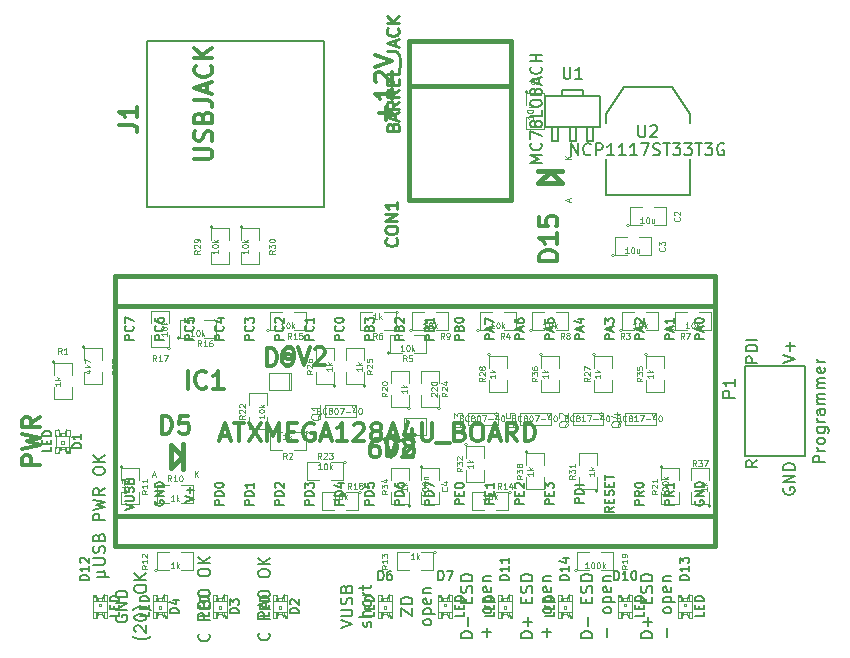
<source format=gto>
G04 (created by PCBNEW (2013-03-31 BZR 4008)-stable) date 13.09.2013 22:32:34*
%MOIN*%
G04 Gerber Fmt 3.4, Leading zero omitted, Abs format*
%FSLAX34Y34*%
G01*
G70*
G90*
G04 APERTURE LIST*
%ADD10C,0.006*%
%ADD11C,0.011811*%
%ADD12C,0.00787402*%
%ADD13C,0.005*%
%ADD14C,0.008*%
%ADD15C,0.0039*%
%ADD16C,0.0026*%
%ADD17C,0.004*%
%ADD18C,0.002*%
%ADD19C,0.015*%
%ADD20C,0.0031*%
%ADD21C,0.012*%
%ADD22C,0.0043*%
%ADD23C,0.01*%
%ADD24C,0.0079*%
%ADD25C,0.0047*%
%ADD26C,0.00590551*%
G04 APERTURE END LIST*
G54D10*
G54D11*
X28014Y-9290D02*
X28014Y-8840D01*
X28239Y-9065D02*
X27789Y-9065D01*
X28239Y-8249D02*
X28239Y-8587D01*
X28239Y-8418D02*
X27648Y-8418D01*
X27732Y-8474D01*
X27789Y-8531D01*
X27817Y-8587D01*
X27704Y-8025D02*
X27676Y-7996D01*
X27648Y-7940D01*
X27648Y-7800D01*
X27676Y-7743D01*
X27704Y-7715D01*
X27760Y-7687D01*
X27817Y-7687D01*
X27901Y-7715D01*
X28239Y-8053D01*
X28239Y-7687D01*
X27648Y-7518D02*
X28239Y-7321D01*
X27648Y-7125D01*
G54D12*
X42659Y-20696D02*
X42265Y-20696D01*
X42265Y-20546D01*
X42284Y-20509D01*
X42303Y-20490D01*
X42340Y-20471D01*
X42396Y-20471D01*
X42434Y-20490D01*
X42453Y-20509D01*
X42471Y-20546D01*
X42471Y-20696D01*
X42659Y-20302D02*
X42396Y-20302D01*
X42471Y-20302D02*
X42434Y-20284D01*
X42415Y-20265D01*
X42396Y-20227D01*
X42396Y-20190D01*
X42659Y-20002D02*
X42640Y-20040D01*
X42621Y-20059D01*
X42584Y-20077D01*
X42471Y-20077D01*
X42434Y-20059D01*
X42415Y-20040D01*
X42396Y-20002D01*
X42396Y-19946D01*
X42415Y-19909D01*
X42434Y-19890D01*
X42471Y-19871D01*
X42584Y-19871D01*
X42621Y-19890D01*
X42640Y-19909D01*
X42659Y-19946D01*
X42659Y-20002D01*
X42396Y-19534D02*
X42715Y-19534D01*
X42753Y-19553D01*
X42771Y-19571D01*
X42790Y-19609D01*
X42790Y-19665D01*
X42771Y-19703D01*
X42640Y-19534D02*
X42659Y-19571D01*
X42659Y-19646D01*
X42640Y-19684D01*
X42621Y-19703D01*
X42584Y-19721D01*
X42471Y-19721D01*
X42434Y-19703D01*
X42415Y-19684D01*
X42396Y-19646D01*
X42396Y-19571D01*
X42415Y-19534D01*
X42659Y-19346D02*
X42396Y-19346D01*
X42471Y-19346D02*
X42434Y-19328D01*
X42415Y-19309D01*
X42396Y-19271D01*
X42396Y-19234D01*
X42659Y-18934D02*
X42453Y-18934D01*
X42415Y-18953D01*
X42396Y-18990D01*
X42396Y-19065D01*
X42415Y-19103D01*
X42640Y-18934D02*
X42659Y-18971D01*
X42659Y-19065D01*
X42640Y-19103D01*
X42603Y-19121D01*
X42565Y-19121D01*
X42528Y-19103D01*
X42509Y-19065D01*
X42509Y-18971D01*
X42490Y-18934D01*
X42659Y-18746D02*
X42396Y-18746D01*
X42434Y-18746D02*
X42415Y-18728D01*
X42396Y-18690D01*
X42396Y-18634D01*
X42415Y-18596D01*
X42453Y-18578D01*
X42659Y-18578D01*
X42453Y-18578D02*
X42415Y-18559D01*
X42396Y-18521D01*
X42396Y-18465D01*
X42415Y-18428D01*
X42453Y-18409D01*
X42659Y-18409D01*
X42659Y-18221D02*
X42396Y-18221D01*
X42434Y-18221D02*
X42415Y-18203D01*
X42396Y-18165D01*
X42396Y-18109D01*
X42415Y-18071D01*
X42453Y-18053D01*
X42659Y-18053D01*
X42453Y-18053D02*
X42415Y-18034D01*
X42396Y-17997D01*
X42396Y-17940D01*
X42415Y-17903D01*
X42453Y-17884D01*
X42659Y-17884D01*
X42640Y-17547D02*
X42659Y-17584D01*
X42659Y-17659D01*
X42640Y-17697D01*
X42603Y-17715D01*
X42453Y-17715D01*
X42415Y-17697D01*
X42396Y-17659D01*
X42396Y-17584D01*
X42415Y-17547D01*
X42453Y-17528D01*
X42490Y-17528D01*
X42528Y-17715D01*
X42659Y-17359D02*
X42396Y-17359D01*
X42471Y-17359D02*
X42434Y-17340D01*
X42415Y-17322D01*
X42396Y-17284D01*
X42396Y-17247D01*
X41265Y-17374D02*
X41659Y-17243D01*
X41265Y-17112D01*
X41509Y-16981D02*
X41509Y-16681D01*
X41659Y-16831D02*
X41359Y-16831D01*
X41284Y-21549D02*
X41265Y-21587D01*
X41265Y-21643D01*
X41284Y-21699D01*
X41321Y-21737D01*
X41359Y-21756D01*
X41434Y-21774D01*
X41490Y-21774D01*
X41565Y-21756D01*
X41603Y-21737D01*
X41640Y-21699D01*
X41659Y-21643D01*
X41659Y-21606D01*
X41640Y-21549D01*
X41621Y-21531D01*
X41490Y-21531D01*
X41490Y-21606D01*
X41659Y-21362D02*
X41265Y-21362D01*
X41659Y-21137D01*
X41265Y-21137D01*
X41659Y-20950D02*
X41265Y-20950D01*
X41265Y-20856D01*
X41284Y-20800D01*
X41321Y-20762D01*
X41359Y-20743D01*
X41434Y-20725D01*
X41490Y-20725D01*
X41565Y-20743D01*
X41603Y-20762D01*
X41640Y-20800D01*
X41659Y-20856D01*
X41659Y-20950D01*
X40409Y-20628D02*
X40221Y-20759D01*
X40409Y-20853D02*
X40015Y-20853D01*
X40015Y-20703D01*
X40034Y-20665D01*
X40053Y-20646D01*
X40090Y-20628D01*
X40146Y-20628D01*
X40184Y-20646D01*
X40203Y-20665D01*
X40221Y-20703D01*
X40221Y-20853D01*
X40409Y-17393D02*
X40015Y-17393D01*
X40015Y-17243D01*
X40034Y-17206D01*
X40053Y-17187D01*
X40090Y-17168D01*
X40146Y-17168D01*
X40184Y-17187D01*
X40203Y-17206D01*
X40221Y-17243D01*
X40221Y-17393D01*
X40409Y-17000D02*
X40015Y-17000D01*
X40015Y-16906D01*
X40034Y-16850D01*
X40071Y-16812D01*
X40109Y-16793D01*
X40184Y-16775D01*
X40240Y-16775D01*
X40315Y-16793D01*
X40353Y-16812D01*
X40390Y-16850D01*
X40409Y-16906D01*
X40409Y-17000D01*
X40409Y-16606D02*
X40015Y-16606D01*
X36909Y-26559D02*
X36515Y-26559D01*
X36515Y-26465D01*
X36534Y-26409D01*
X36571Y-26371D01*
X36609Y-26353D01*
X36684Y-26334D01*
X36740Y-26334D01*
X36815Y-26353D01*
X36853Y-26371D01*
X36890Y-26409D01*
X36909Y-26465D01*
X36909Y-26559D01*
X36759Y-26165D02*
X36759Y-25865D01*
X36909Y-26015D02*
X36609Y-26015D01*
X36703Y-25378D02*
X36703Y-25246D01*
X36909Y-25190D02*
X36909Y-25378D01*
X36515Y-25378D01*
X36515Y-25190D01*
X36890Y-25040D02*
X36909Y-24984D01*
X36909Y-24890D01*
X36890Y-24853D01*
X36871Y-24834D01*
X36834Y-24815D01*
X36796Y-24815D01*
X36759Y-24834D01*
X36740Y-24853D01*
X36721Y-24890D01*
X36703Y-24965D01*
X36684Y-25003D01*
X36665Y-25021D01*
X36628Y-25040D01*
X36590Y-25040D01*
X36553Y-25021D01*
X36534Y-25003D01*
X36515Y-24965D01*
X36515Y-24871D01*
X36534Y-24815D01*
X36909Y-24646D02*
X36515Y-24646D01*
X36515Y-24553D01*
X36534Y-24497D01*
X36571Y-24459D01*
X36609Y-24440D01*
X36684Y-24422D01*
X36740Y-24422D01*
X36815Y-24440D01*
X36853Y-24459D01*
X36890Y-24497D01*
X36909Y-24553D01*
X36909Y-24646D01*
X37389Y-26502D02*
X37389Y-26203D01*
X37539Y-25659D02*
X37520Y-25696D01*
X37501Y-25715D01*
X37464Y-25734D01*
X37351Y-25734D01*
X37314Y-25715D01*
X37295Y-25696D01*
X37276Y-25659D01*
X37276Y-25603D01*
X37295Y-25565D01*
X37314Y-25546D01*
X37351Y-25528D01*
X37464Y-25528D01*
X37501Y-25546D01*
X37520Y-25565D01*
X37539Y-25603D01*
X37539Y-25659D01*
X37276Y-25359D02*
X37670Y-25359D01*
X37295Y-25359D02*
X37276Y-25321D01*
X37276Y-25246D01*
X37295Y-25209D01*
X37314Y-25190D01*
X37351Y-25171D01*
X37464Y-25171D01*
X37501Y-25190D01*
X37520Y-25209D01*
X37539Y-25246D01*
X37539Y-25321D01*
X37520Y-25359D01*
X37520Y-24853D02*
X37539Y-24890D01*
X37539Y-24965D01*
X37520Y-25003D01*
X37483Y-25021D01*
X37333Y-25021D01*
X37295Y-25003D01*
X37276Y-24965D01*
X37276Y-24890D01*
X37295Y-24853D01*
X37333Y-24834D01*
X37370Y-24834D01*
X37408Y-25021D01*
X37276Y-24665D02*
X37539Y-24665D01*
X37314Y-24665D02*
X37295Y-24646D01*
X37276Y-24609D01*
X37276Y-24553D01*
X37295Y-24515D01*
X37333Y-24497D01*
X37539Y-24497D01*
X34909Y-26559D02*
X34515Y-26559D01*
X34515Y-26465D01*
X34534Y-26409D01*
X34571Y-26371D01*
X34609Y-26353D01*
X34684Y-26334D01*
X34740Y-26334D01*
X34815Y-26353D01*
X34853Y-26371D01*
X34890Y-26409D01*
X34909Y-26465D01*
X34909Y-26559D01*
X34759Y-26165D02*
X34759Y-25865D01*
X34703Y-25378D02*
X34703Y-25246D01*
X34909Y-25190D02*
X34909Y-25378D01*
X34515Y-25378D01*
X34515Y-25190D01*
X34890Y-25040D02*
X34909Y-24984D01*
X34909Y-24890D01*
X34890Y-24853D01*
X34871Y-24834D01*
X34834Y-24815D01*
X34796Y-24815D01*
X34759Y-24834D01*
X34740Y-24853D01*
X34721Y-24890D01*
X34703Y-24965D01*
X34684Y-25003D01*
X34665Y-25021D01*
X34628Y-25040D01*
X34590Y-25040D01*
X34553Y-25021D01*
X34534Y-25003D01*
X34515Y-24965D01*
X34515Y-24871D01*
X34534Y-24815D01*
X34909Y-24646D02*
X34515Y-24646D01*
X34515Y-24553D01*
X34534Y-24497D01*
X34571Y-24459D01*
X34609Y-24440D01*
X34684Y-24422D01*
X34740Y-24422D01*
X34815Y-24440D01*
X34853Y-24459D01*
X34890Y-24497D01*
X34909Y-24553D01*
X34909Y-24646D01*
X35389Y-26502D02*
X35389Y-26203D01*
X35539Y-25659D02*
X35520Y-25696D01*
X35501Y-25715D01*
X35464Y-25734D01*
X35351Y-25734D01*
X35314Y-25715D01*
X35295Y-25696D01*
X35276Y-25659D01*
X35276Y-25603D01*
X35295Y-25565D01*
X35314Y-25546D01*
X35351Y-25528D01*
X35464Y-25528D01*
X35501Y-25546D01*
X35520Y-25565D01*
X35539Y-25603D01*
X35539Y-25659D01*
X35276Y-25359D02*
X35670Y-25359D01*
X35295Y-25359D02*
X35276Y-25321D01*
X35276Y-25246D01*
X35295Y-25209D01*
X35314Y-25190D01*
X35351Y-25171D01*
X35464Y-25171D01*
X35501Y-25190D01*
X35520Y-25209D01*
X35539Y-25246D01*
X35539Y-25321D01*
X35520Y-25359D01*
X35520Y-24853D02*
X35539Y-24890D01*
X35539Y-24965D01*
X35520Y-25003D01*
X35483Y-25021D01*
X35333Y-25021D01*
X35295Y-25003D01*
X35276Y-24965D01*
X35276Y-24890D01*
X35295Y-24853D01*
X35333Y-24834D01*
X35370Y-24834D01*
X35408Y-25021D01*
X35276Y-24665D02*
X35539Y-24665D01*
X35314Y-24665D02*
X35295Y-24646D01*
X35276Y-24609D01*
X35276Y-24553D01*
X35295Y-24515D01*
X35333Y-24497D01*
X35539Y-24497D01*
X32909Y-26559D02*
X32515Y-26559D01*
X32515Y-26465D01*
X32534Y-26409D01*
X32571Y-26371D01*
X32609Y-26353D01*
X32684Y-26334D01*
X32740Y-26334D01*
X32815Y-26353D01*
X32853Y-26371D01*
X32890Y-26409D01*
X32909Y-26465D01*
X32909Y-26559D01*
X32759Y-26165D02*
X32759Y-25865D01*
X32909Y-26015D02*
X32609Y-26015D01*
X32703Y-25378D02*
X32703Y-25246D01*
X32909Y-25190D02*
X32909Y-25378D01*
X32515Y-25378D01*
X32515Y-25190D01*
X32890Y-25040D02*
X32909Y-24984D01*
X32909Y-24890D01*
X32890Y-24853D01*
X32871Y-24834D01*
X32834Y-24815D01*
X32796Y-24815D01*
X32759Y-24834D01*
X32740Y-24853D01*
X32721Y-24890D01*
X32703Y-24965D01*
X32684Y-25003D01*
X32665Y-25021D01*
X32628Y-25040D01*
X32590Y-25040D01*
X32553Y-25021D01*
X32534Y-25003D01*
X32515Y-24965D01*
X32515Y-24871D01*
X32534Y-24815D01*
X32909Y-24646D02*
X32515Y-24646D01*
X32515Y-24553D01*
X32534Y-24497D01*
X32571Y-24459D01*
X32609Y-24440D01*
X32684Y-24422D01*
X32740Y-24422D01*
X32815Y-24440D01*
X32853Y-24459D01*
X32890Y-24497D01*
X32909Y-24553D01*
X32909Y-24646D01*
X33389Y-26502D02*
X33389Y-26203D01*
X33539Y-26353D02*
X33239Y-26353D01*
X33539Y-25659D02*
X33520Y-25696D01*
X33501Y-25715D01*
X33464Y-25734D01*
X33351Y-25734D01*
X33314Y-25715D01*
X33295Y-25696D01*
X33276Y-25659D01*
X33276Y-25603D01*
X33295Y-25565D01*
X33314Y-25546D01*
X33351Y-25528D01*
X33464Y-25528D01*
X33501Y-25546D01*
X33520Y-25565D01*
X33539Y-25603D01*
X33539Y-25659D01*
X33276Y-25359D02*
X33670Y-25359D01*
X33295Y-25359D02*
X33276Y-25321D01*
X33276Y-25246D01*
X33295Y-25209D01*
X33314Y-25190D01*
X33351Y-25171D01*
X33464Y-25171D01*
X33501Y-25190D01*
X33520Y-25209D01*
X33539Y-25246D01*
X33539Y-25321D01*
X33520Y-25359D01*
X33520Y-24853D02*
X33539Y-24890D01*
X33539Y-24965D01*
X33520Y-25003D01*
X33483Y-25021D01*
X33333Y-25021D01*
X33295Y-25003D01*
X33276Y-24965D01*
X33276Y-24890D01*
X33295Y-24853D01*
X33333Y-24834D01*
X33370Y-24834D01*
X33408Y-25021D01*
X33276Y-24665D02*
X33539Y-24665D01*
X33314Y-24665D02*
X33295Y-24646D01*
X33276Y-24609D01*
X33276Y-24553D01*
X33295Y-24515D01*
X33333Y-24497D01*
X33539Y-24497D01*
X30909Y-26559D02*
X30515Y-26559D01*
X30515Y-26465D01*
X30534Y-26409D01*
X30571Y-26371D01*
X30609Y-26353D01*
X30684Y-26334D01*
X30740Y-26334D01*
X30815Y-26353D01*
X30853Y-26371D01*
X30890Y-26409D01*
X30909Y-26465D01*
X30909Y-26559D01*
X30759Y-26165D02*
X30759Y-25865D01*
X30703Y-25378D02*
X30703Y-25246D01*
X30909Y-25190D02*
X30909Y-25378D01*
X30515Y-25378D01*
X30515Y-25190D01*
X30890Y-25040D02*
X30909Y-24984D01*
X30909Y-24890D01*
X30890Y-24853D01*
X30871Y-24834D01*
X30834Y-24815D01*
X30796Y-24815D01*
X30759Y-24834D01*
X30740Y-24853D01*
X30721Y-24890D01*
X30703Y-24965D01*
X30684Y-25003D01*
X30665Y-25021D01*
X30628Y-25040D01*
X30590Y-25040D01*
X30553Y-25021D01*
X30534Y-25003D01*
X30515Y-24965D01*
X30515Y-24871D01*
X30534Y-24815D01*
X30909Y-24646D02*
X30515Y-24646D01*
X30515Y-24553D01*
X30534Y-24497D01*
X30571Y-24459D01*
X30609Y-24440D01*
X30684Y-24422D01*
X30740Y-24422D01*
X30815Y-24440D01*
X30853Y-24459D01*
X30890Y-24497D01*
X30909Y-24553D01*
X30909Y-24646D01*
X31389Y-26502D02*
X31389Y-26203D01*
X31539Y-26353D02*
X31239Y-26353D01*
X31539Y-25659D02*
X31520Y-25696D01*
X31501Y-25715D01*
X31464Y-25734D01*
X31351Y-25734D01*
X31314Y-25715D01*
X31295Y-25696D01*
X31276Y-25659D01*
X31276Y-25603D01*
X31295Y-25565D01*
X31314Y-25546D01*
X31351Y-25528D01*
X31464Y-25528D01*
X31501Y-25546D01*
X31520Y-25565D01*
X31539Y-25603D01*
X31539Y-25659D01*
X31276Y-25359D02*
X31670Y-25359D01*
X31295Y-25359D02*
X31276Y-25321D01*
X31276Y-25246D01*
X31295Y-25209D01*
X31314Y-25190D01*
X31351Y-25171D01*
X31464Y-25171D01*
X31501Y-25190D01*
X31520Y-25209D01*
X31539Y-25246D01*
X31539Y-25321D01*
X31520Y-25359D01*
X31520Y-24853D02*
X31539Y-24890D01*
X31539Y-24965D01*
X31520Y-25003D01*
X31483Y-25021D01*
X31333Y-25021D01*
X31295Y-25003D01*
X31276Y-24965D01*
X31276Y-24890D01*
X31295Y-24853D01*
X31333Y-24834D01*
X31370Y-24834D01*
X31408Y-25021D01*
X31276Y-24665D02*
X31539Y-24665D01*
X31314Y-24665D02*
X31295Y-24646D01*
X31276Y-24609D01*
X31276Y-24553D01*
X31295Y-24515D01*
X31333Y-24497D01*
X31539Y-24497D01*
X28515Y-25828D02*
X28515Y-25565D01*
X28909Y-25828D01*
X28909Y-25565D01*
X28909Y-25415D02*
X28515Y-25415D01*
X28515Y-25321D01*
X28534Y-25265D01*
X28571Y-25228D01*
X28609Y-25209D01*
X28684Y-25190D01*
X28740Y-25190D01*
X28815Y-25209D01*
X28853Y-25228D01*
X28890Y-25265D01*
X28909Y-25321D01*
X28909Y-25415D01*
X29539Y-26053D02*
X29520Y-26090D01*
X29501Y-26109D01*
X29464Y-26128D01*
X29351Y-26128D01*
X29314Y-26109D01*
X29295Y-26090D01*
X29276Y-26053D01*
X29276Y-25996D01*
X29295Y-25959D01*
X29314Y-25940D01*
X29351Y-25921D01*
X29464Y-25921D01*
X29501Y-25940D01*
X29520Y-25959D01*
X29539Y-25996D01*
X29539Y-26053D01*
X29276Y-25753D02*
X29670Y-25753D01*
X29295Y-25753D02*
X29276Y-25715D01*
X29276Y-25640D01*
X29295Y-25603D01*
X29314Y-25584D01*
X29351Y-25565D01*
X29464Y-25565D01*
X29501Y-25584D01*
X29520Y-25603D01*
X29539Y-25640D01*
X29539Y-25715D01*
X29520Y-25753D01*
X29520Y-25246D02*
X29539Y-25284D01*
X29539Y-25359D01*
X29520Y-25396D01*
X29483Y-25415D01*
X29333Y-25415D01*
X29295Y-25396D01*
X29276Y-25359D01*
X29276Y-25284D01*
X29295Y-25246D01*
X29333Y-25228D01*
X29370Y-25228D01*
X29408Y-25415D01*
X29276Y-25059D02*
X29539Y-25059D01*
X29314Y-25059D02*
X29295Y-25040D01*
X29276Y-25003D01*
X29276Y-24946D01*
X29295Y-24909D01*
X29333Y-24890D01*
X29539Y-24890D01*
X24121Y-26384D02*
X24140Y-26402D01*
X24159Y-26459D01*
X24159Y-26496D01*
X24140Y-26552D01*
X24103Y-26590D01*
X24065Y-26609D01*
X23990Y-26627D01*
X23934Y-26627D01*
X23859Y-26609D01*
X23821Y-26590D01*
X23784Y-26552D01*
X23765Y-26496D01*
X23765Y-26459D01*
X23784Y-26402D01*
X23803Y-26384D01*
X24159Y-25915D02*
X23765Y-25915D01*
X23765Y-25765D01*
X23784Y-25728D01*
X23803Y-25709D01*
X23840Y-25690D01*
X23896Y-25690D01*
X23934Y-25709D01*
X23953Y-25728D01*
X23971Y-25765D01*
X23971Y-25915D01*
X24046Y-25540D02*
X24046Y-25353D01*
X24159Y-25578D02*
X23765Y-25446D01*
X24159Y-25315D01*
X23765Y-25109D02*
X23765Y-25071D01*
X23784Y-25034D01*
X23803Y-25015D01*
X23840Y-24996D01*
X23915Y-24978D01*
X24009Y-24978D01*
X24084Y-24996D01*
X24121Y-25015D01*
X24140Y-25034D01*
X24159Y-25071D01*
X24159Y-25109D01*
X24140Y-25146D01*
X24121Y-25165D01*
X24084Y-25184D01*
X24009Y-25203D01*
X23915Y-25203D01*
X23840Y-25184D01*
X23803Y-25165D01*
X23784Y-25146D01*
X23765Y-25109D01*
X23765Y-24434D02*
X23765Y-24359D01*
X23784Y-24321D01*
X23821Y-24284D01*
X23896Y-24265D01*
X24028Y-24265D01*
X24103Y-24284D01*
X24140Y-24321D01*
X24159Y-24359D01*
X24159Y-24434D01*
X24140Y-24471D01*
X24103Y-24509D01*
X24028Y-24528D01*
X23896Y-24528D01*
X23821Y-24509D01*
X23784Y-24471D01*
X23765Y-24434D01*
X24159Y-24097D02*
X23765Y-24097D01*
X24159Y-23872D02*
X23934Y-24040D01*
X23765Y-23872D02*
X23990Y-24097D01*
X26515Y-26221D02*
X26909Y-26090D01*
X26515Y-25959D01*
X26515Y-25828D02*
X26834Y-25828D01*
X26871Y-25809D01*
X26890Y-25790D01*
X26909Y-25753D01*
X26909Y-25678D01*
X26890Y-25640D01*
X26871Y-25621D01*
X26834Y-25603D01*
X26515Y-25603D01*
X26890Y-25434D02*
X26909Y-25378D01*
X26909Y-25284D01*
X26890Y-25246D01*
X26871Y-25228D01*
X26834Y-25209D01*
X26796Y-25209D01*
X26759Y-25228D01*
X26740Y-25246D01*
X26721Y-25284D01*
X26703Y-25359D01*
X26684Y-25396D01*
X26665Y-25415D01*
X26628Y-25434D01*
X26590Y-25434D01*
X26553Y-25415D01*
X26534Y-25396D01*
X26515Y-25359D01*
X26515Y-25265D01*
X26534Y-25209D01*
X26703Y-24909D02*
X26721Y-24853D01*
X26740Y-24834D01*
X26778Y-24815D01*
X26834Y-24815D01*
X26871Y-24834D01*
X26890Y-24853D01*
X26909Y-24890D01*
X26909Y-25040D01*
X26515Y-25040D01*
X26515Y-24909D01*
X26534Y-24871D01*
X26553Y-24853D01*
X26590Y-24834D01*
X26628Y-24834D01*
X26665Y-24853D01*
X26684Y-24871D01*
X26703Y-24909D01*
X26703Y-25040D01*
X27520Y-26174D02*
X27539Y-26137D01*
X27539Y-26062D01*
X27520Y-26024D01*
X27483Y-26006D01*
X27464Y-26006D01*
X27426Y-26024D01*
X27408Y-26062D01*
X27408Y-26118D01*
X27389Y-26156D01*
X27351Y-26174D01*
X27333Y-26174D01*
X27295Y-26156D01*
X27276Y-26118D01*
X27276Y-26062D01*
X27295Y-26024D01*
X27539Y-25837D02*
X27145Y-25837D01*
X27539Y-25668D02*
X27333Y-25668D01*
X27295Y-25687D01*
X27276Y-25724D01*
X27276Y-25781D01*
X27295Y-25818D01*
X27314Y-25837D01*
X27539Y-25425D02*
X27520Y-25462D01*
X27501Y-25481D01*
X27464Y-25500D01*
X27351Y-25500D01*
X27314Y-25481D01*
X27295Y-25462D01*
X27276Y-25425D01*
X27276Y-25368D01*
X27295Y-25331D01*
X27314Y-25312D01*
X27351Y-25293D01*
X27464Y-25293D01*
X27501Y-25312D01*
X27520Y-25331D01*
X27539Y-25368D01*
X27539Y-25425D01*
X27539Y-25125D02*
X27276Y-25125D01*
X27351Y-25125D02*
X27314Y-25106D01*
X27295Y-25087D01*
X27276Y-25050D01*
X27276Y-25012D01*
X27276Y-24937D02*
X27276Y-24787D01*
X27145Y-24881D02*
X27483Y-24881D01*
X27520Y-24862D01*
X27539Y-24825D01*
X27539Y-24787D01*
X22121Y-26412D02*
X22140Y-26431D01*
X22159Y-26487D01*
X22159Y-26524D01*
X22140Y-26581D01*
X22103Y-26618D01*
X22065Y-26637D01*
X21990Y-26656D01*
X21934Y-26656D01*
X21859Y-26637D01*
X21821Y-26618D01*
X21784Y-26581D01*
X21765Y-26524D01*
X21765Y-26487D01*
X21784Y-26431D01*
X21803Y-26412D01*
X22159Y-25943D02*
X21765Y-25943D01*
X21765Y-25793D01*
X21784Y-25756D01*
X21803Y-25737D01*
X21840Y-25718D01*
X21896Y-25718D01*
X21934Y-25737D01*
X21953Y-25756D01*
X21971Y-25793D01*
X21971Y-25943D01*
X21953Y-25418D02*
X21971Y-25362D01*
X21990Y-25343D01*
X22028Y-25324D01*
X22084Y-25324D01*
X22121Y-25343D01*
X22140Y-25362D01*
X22159Y-25399D01*
X22159Y-25549D01*
X21765Y-25549D01*
X21765Y-25418D01*
X21784Y-25381D01*
X21803Y-25362D01*
X21840Y-25343D01*
X21878Y-25343D01*
X21915Y-25362D01*
X21934Y-25381D01*
X21953Y-25418D01*
X21953Y-25549D01*
X21765Y-25081D02*
X21765Y-25043D01*
X21784Y-25006D01*
X21803Y-24987D01*
X21840Y-24968D01*
X21915Y-24950D01*
X22009Y-24950D01*
X22084Y-24968D01*
X22121Y-24987D01*
X22140Y-25006D01*
X22159Y-25043D01*
X22159Y-25081D01*
X22140Y-25118D01*
X22121Y-25137D01*
X22084Y-25156D01*
X22009Y-25175D01*
X21915Y-25175D01*
X21840Y-25156D01*
X21803Y-25137D01*
X21784Y-25118D01*
X21765Y-25081D01*
X21765Y-24406D02*
X21765Y-24331D01*
X21784Y-24293D01*
X21821Y-24256D01*
X21896Y-24237D01*
X22028Y-24237D01*
X22103Y-24256D01*
X22140Y-24293D01*
X22159Y-24331D01*
X22159Y-24406D01*
X22140Y-24443D01*
X22103Y-24481D01*
X22028Y-24500D01*
X21896Y-24500D01*
X21821Y-24481D01*
X21784Y-24443D01*
X21765Y-24406D01*
X22159Y-24068D02*
X21765Y-24068D01*
X22159Y-23843D02*
X21934Y-24012D01*
X21765Y-23843D02*
X21990Y-24068D01*
X19034Y-25799D02*
X19015Y-25837D01*
X19015Y-25893D01*
X19034Y-25949D01*
X19071Y-25987D01*
X19109Y-26006D01*
X19184Y-26024D01*
X19240Y-26024D01*
X19315Y-26006D01*
X19353Y-25987D01*
X19390Y-25949D01*
X19409Y-25893D01*
X19409Y-25856D01*
X19390Y-25799D01*
X19371Y-25781D01*
X19240Y-25781D01*
X19240Y-25856D01*
X19409Y-25612D02*
X19015Y-25612D01*
X19409Y-25387D01*
X19015Y-25387D01*
X19409Y-25200D02*
X19015Y-25200D01*
X19015Y-25106D01*
X19034Y-25050D01*
X19071Y-25012D01*
X19109Y-24993D01*
X19184Y-24975D01*
X19240Y-24975D01*
X19315Y-24993D01*
X19353Y-25012D01*
X19390Y-25050D01*
X19409Y-25106D01*
X19409Y-25200D01*
X20189Y-26484D02*
X20170Y-26503D01*
X20114Y-26540D01*
X20076Y-26559D01*
X20020Y-26577D01*
X19926Y-26596D01*
X19851Y-26596D01*
X19758Y-26577D01*
X19701Y-26559D01*
X19664Y-26540D01*
X19608Y-26503D01*
X19589Y-26484D01*
X19683Y-26353D02*
X19664Y-26334D01*
X19645Y-26296D01*
X19645Y-26203D01*
X19664Y-26165D01*
X19683Y-26146D01*
X19720Y-26128D01*
X19758Y-26128D01*
X19814Y-26146D01*
X20039Y-26371D01*
X20039Y-26128D01*
X19645Y-25884D02*
X19645Y-25846D01*
X19664Y-25809D01*
X19683Y-25790D01*
X19720Y-25771D01*
X19795Y-25753D01*
X19889Y-25753D01*
X19964Y-25771D01*
X20001Y-25790D01*
X20020Y-25809D01*
X20039Y-25846D01*
X20039Y-25884D01*
X20020Y-25921D01*
X20001Y-25940D01*
X19964Y-25959D01*
X19889Y-25978D01*
X19795Y-25978D01*
X19720Y-25959D01*
X19683Y-25940D01*
X19664Y-25921D01*
X19645Y-25884D01*
X20189Y-25621D02*
X20170Y-25603D01*
X20114Y-25565D01*
X20076Y-25546D01*
X20020Y-25528D01*
X19926Y-25509D01*
X19851Y-25509D01*
X19758Y-25528D01*
X19701Y-25546D01*
X19664Y-25565D01*
X19608Y-25603D01*
X19589Y-25621D01*
X19645Y-24946D02*
X19645Y-24871D01*
X19664Y-24834D01*
X19701Y-24796D01*
X19776Y-24778D01*
X19908Y-24778D01*
X19983Y-24796D01*
X20020Y-24834D01*
X20039Y-24871D01*
X20039Y-24946D01*
X20020Y-24984D01*
X19983Y-25021D01*
X19908Y-25040D01*
X19776Y-25040D01*
X19701Y-25021D01*
X19664Y-24984D01*
X19645Y-24946D01*
X20039Y-24609D02*
X19645Y-24609D01*
X20039Y-24384D02*
X19814Y-24553D01*
X19645Y-24384D02*
X19870Y-24609D01*
X18396Y-24524D02*
X18790Y-24524D01*
X18603Y-24337D02*
X18640Y-24318D01*
X18659Y-24281D01*
X18603Y-24524D02*
X18640Y-24505D01*
X18659Y-24468D01*
X18659Y-24393D01*
X18640Y-24356D01*
X18603Y-24337D01*
X18396Y-24337D01*
X18265Y-24112D02*
X18584Y-24112D01*
X18621Y-24093D01*
X18640Y-24074D01*
X18659Y-24037D01*
X18659Y-23962D01*
X18640Y-23924D01*
X18621Y-23906D01*
X18584Y-23887D01*
X18265Y-23887D01*
X18640Y-23718D02*
X18659Y-23662D01*
X18659Y-23568D01*
X18640Y-23531D01*
X18621Y-23512D01*
X18584Y-23493D01*
X18546Y-23493D01*
X18509Y-23512D01*
X18490Y-23531D01*
X18471Y-23568D01*
X18453Y-23643D01*
X18434Y-23681D01*
X18415Y-23699D01*
X18378Y-23718D01*
X18340Y-23718D01*
X18303Y-23699D01*
X18284Y-23681D01*
X18265Y-23643D01*
X18265Y-23549D01*
X18284Y-23493D01*
X18453Y-23193D02*
X18471Y-23137D01*
X18490Y-23118D01*
X18528Y-23099D01*
X18584Y-23099D01*
X18621Y-23118D01*
X18640Y-23137D01*
X18659Y-23174D01*
X18659Y-23324D01*
X18265Y-23324D01*
X18265Y-23193D01*
X18284Y-23156D01*
X18303Y-23137D01*
X18340Y-23118D01*
X18378Y-23118D01*
X18415Y-23137D01*
X18434Y-23156D01*
X18453Y-23193D01*
X18453Y-23324D01*
X18659Y-22631D02*
X18265Y-22631D01*
X18265Y-22481D01*
X18284Y-22443D01*
X18303Y-22425D01*
X18340Y-22406D01*
X18396Y-22406D01*
X18434Y-22425D01*
X18453Y-22443D01*
X18471Y-22481D01*
X18471Y-22631D01*
X18265Y-22275D02*
X18659Y-22181D01*
X18378Y-22106D01*
X18659Y-22031D01*
X18265Y-21937D01*
X18659Y-21562D02*
X18471Y-21693D01*
X18659Y-21787D02*
X18265Y-21787D01*
X18265Y-21637D01*
X18284Y-21600D01*
X18303Y-21581D01*
X18340Y-21562D01*
X18396Y-21562D01*
X18434Y-21581D01*
X18453Y-21600D01*
X18471Y-21637D01*
X18471Y-21787D01*
X18265Y-21018D02*
X18265Y-20943D01*
X18284Y-20906D01*
X18321Y-20868D01*
X18396Y-20850D01*
X18528Y-20850D01*
X18603Y-20868D01*
X18640Y-20906D01*
X18659Y-20943D01*
X18659Y-21018D01*
X18640Y-21056D01*
X18603Y-21093D01*
X18528Y-21112D01*
X18396Y-21112D01*
X18321Y-21093D01*
X18284Y-21056D01*
X18265Y-21018D01*
X18659Y-20681D02*
X18265Y-20681D01*
X18659Y-20456D02*
X18434Y-20625D01*
X18265Y-20456D02*
X18490Y-20681D01*
G54D11*
X16489Y-20787D02*
X15898Y-20787D01*
X15898Y-20562D01*
X15926Y-20506D01*
X15954Y-20478D01*
X16010Y-20449D01*
X16095Y-20449D01*
X16151Y-20478D01*
X16179Y-20506D01*
X16207Y-20562D01*
X16207Y-20787D01*
X15898Y-20253D02*
X16489Y-20112D01*
X16067Y-20000D01*
X16489Y-19887D01*
X15898Y-19746D01*
X16489Y-19184D02*
X16207Y-19381D01*
X16489Y-19521D02*
X15898Y-19521D01*
X15898Y-19296D01*
X15926Y-19240D01*
X15954Y-19212D01*
X16010Y-19184D01*
X16095Y-19184D01*
X16151Y-19212D01*
X16179Y-19240D01*
X16207Y-19296D01*
X16207Y-19521D01*
G54D13*
X20050Y-12200D02*
X20050Y-6650D01*
X25950Y-6650D02*
X25950Y-12200D01*
X20050Y-12200D02*
X25950Y-12200D01*
X20050Y-6650D02*
X25950Y-6650D01*
G54D14*
X35350Y-10600D02*
X35350Y-11800D01*
X35350Y-11800D02*
X38150Y-11800D01*
X38150Y-11800D02*
X38150Y-10600D01*
X35350Y-9400D02*
X35350Y-9100D01*
X35350Y-9100D02*
X35950Y-8200D01*
X35950Y-8200D02*
X37550Y-8200D01*
X37550Y-8200D02*
X38150Y-9100D01*
X38150Y-9100D02*
X38150Y-9400D01*
G54D15*
X24795Y-18276D02*
X24795Y-17724D01*
X24854Y-18276D02*
X24146Y-18276D01*
X24146Y-18276D02*
X24146Y-17724D01*
X24146Y-17724D02*
X24854Y-17724D01*
X24854Y-17724D02*
X24854Y-18276D01*
X28705Y-19224D02*
X28705Y-19776D01*
X28646Y-19224D02*
X29354Y-19224D01*
X29354Y-19224D02*
X29354Y-19776D01*
X29354Y-19776D02*
X28646Y-19776D01*
X28646Y-19776D02*
X28646Y-19224D01*
X35900Y-16300D02*
G75*
G03X35900Y-16300I-50J0D01*
G74*
G01*
X36300Y-16300D02*
X35900Y-16300D01*
X35900Y-16300D02*
X35900Y-15700D01*
X35900Y-15700D02*
X36300Y-15700D01*
X36700Y-15700D02*
X37100Y-15700D01*
X37100Y-15700D02*
X37100Y-16300D01*
X37100Y-16300D02*
X36700Y-16300D01*
X20850Y-16900D02*
G75*
G03X20850Y-16900I-50J0D01*
G74*
G01*
X20800Y-16450D02*
X20800Y-16850D01*
X20800Y-16850D02*
X20200Y-16850D01*
X20200Y-16850D02*
X20200Y-16450D01*
X20200Y-16050D02*
X20200Y-15650D01*
X20200Y-15650D02*
X20800Y-15650D01*
X20800Y-15650D02*
X20800Y-16050D01*
X18000Y-16850D02*
G75*
G03X18000Y-16850I-50J0D01*
G74*
G01*
X17950Y-17300D02*
X17950Y-16900D01*
X17950Y-16900D02*
X18550Y-16900D01*
X18550Y-16900D02*
X18550Y-17300D01*
X18550Y-17700D02*
X18550Y-18100D01*
X18550Y-18100D02*
X17950Y-18100D01*
X17950Y-18100D02*
X17950Y-17700D01*
X23250Y-12850D02*
G75*
G03X23250Y-12850I-50J0D01*
G74*
G01*
X23200Y-13300D02*
X23200Y-12900D01*
X23200Y-12900D02*
X23800Y-12900D01*
X23800Y-12900D02*
X23800Y-13300D01*
X23800Y-13700D02*
X23800Y-14100D01*
X23800Y-14100D02*
X23200Y-14100D01*
X23200Y-14100D02*
X23200Y-13700D01*
X22250Y-12850D02*
G75*
G03X22250Y-12850I-50J0D01*
G74*
G01*
X22200Y-13300D02*
X22200Y-12900D01*
X22200Y-12900D02*
X22800Y-12900D01*
X22800Y-12900D02*
X22800Y-13300D01*
X22800Y-13700D02*
X22800Y-14100D01*
X22800Y-14100D02*
X22200Y-14100D01*
X22200Y-14100D02*
X22200Y-13700D01*
X36150Y-12800D02*
G75*
G03X36150Y-12800I-50J0D01*
G74*
G01*
X36550Y-12800D02*
X36150Y-12800D01*
X36150Y-12800D02*
X36150Y-12200D01*
X36150Y-12200D02*
X36550Y-12200D01*
X36950Y-12200D02*
X37350Y-12200D01*
X37350Y-12200D02*
X37350Y-12800D01*
X37350Y-12800D02*
X36950Y-12800D01*
X25450Y-19700D02*
G75*
G03X25450Y-19700I-50J0D01*
G74*
G01*
X24950Y-19700D02*
X25350Y-19700D01*
X25350Y-19700D02*
X25350Y-20300D01*
X25350Y-20300D02*
X24950Y-20300D01*
X24550Y-20300D02*
X24150Y-20300D01*
X24150Y-20300D02*
X24150Y-19700D01*
X24150Y-19700D02*
X24550Y-19700D01*
X28450Y-15700D02*
G75*
G03X28450Y-15700I-50J0D01*
G74*
G01*
X27950Y-15700D02*
X28350Y-15700D01*
X28350Y-15700D02*
X28350Y-16300D01*
X28350Y-16300D02*
X27950Y-16300D01*
X27550Y-16300D02*
X27150Y-16300D01*
X27150Y-16300D02*
X27150Y-15700D01*
X27150Y-15700D02*
X27550Y-15700D01*
X35650Y-13800D02*
G75*
G03X35650Y-13800I-50J0D01*
G74*
G01*
X36050Y-13800D02*
X35650Y-13800D01*
X35650Y-13800D02*
X35650Y-13200D01*
X35650Y-13200D02*
X36050Y-13200D01*
X36450Y-13200D02*
X36850Y-13200D01*
X36850Y-13200D02*
X36850Y-13800D01*
X36850Y-13800D02*
X36450Y-13800D01*
X17000Y-17350D02*
G75*
G03X17000Y-17350I-50J0D01*
G74*
G01*
X16950Y-17800D02*
X16950Y-17400D01*
X16950Y-17400D02*
X17550Y-17400D01*
X17550Y-17400D02*
X17550Y-17800D01*
X17550Y-18200D02*
X17550Y-18600D01*
X17550Y-18600D02*
X16950Y-18600D01*
X16950Y-18600D02*
X16950Y-18200D01*
X32750Y-8350D02*
G75*
G03X32750Y-8350I-50J0D01*
G74*
G01*
X32700Y-8800D02*
X32700Y-8400D01*
X32700Y-8400D02*
X33300Y-8400D01*
X33300Y-8400D02*
X33300Y-8800D01*
X33300Y-9200D02*
X33300Y-9600D01*
X33300Y-9600D02*
X32700Y-9600D01*
X32700Y-9600D02*
X32700Y-9200D01*
X37650Y-16300D02*
G75*
G03X37650Y-16300I-50J0D01*
G74*
G01*
X38050Y-16300D02*
X37650Y-16300D01*
X37650Y-16300D02*
X37650Y-15700D01*
X37650Y-15700D02*
X38050Y-15700D01*
X38450Y-15700D02*
X38850Y-15700D01*
X38850Y-15700D02*
X38850Y-16300D01*
X38850Y-16300D02*
X38450Y-16300D01*
X21150Y-16550D02*
G75*
G03X21150Y-16550I-50J0D01*
G74*
G01*
X21550Y-16550D02*
X21150Y-16550D01*
X21150Y-16550D02*
X21150Y-15950D01*
X21150Y-15950D02*
X21550Y-15950D01*
X21950Y-15950D02*
X22350Y-15950D01*
X22350Y-15950D02*
X22350Y-16550D01*
X22350Y-16550D02*
X21950Y-16550D01*
X32900Y-16300D02*
G75*
G03X32900Y-16300I-50J0D01*
G74*
G01*
X33300Y-16300D02*
X32900Y-16300D01*
X32900Y-16300D02*
X32900Y-15700D01*
X32900Y-15700D02*
X33300Y-15700D01*
X33700Y-15700D02*
X34100Y-15700D01*
X34100Y-15700D02*
X34100Y-16300D01*
X34100Y-16300D02*
X33700Y-16300D01*
X31150Y-16300D02*
G75*
G03X31150Y-16300I-50J0D01*
G74*
G01*
X31550Y-16300D02*
X31150Y-16300D01*
X31150Y-16300D02*
X31150Y-15700D01*
X31150Y-15700D02*
X31550Y-15700D01*
X31950Y-15700D02*
X32350Y-15700D01*
X32350Y-15700D02*
X32350Y-16300D01*
X32350Y-16300D02*
X31950Y-16300D01*
X28900Y-16300D02*
G75*
G03X28900Y-16300I-50J0D01*
G74*
G01*
X29300Y-16300D02*
X28900Y-16300D01*
X28900Y-16300D02*
X28900Y-15700D01*
X28900Y-15700D02*
X29300Y-15700D01*
X29700Y-15700D02*
X30100Y-15700D01*
X30100Y-15700D02*
X30100Y-16300D01*
X30100Y-16300D02*
X29700Y-16300D01*
X20400Y-22050D02*
G75*
G03X20400Y-22050I-50J0D01*
G74*
G01*
X20800Y-22050D02*
X20400Y-22050D01*
X20400Y-22050D02*
X20400Y-21450D01*
X20400Y-21450D02*
X20800Y-21450D01*
X21200Y-21450D02*
X21600Y-21450D01*
X21600Y-21450D02*
X21600Y-22050D01*
X21600Y-22050D02*
X21200Y-22050D01*
X28150Y-17050D02*
G75*
G03X28150Y-17050I-50J0D01*
G74*
G01*
X28550Y-17050D02*
X28150Y-17050D01*
X28150Y-17050D02*
X28150Y-16450D01*
X28150Y-16450D02*
X28550Y-16450D01*
X28950Y-16450D02*
X29350Y-16450D01*
X29350Y-16450D02*
X29350Y-17050D01*
X29350Y-17050D02*
X28950Y-17050D01*
X37250Y-20850D02*
G75*
G03X37250Y-20850I-50J0D01*
G74*
G01*
X37200Y-21300D02*
X37200Y-20900D01*
X37200Y-20900D02*
X37800Y-20900D01*
X37800Y-20900D02*
X37800Y-21300D01*
X37800Y-21700D02*
X37800Y-22100D01*
X37800Y-22100D02*
X37200Y-22100D01*
X37200Y-22100D02*
X37200Y-21700D01*
X34400Y-24300D02*
G75*
G03X34400Y-24300I-50J0D01*
G74*
G01*
X34800Y-24300D02*
X34400Y-24300D01*
X34400Y-24300D02*
X34400Y-23700D01*
X34400Y-23700D02*
X34800Y-23700D01*
X35200Y-23700D02*
X35600Y-23700D01*
X35600Y-23700D02*
X35600Y-24300D01*
X35600Y-24300D02*
X35200Y-24300D01*
X24100Y-19650D02*
G75*
G03X24100Y-19650I-50J0D01*
G74*
G01*
X24050Y-19200D02*
X24050Y-19600D01*
X24050Y-19600D02*
X23450Y-19600D01*
X23450Y-19600D02*
X23450Y-19200D01*
X23450Y-18800D02*
X23450Y-18400D01*
X23450Y-18400D02*
X24050Y-18400D01*
X24050Y-18400D02*
X24050Y-18800D01*
X32200Y-21700D02*
G75*
G03X32200Y-21700I-50J0D01*
G74*
G01*
X31700Y-21700D02*
X32100Y-21700D01*
X32100Y-21700D02*
X32100Y-22300D01*
X32100Y-22300D02*
X31700Y-22300D01*
X31300Y-22300D02*
X30900Y-22300D01*
X30900Y-22300D02*
X30900Y-21700D01*
X30900Y-21700D02*
X31300Y-21700D01*
X27200Y-21700D02*
G75*
G03X27200Y-21700I-50J0D01*
G74*
G01*
X26700Y-21700D02*
X27100Y-21700D01*
X27100Y-21700D02*
X27100Y-22300D01*
X27100Y-22300D02*
X26700Y-22300D01*
X26300Y-22300D02*
X25900Y-22300D01*
X25900Y-22300D02*
X25900Y-21700D01*
X25900Y-21700D02*
X26300Y-21700D01*
X26700Y-20700D02*
G75*
G03X26700Y-20700I-50J0D01*
G74*
G01*
X26200Y-20700D02*
X26600Y-20700D01*
X26600Y-20700D02*
X26600Y-21300D01*
X26600Y-21300D02*
X26200Y-21300D01*
X25800Y-21300D02*
X25400Y-21300D01*
X25400Y-21300D02*
X25400Y-20700D01*
X25400Y-20700D02*
X25800Y-20700D01*
X24150Y-16300D02*
G75*
G03X24150Y-16300I-50J0D01*
G74*
G01*
X24550Y-16300D02*
X24150Y-16300D01*
X24150Y-16300D02*
X24150Y-15700D01*
X24150Y-15700D02*
X24550Y-15700D01*
X24950Y-15700D02*
X25350Y-15700D01*
X25350Y-15700D02*
X25350Y-16300D01*
X25350Y-16300D02*
X24950Y-16300D01*
X19250Y-20850D02*
G75*
G03X19250Y-20850I-50J0D01*
G74*
G01*
X19200Y-21300D02*
X19200Y-20900D01*
X19200Y-20900D02*
X19800Y-20900D01*
X19800Y-20900D02*
X19800Y-21300D01*
X19800Y-21700D02*
X19800Y-22100D01*
X19800Y-22100D02*
X19200Y-22100D01*
X19200Y-22100D02*
X19200Y-21700D01*
X35100Y-21650D02*
G75*
G03X35100Y-21650I-50J0D01*
G74*
G01*
X35050Y-21200D02*
X35050Y-21600D01*
X35050Y-21600D02*
X34450Y-21600D01*
X34450Y-21600D02*
X34450Y-21200D01*
X34450Y-20800D02*
X34450Y-20400D01*
X34450Y-20400D02*
X35050Y-20400D01*
X35050Y-20400D02*
X35050Y-20800D01*
X28850Y-22150D02*
G75*
G03X28850Y-22150I-50J0D01*
G74*
G01*
X28800Y-21700D02*
X28800Y-22100D01*
X28800Y-22100D02*
X28200Y-22100D01*
X28200Y-22100D02*
X28200Y-21700D01*
X28200Y-21300D02*
X28200Y-20900D01*
X28200Y-20900D02*
X28800Y-20900D01*
X28800Y-20900D02*
X28800Y-21300D01*
X29250Y-20850D02*
G75*
G03X29250Y-20850I-50J0D01*
G74*
G01*
X29200Y-21300D02*
X29200Y-20900D01*
X29200Y-20900D02*
X29800Y-20900D01*
X29800Y-20900D02*
X29800Y-21300D01*
X29800Y-21700D02*
X29800Y-22100D01*
X29800Y-22100D02*
X29200Y-22100D01*
X29200Y-22100D02*
X29200Y-21700D01*
X30750Y-20100D02*
G75*
G03X30750Y-20100I-50J0D01*
G74*
G01*
X30700Y-20550D02*
X30700Y-20150D01*
X30700Y-20150D02*
X31300Y-20150D01*
X31300Y-20150D02*
X31300Y-20550D01*
X31300Y-20950D02*
X31300Y-21350D01*
X31300Y-21350D02*
X30700Y-21350D01*
X30700Y-21350D02*
X30700Y-20950D01*
X20400Y-24300D02*
G75*
G03X20400Y-24300I-50J0D01*
G74*
G01*
X20800Y-24300D02*
X20400Y-24300D01*
X20400Y-24300D02*
X20400Y-23700D01*
X20400Y-23700D02*
X20800Y-23700D01*
X21200Y-23700D02*
X21600Y-23700D01*
X21600Y-23700D02*
X21600Y-24300D01*
X21600Y-24300D02*
X21200Y-24300D01*
X35000Y-17100D02*
G75*
G03X35000Y-17100I-50J0D01*
G74*
G01*
X34950Y-17550D02*
X34950Y-17150D01*
X34950Y-17150D02*
X35550Y-17150D01*
X35550Y-17150D02*
X35550Y-17550D01*
X35550Y-17950D02*
X35550Y-18350D01*
X35550Y-18350D02*
X34950Y-18350D01*
X34950Y-18350D02*
X34950Y-17950D01*
X31500Y-17100D02*
G75*
G03X31500Y-17100I-50J0D01*
G74*
G01*
X31450Y-17550D02*
X31450Y-17150D01*
X31450Y-17150D02*
X32050Y-17150D01*
X32050Y-17150D02*
X32050Y-17550D01*
X32050Y-17950D02*
X32050Y-18350D01*
X32050Y-18350D02*
X31450Y-18350D01*
X31450Y-18350D02*
X31450Y-17950D01*
X38850Y-22150D02*
G75*
G03X38850Y-22150I-50J0D01*
G74*
G01*
X38800Y-21700D02*
X38800Y-22100D01*
X38800Y-22100D02*
X38200Y-22100D01*
X38200Y-22100D02*
X38200Y-21700D01*
X38200Y-21300D02*
X38200Y-20900D01*
X38200Y-20900D02*
X38800Y-20900D01*
X38800Y-20900D02*
X38800Y-21300D01*
X36750Y-17100D02*
G75*
G03X36750Y-17100I-50J0D01*
G74*
G01*
X36700Y-17550D02*
X36700Y-17150D01*
X36700Y-17150D02*
X37300Y-17150D01*
X37300Y-17150D02*
X37300Y-17550D01*
X37300Y-17950D02*
X37300Y-18350D01*
X37300Y-18350D02*
X36700Y-18350D01*
X36700Y-18350D02*
X36700Y-17950D01*
X32750Y-20350D02*
G75*
G03X32750Y-20350I-50J0D01*
G74*
G01*
X32700Y-20800D02*
X32700Y-20400D01*
X32700Y-20400D02*
X33300Y-20400D01*
X33300Y-20400D02*
X33300Y-20800D01*
X33300Y-21200D02*
X33300Y-21600D01*
X33300Y-21600D02*
X32700Y-21600D01*
X32700Y-21600D02*
X32700Y-21200D01*
X33250Y-17100D02*
G75*
G03X33250Y-17100I-50J0D01*
G74*
G01*
X33200Y-17550D02*
X33200Y-17150D01*
X33200Y-17150D02*
X33800Y-17150D01*
X33800Y-17150D02*
X33800Y-17550D01*
X33800Y-17950D02*
X33800Y-18350D01*
X33800Y-18350D02*
X33200Y-18350D01*
X33200Y-18350D02*
X33200Y-17950D01*
X29700Y-23700D02*
G75*
G03X29700Y-23700I-50J0D01*
G74*
G01*
X29200Y-23700D02*
X29600Y-23700D01*
X29600Y-23700D02*
X29600Y-24300D01*
X29600Y-24300D02*
X29200Y-24300D01*
X28800Y-24300D02*
X28400Y-24300D01*
X28400Y-24300D02*
X28400Y-23700D01*
X28400Y-23700D02*
X28800Y-23700D01*
X28850Y-18900D02*
G75*
G03X28850Y-18900I-50J0D01*
G74*
G01*
X28800Y-18450D02*
X28800Y-18850D01*
X28800Y-18850D02*
X28200Y-18850D01*
X28200Y-18850D02*
X28200Y-18450D01*
X28200Y-18050D02*
X28200Y-17650D01*
X28200Y-17650D02*
X28800Y-17650D01*
X28800Y-17650D02*
X28800Y-18050D01*
X29850Y-18900D02*
G75*
G03X29850Y-18900I-50J0D01*
G74*
G01*
X29800Y-18450D02*
X29800Y-18850D01*
X29800Y-18850D02*
X29200Y-18850D01*
X29200Y-18850D02*
X29200Y-18450D01*
X29200Y-18050D02*
X29200Y-17650D01*
X29200Y-17650D02*
X29800Y-17650D01*
X29800Y-17650D02*
X29800Y-18050D01*
X26350Y-18150D02*
G75*
G03X26350Y-18150I-50J0D01*
G74*
G01*
X26300Y-17700D02*
X26300Y-18100D01*
X26300Y-18100D02*
X25700Y-18100D01*
X25700Y-18100D02*
X25700Y-17700D01*
X25700Y-17300D02*
X25700Y-16900D01*
X25700Y-16900D02*
X26300Y-16900D01*
X26300Y-16900D02*
X26300Y-17300D01*
X27350Y-18150D02*
G75*
G03X27350Y-18150I-50J0D01*
G74*
G01*
X27300Y-17700D02*
X27300Y-18100D01*
X27300Y-18100D02*
X26700Y-18100D01*
X26700Y-18100D02*
X26700Y-17700D01*
X26700Y-17300D02*
X26700Y-16900D01*
X26700Y-16900D02*
X27300Y-16900D01*
X27300Y-16900D02*
X27300Y-17300D01*
G54D14*
X40000Y-20500D02*
X40000Y-17500D01*
X42000Y-17500D02*
X42000Y-20500D01*
X42000Y-20500D02*
X40000Y-20500D01*
X40000Y-17500D02*
X42000Y-17500D01*
G54D16*
X30118Y-25304D02*
X30246Y-25304D01*
X30246Y-25304D02*
X30246Y-25107D01*
X30118Y-25107D02*
X30246Y-25107D01*
X30118Y-25304D02*
X30118Y-25107D01*
X29873Y-25304D02*
X29932Y-25304D01*
X29932Y-25304D02*
X29932Y-25205D01*
X29873Y-25205D02*
X29932Y-25205D01*
X29873Y-25304D02*
X29873Y-25205D01*
X30068Y-25304D02*
X30127Y-25304D01*
X30127Y-25304D02*
X30127Y-25205D01*
X30068Y-25205D02*
X30127Y-25205D01*
X30068Y-25304D02*
X30068Y-25205D01*
X29922Y-25304D02*
X30078Y-25304D01*
X30078Y-25304D02*
X30078Y-25235D01*
X29922Y-25235D02*
X30078Y-25235D01*
X29922Y-25304D02*
X29922Y-25235D01*
X30118Y-25893D02*
X30246Y-25893D01*
X30246Y-25893D02*
X30246Y-25696D01*
X30118Y-25696D02*
X30246Y-25696D01*
X30118Y-25893D02*
X30118Y-25696D01*
X29754Y-25893D02*
X29882Y-25893D01*
X29882Y-25893D02*
X29882Y-25696D01*
X29754Y-25696D02*
X29882Y-25696D01*
X29754Y-25893D02*
X29754Y-25696D01*
X30068Y-25795D02*
X30127Y-25795D01*
X30127Y-25795D02*
X30127Y-25696D01*
X30068Y-25696D02*
X30127Y-25696D01*
X30068Y-25795D02*
X30068Y-25696D01*
X29873Y-25795D02*
X29932Y-25795D01*
X29932Y-25795D02*
X29932Y-25696D01*
X29873Y-25696D02*
X29932Y-25696D01*
X29873Y-25795D02*
X29873Y-25696D01*
X29922Y-25765D02*
X30078Y-25765D01*
X30078Y-25765D02*
X30078Y-25696D01*
X29922Y-25696D02*
X30078Y-25696D01*
X29922Y-25765D02*
X29922Y-25696D01*
X29961Y-25500D02*
X30039Y-25500D01*
X30039Y-25500D02*
X30039Y-25422D01*
X29961Y-25422D02*
X30039Y-25422D01*
X29961Y-25500D02*
X29961Y-25422D01*
X29764Y-25304D02*
X29882Y-25304D01*
X29882Y-25304D02*
X29882Y-25186D01*
X29764Y-25186D02*
X29882Y-25186D01*
X29764Y-25304D02*
X29764Y-25186D01*
X29754Y-25136D02*
X29843Y-25136D01*
X29843Y-25136D02*
X29843Y-25107D01*
X29754Y-25107D02*
X29843Y-25107D01*
X29754Y-25136D02*
X29754Y-25107D01*
G54D17*
X30226Y-25294D02*
X30226Y-25706D01*
X29774Y-25696D02*
X29774Y-25136D01*
G54D18*
X29851Y-25166D02*
G75*
G03X29851Y-25166I-28J0D01*
G74*
G01*
G54D17*
X29863Y-25107D02*
G75*
G03X30137Y-25107I137J0D01*
G74*
G01*
X30137Y-25893D02*
G75*
G03X29863Y-25893I-137J0D01*
G74*
G01*
G54D16*
X36118Y-25304D02*
X36246Y-25304D01*
X36246Y-25304D02*
X36246Y-25107D01*
X36118Y-25107D02*
X36246Y-25107D01*
X36118Y-25304D02*
X36118Y-25107D01*
X35873Y-25304D02*
X35932Y-25304D01*
X35932Y-25304D02*
X35932Y-25205D01*
X35873Y-25205D02*
X35932Y-25205D01*
X35873Y-25304D02*
X35873Y-25205D01*
X36068Y-25304D02*
X36127Y-25304D01*
X36127Y-25304D02*
X36127Y-25205D01*
X36068Y-25205D02*
X36127Y-25205D01*
X36068Y-25304D02*
X36068Y-25205D01*
X35922Y-25304D02*
X36078Y-25304D01*
X36078Y-25304D02*
X36078Y-25235D01*
X35922Y-25235D02*
X36078Y-25235D01*
X35922Y-25304D02*
X35922Y-25235D01*
X36118Y-25893D02*
X36246Y-25893D01*
X36246Y-25893D02*
X36246Y-25696D01*
X36118Y-25696D02*
X36246Y-25696D01*
X36118Y-25893D02*
X36118Y-25696D01*
X35754Y-25893D02*
X35882Y-25893D01*
X35882Y-25893D02*
X35882Y-25696D01*
X35754Y-25696D02*
X35882Y-25696D01*
X35754Y-25893D02*
X35754Y-25696D01*
X36068Y-25795D02*
X36127Y-25795D01*
X36127Y-25795D02*
X36127Y-25696D01*
X36068Y-25696D02*
X36127Y-25696D01*
X36068Y-25795D02*
X36068Y-25696D01*
X35873Y-25795D02*
X35932Y-25795D01*
X35932Y-25795D02*
X35932Y-25696D01*
X35873Y-25696D02*
X35932Y-25696D01*
X35873Y-25795D02*
X35873Y-25696D01*
X35922Y-25765D02*
X36078Y-25765D01*
X36078Y-25765D02*
X36078Y-25696D01*
X35922Y-25696D02*
X36078Y-25696D01*
X35922Y-25765D02*
X35922Y-25696D01*
X35961Y-25500D02*
X36039Y-25500D01*
X36039Y-25500D02*
X36039Y-25422D01*
X35961Y-25422D02*
X36039Y-25422D01*
X35961Y-25500D02*
X35961Y-25422D01*
X35764Y-25304D02*
X35882Y-25304D01*
X35882Y-25304D02*
X35882Y-25186D01*
X35764Y-25186D02*
X35882Y-25186D01*
X35764Y-25304D02*
X35764Y-25186D01*
X35754Y-25136D02*
X35843Y-25136D01*
X35843Y-25136D02*
X35843Y-25107D01*
X35754Y-25107D02*
X35843Y-25107D01*
X35754Y-25136D02*
X35754Y-25107D01*
G54D17*
X36226Y-25294D02*
X36226Y-25706D01*
X35774Y-25696D02*
X35774Y-25136D01*
G54D18*
X35851Y-25166D02*
G75*
G03X35851Y-25166I-28J0D01*
G74*
G01*
G54D17*
X35863Y-25107D02*
G75*
G03X36137Y-25107I137J0D01*
G74*
G01*
X36137Y-25893D02*
G75*
G03X35863Y-25893I-137J0D01*
G74*
G01*
G54D16*
X24382Y-25696D02*
X24254Y-25696D01*
X24254Y-25696D02*
X24254Y-25893D01*
X24382Y-25893D02*
X24254Y-25893D01*
X24382Y-25696D02*
X24382Y-25893D01*
X24627Y-25696D02*
X24568Y-25696D01*
X24568Y-25696D02*
X24568Y-25795D01*
X24627Y-25795D02*
X24568Y-25795D01*
X24627Y-25696D02*
X24627Y-25795D01*
X24432Y-25696D02*
X24373Y-25696D01*
X24373Y-25696D02*
X24373Y-25795D01*
X24432Y-25795D02*
X24373Y-25795D01*
X24432Y-25696D02*
X24432Y-25795D01*
X24578Y-25696D02*
X24422Y-25696D01*
X24422Y-25696D02*
X24422Y-25765D01*
X24578Y-25765D02*
X24422Y-25765D01*
X24578Y-25696D02*
X24578Y-25765D01*
X24382Y-25107D02*
X24254Y-25107D01*
X24254Y-25107D02*
X24254Y-25304D01*
X24382Y-25304D02*
X24254Y-25304D01*
X24382Y-25107D02*
X24382Y-25304D01*
X24746Y-25107D02*
X24618Y-25107D01*
X24618Y-25107D02*
X24618Y-25304D01*
X24746Y-25304D02*
X24618Y-25304D01*
X24746Y-25107D02*
X24746Y-25304D01*
X24432Y-25205D02*
X24373Y-25205D01*
X24373Y-25205D02*
X24373Y-25304D01*
X24432Y-25304D02*
X24373Y-25304D01*
X24432Y-25205D02*
X24432Y-25304D01*
X24627Y-25205D02*
X24568Y-25205D01*
X24568Y-25205D02*
X24568Y-25304D01*
X24627Y-25304D02*
X24568Y-25304D01*
X24627Y-25205D02*
X24627Y-25304D01*
X24578Y-25235D02*
X24422Y-25235D01*
X24422Y-25235D02*
X24422Y-25304D01*
X24578Y-25304D02*
X24422Y-25304D01*
X24578Y-25235D02*
X24578Y-25304D01*
X24539Y-25500D02*
X24461Y-25500D01*
X24461Y-25500D02*
X24461Y-25578D01*
X24539Y-25578D02*
X24461Y-25578D01*
X24539Y-25500D02*
X24539Y-25578D01*
X24736Y-25696D02*
X24618Y-25696D01*
X24618Y-25696D02*
X24618Y-25814D01*
X24736Y-25814D02*
X24618Y-25814D01*
X24736Y-25696D02*
X24736Y-25814D01*
X24746Y-25864D02*
X24657Y-25864D01*
X24657Y-25864D02*
X24657Y-25893D01*
X24746Y-25893D02*
X24657Y-25893D01*
X24746Y-25864D02*
X24746Y-25893D01*
G54D17*
X24274Y-25706D02*
X24274Y-25294D01*
X24726Y-25304D02*
X24726Y-25864D01*
G54D18*
X24705Y-25834D02*
G75*
G03X24705Y-25834I-28J0D01*
G74*
G01*
G54D17*
X24637Y-25893D02*
G75*
G03X24363Y-25893I-137J0D01*
G74*
G01*
X24363Y-25107D02*
G75*
G03X24637Y-25107I137J0D01*
G74*
G01*
G54D16*
X22382Y-25696D02*
X22254Y-25696D01*
X22254Y-25696D02*
X22254Y-25893D01*
X22382Y-25893D02*
X22254Y-25893D01*
X22382Y-25696D02*
X22382Y-25893D01*
X22627Y-25696D02*
X22568Y-25696D01*
X22568Y-25696D02*
X22568Y-25795D01*
X22627Y-25795D02*
X22568Y-25795D01*
X22627Y-25696D02*
X22627Y-25795D01*
X22432Y-25696D02*
X22373Y-25696D01*
X22373Y-25696D02*
X22373Y-25795D01*
X22432Y-25795D02*
X22373Y-25795D01*
X22432Y-25696D02*
X22432Y-25795D01*
X22578Y-25696D02*
X22422Y-25696D01*
X22422Y-25696D02*
X22422Y-25765D01*
X22578Y-25765D02*
X22422Y-25765D01*
X22578Y-25696D02*
X22578Y-25765D01*
X22382Y-25107D02*
X22254Y-25107D01*
X22254Y-25107D02*
X22254Y-25304D01*
X22382Y-25304D02*
X22254Y-25304D01*
X22382Y-25107D02*
X22382Y-25304D01*
X22746Y-25107D02*
X22618Y-25107D01*
X22618Y-25107D02*
X22618Y-25304D01*
X22746Y-25304D02*
X22618Y-25304D01*
X22746Y-25107D02*
X22746Y-25304D01*
X22432Y-25205D02*
X22373Y-25205D01*
X22373Y-25205D02*
X22373Y-25304D01*
X22432Y-25304D02*
X22373Y-25304D01*
X22432Y-25205D02*
X22432Y-25304D01*
X22627Y-25205D02*
X22568Y-25205D01*
X22568Y-25205D02*
X22568Y-25304D01*
X22627Y-25304D02*
X22568Y-25304D01*
X22627Y-25205D02*
X22627Y-25304D01*
X22578Y-25235D02*
X22422Y-25235D01*
X22422Y-25235D02*
X22422Y-25304D01*
X22578Y-25304D02*
X22422Y-25304D01*
X22578Y-25235D02*
X22578Y-25304D01*
X22539Y-25500D02*
X22461Y-25500D01*
X22461Y-25500D02*
X22461Y-25578D01*
X22539Y-25578D02*
X22461Y-25578D01*
X22539Y-25500D02*
X22539Y-25578D01*
X22736Y-25696D02*
X22618Y-25696D01*
X22618Y-25696D02*
X22618Y-25814D01*
X22736Y-25814D02*
X22618Y-25814D01*
X22736Y-25696D02*
X22736Y-25814D01*
X22746Y-25864D02*
X22657Y-25864D01*
X22657Y-25864D02*
X22657Y-25893D01*
X22746Y-25893D02*
X22657Y-25893D01*
X22746Y-25864D02*
X22746Y-25893D01*
G54D17*
X22274Y-25706D02*
X22274Y-25294D01*
X22726Y-25304D02*
X22726Y-25864D01*
G54D18*
X22705Y-25834D02*
G75*
G03X22705Y-25834I-28J0D01*
G74*
G01*
G54D17*
X22637Y-25893D02*
G75*
G03X22363Y-25893I-137J0D01*
G74*
G01*
X22363Y-25107D02*
G75*
G03X22637Y-25107I137J0D01*
G74*
G01*
G54D16*
X17132Y-20196D02*
X17004Y-20196D01*
X17004Y-20196D02*
X17004Y-20393D01*
X17132Y-20393D02*
X17004Y-20393D01*
X17132Y-20196D02*
X17132Y-20393D01*
X17377Y-20196D02*
X17318Y-20196D01*
X17318Y-20196D02*
X17318Y-20295D01*
X17377Y-20295D02*
X17318Y-20295D01*
X17377Y-20196D02*
X17377Y-20295D01*
X17182Y-20196D02*
X17123Y-20196D01*
X17123Y-20196D02*
X17123Y-20295D01*
X17182Y-20295D02*
X17123Y-20295D01*
X17182Y-20196D02*
X17182Y-20295D01*
X17328Y-20196D02*
X17172Y-20196D01*
X17172Y-20196D02*
X17172Y-20265D01*
X17328Y-20265D02*
X17172Y-20265D01*
X17328Y-20196D02*
X17328Y-20265D01*
X17132Y-19607D02*
X17004Y-19607D01*
X17004Y-19607D02*
X17004Y-19804D01*
X17132Y-19804D02*
X17004Y-19804D01*
X17132Y-19607D02*
X17132Y-19804D01*
X17496Y-19607D02*
X17368Y-19607D01*
X17368Y-19607D02*
X17368Y-19804D01*
X17496Y-19804D02*
X17368Y-19804D01*
X17496Y-19607D02*
X17496Y-19804D01*
X17182Y-19705D02*
X17123Y-19705D01*
X17123Y-19705D02*
X17123Y-19804D01*
X17182Y-19804D02*
X17123Y-19804D01*
X17182Y-19705D02*
X17182Y-19804D01*
X17377Y-19705D02*
X17318Y-19705D01*
X17318Y-19705D02*
X17318Y-19804D01*
X17377Y-19804D02*
X17318Y-19804D01*
X17377Y-19705D02*
X17377Y-19804D01*
X17328Y-19735D02*
X17172Y-19735D01*
X17172Y-19735D02*
X17172Y-19804D01*
X17328Y-19804D02*
X17172Y-19804D01*
X17328Y-19735D02*
X17328Y-19804D01*
X17289Y-20000D02*
X17211Y-20000D01*
X17211Y-20000D02*
X17211Y-20078D01*
X17289Y-20078D02*
X17211Y-20078D01*
X17289Y-20000D02*
X17289Y-20078D01*
X17486Y-20196D02*
X17368Y-20196D01*
X17368Y-20196D02*
X17368Y-20314D01*
X17486Y-20314D02*
X17368Y-20314D01*
X17486Y-20196D02*
X17486Y-20314D01*
X17496Y-20364D02*
X17407Y-20364D01*
X17407Y-20364D02*
X17407Y-20393D01*
X17496Y-20393D02*
X17407Y-20393D01*
X17496Y-20364D02*
X17496Y-20393D01*
G54D17*
X17024Y-20206D02*
X17024Y-19794D01*
X17476Y-19804D02*
X17476Y-20364D01*
G54D18*
X17455Y-20334D02*
G75*
G03X17455Y-20334I-28J0D01*
G74*
G01*
G54D17*
X17387Y-20393D02*
G75*
G03X17113Y-20393I-137J0D01*
G74*
G01*
X17113Y-19607D02*
G75*
G03X17387Y-19607I137J0D01*
G74*
G01*
G54D16*
X18618Y-25304D02*
X18746Y-25304D01*
X18746Y-25304D02*
X18746Y-25107D01*
X18618Y-25107D02*
X18746Y-25107D01*
X18618Y-25304D02*
X18618Y-25107D01*
X18373Y-25304D02*
X18432Y-25304D01*
X18432Y-25304D02*
X18432Y-25205D01*
X18373Y-25205D02*
X18432Y-25205D01*
X18373Y-25304D02*
X18373Y-25205D01*
X18568Y-25304D02*
X18627Y-25304D01*
X18627Y-25304D02*
X18627Y-25205D01*
X18568Y-25205D02*
X18627Y-25205D01*
X18568Y-25304D02*
X18568Y-25205D01*
X18422Y-25304D02*
X18578Y-25304D01*
X18578Y-25304D02*
X18578Y-25235D01*
X18422Y-25235D02*
X18578Y-25235D01*
X18422Y-25304D02*
X18422Y-25235D01*
X18618Y-25893D02*
X18746Y-25893D01*
X18746Y-25893D02*
X18746Y-25696D01*
X18618Y-25696D02*
X18746Y-25696D01*
X18618Y-25893D02*
X18618Y-25696D01*
X18254Y-25893D02*
X18382Y-25893D01*
X18382Y-25893D02*
X18382Y-25696D01*
X18254Y-25696D02*
X18382Y-25696D01*
X18254Y-25893D02*
X18254Y-25696D01*
X18568Y-25795D02*
X18627Y-25795D01*
X18627Y-25795D02*
X18627Y-25696D01*
X18568Y-25696D02*
X18627Y-25696D01*
X18568Y-25795D02*
X18568Y-25696D01*
X18373Y-25795D02*
X18432Y-25795D01*
X18432Y-25795D02*
X18432Y-25696D01*
X18373Y-25696D02*
X18432Y-25696D01*
X18373Y-25795D02*
X18373Y-25696D01*
X18422Y-25765D02*
X18578Y-25765D01*
X18578Y-25765D02*
X18578Y-25696D01*
X18422Y-25696D02*
X18578Y-25696D01*
X18422Y-25765D02*
X18422Y-25696D01*
X18461Y-25500D02*
X18539Y-25500D01*
X18539Y-25500D02*
X18539Y-25422D01*
X18461Y-25422D02*
X18539Y-25422D01*
X18461Y-25500D02*
X18461Y-25422D01*
X18264Y-25304D02*
X18382Y-25304D01*
X18382Y-25304D02*
X18382Y-25186D01*
X18264Y-25186D02*
X18382Y-25186D01*
X18264Y-25304D02*
X18264Y-25186D01*
X18254Y-25136D02*
X18343Y-25136D01*
X18343Y-25136D02*
X18343Y-25107D01*
X18254Y-25107D02*
X18343Y-25107D01*
X18254Y-25136D02*
X18254Y-25107D01*
G54D17*
X18726Y-25294D02*
X18726Y-25706D01*
X18274Y-25696D02*
X18274Y-25136D01*
G54D18*
X18351Y-25166D02*
G75*
G03X18351Y-25166I-28J0D01*
G74*
G01*
G54D17*
X18363Y-25107D02*
G75*
G03X18637Y-25107I137J0D01*
G74*
G01*
X18637Y-25893D02*
G75*
G03X18363Y-25893I-137J0D01*
G74*
G01*
G54D16*
X31882Y-25696D02*
X31754Y-25696D01*
X31754Y-25696D02*
X31754Y-25893D01*
X31882Y-25893D02*
X31754Y-25893D01*
X31882Y-25696D02*
X31882Y-25893D01*
X32127Y-25696D02*
X32068Y-25696D01*
X32068Y-25696D02*
X32068Y-25795D01*
X32127Y-25795D02*
X32068Y-25795D01*
X32127Y-25696D02*
X32127Y-25795D01*
X31932Y-25696D02*
X31873Y-25696D01*
X31873Y-25696D02*
X31873Y-25795D01*
X31932Y-25795D02*
X31873Y-25795D01*
X31932Y-25696D02*
X31932Y-25795D01*
X32078Y-25696D02*
X31922Y-25696D01*
X31922Y-25696D02*
X31922Y-25765D01*
X32078Y-25765D02*
X31922Y-25765D01*
X32078Y-25696D02*
X32078Y-25765D01*
X31882Y-25107D02*
X31754Y-25107D01*
X31754Y-25107D02*
X31754Y-25304D01*
X31882Y-25304D02*
X31754Y-25304D01*
X31882Y-25107D02*
X31882Y-25304D01*
X32246Y-25107D02*
X32118Y-25107D01*
X32118Y-25107D02*
X32118Y-25304D01*
X32246Y-25304D02*
X32118Y-25304D01*
X32246Y-25107D02*
X32246Y-25304D01*
X31932Y-25205D02*
X31873Y-25205D01*
X31873Y-25205D02*
X31873Y-25304D01*
X31932Y-25304D02*
X31873Y-25304D01*
X31932Y-25205D02*
X31932Y-25304D01*
X32127Y-25205D02*
X32068Y-25205D01*
X32068Y-25205D02*
X32068Y-25304D01*
X32127Y-25304D02*
X32068Y-25304D01*
X32127Y-25205D02*
X32127Y-25304D01*
X32078Y-25235D02*
X31922Y-25235D01*
X31922Y-25235D02*
X31922Y-25304D01*
X32078Y-25304D02*
X31922Y-25304D01*
X32078Y-25235D02*
X32078Y-25304D01*
X32039Y-25500D02*
X31961Y-25500D01*
X31961Y-25500D02*
X31961Y-25578D01*
X32039Y-25578D02*
X31961Y-25578D01*
X32039Y-25500D02*
X32039Y-25578D01*
X32236Y-25696D02*
X32118Y-25696D01*
X32118Y-25696D02*
X32118Y-25814D01*
X32236Y-25814D02*
X32118Y-25814D01*
X32236Y-25696D02*
X32236Y-25814D01*
X32246Y-25864D02*
X32157Y-25864D01*
X32157Y-25864D02*
X32157Y-25893D01*
X32246Y-25893D02*
X32157Y-25893D01*
X32246Y-25864D02*
X32246Y-25893D01*
G54D17*
X31774Y-25706D02*
X31774Y-25294D01*
X32226Y-25304D02*
X32226Y-25864D01*
G54D18*
X32205Y-25834D02*
G75*
G03X32205Y-25834I-28J0D01*
G74*
G01*
G54D17*
X32137Y-25893D02*
G75*
G03X31863Y-25893I-137J0D01*
G74*
G01*
X31863Y-25107D02*
G75*
G03X32137Y-25107I137J0D01*
G74*
G01*
G54D16*
X20382Y-25696D02*
X20254Y-25696D01*
X20254Y-25696D02*
X20254Y-25893D01*
X20382Y-25893D02*
X20254Y-25893D01*
X20382Y-25696D02*
X20382Y-25893D01*
X20627Y-25696D02*
X20568Y-25696D01*
X20568Y-25696D02*
X20568Y-25795D01*
X20627Y-25795D02*
X20568Y-25795D01*
X20627Y-25696D02*
X20627Y-25795D01*
X20432Y-25696D02*
X20373Y-25696D01*
X20373Y-25696D02*
X20373Y-25795D01*
X20432Y-25795D02*
X20373Y-25795D01*
X20432Y-25696D02*
X20432Y-25795D01*
X20578Y-25696D02*
X20422Y-25696D01*
X20422Y-25696D02*
X20422Y-25765D01*
X20578Y-25765D02*
X20422Y-25765D01*
X20578Y-25696D02*
X20578Y-25765D01*
X20382Y-25107D02*
X20254Y-25107D01*
X20254Y-25107D02*
X20254Y-25304D01*
X20382Y-25304D02*
X20254Y-25304D01*
X20382Y-25107D02*
X20382Y-25304D01*
X20746Y-25107D02*
X20618Y-25107D01*
X20618Y-25107D02*
X20618Y-25304D01*
X20746Y-25304D02*
X20618Y-25304D01*
X20746Y-25107D02*
X20746Y-25304D01*
X20432Y-25205D02*
X20373Y-25205D01*
X20373Y-25205D02*
X20373Y-25304D01*
X20432Y-25304D02*
X20373Y-25304D01*
X20432Y-25205D02*
X20432Y-25304D01*
X20627Y-25205D02*
X20568Y-25205D01*
X20568Y-25205D02*
X20568Y-25304D01*
X20627Y-25304D02*
X20568Y-25304D01*
X20627Y-25205D02*
X20627Y-25304D01*
X20578Y-25235D02*
X20422Y-25235D01*
X20422Y-25235D02*
X20422Y-25304D01*
X20578Y-25304D02*
X20422Y-25304D01*
X20578Y-25235D02*
X20578Y-25304D01*
X20539Y-25500D02*
X20461Y-25500D01*
X20461Y-25500D02*
X20461Y-25578D01*
X20539Y-25578D02*
X20461Y-25578D01*
X20539Y-25500D02*
X20539Y-25578D01*
X20736Y-25696D02*
X20618Y-25696D01*
X20618Y-25696D02*
X20618Y-25814D01*
X20736Y-25814D02*
X20618Y-25814D01*
X20736Y-25696D02*
X20736Y-25814D01*
X20746Y-25864D02*
X20657Y-25864D01*
X20657Y-25864D02*
X20657Y-25893D01*
X20746Y-25893D02*
X20657Y-25893D01*
X20746Y-25864D02*
X20746Y-25893D01*
G54D17*
X20274Y-25706D02*
X20274Y-25294D01*
X20726Y-25304D02*
X20726Y-25864D01*
G54D18*
X20705Y-25834D02*
G75*
G03X20705Y-25834I-28J0D01*
G74*
G01*
G54D17*
X20637Y-25893D02*
G75*
G03X20363Y-25893I-137J0D01*
G74*
G01*
X20363Y-25107D02*
G75*
G03X20637Y-25107I137J0D01*
G74*
G01*
G54D16*
X27882Y-25696D02*
X27754Y-25696D01*
X27754Y-25696D02*
X27754Y-25893D01*
X27882Y-25893D02*
X27754Y-25893D01*
X27882Y-25696D02*
X27882Y-25893D01*
X28127Y-25696D02*
X28068Y-25696D01*
X28068Y-25696D02*
X28068Y-25795D01*
X28127Y-25795D02*
X28068Y-25795D01*
X28127Y-25696D02*
X28127Y-25795D01*
X27932Y-25696D02*
X27873Y-25696D01*
X27873Y-25696D02*
X27873Y-25795D01*
X27932Y-25795D02*
X27873Y-25795D01*
X27932Y-25696D02*
X27932Y-25795D01*
X28078Y-25696D02*
X27922Y-25696D01*
X27922Y-25696D02*
X27922Y-25765D01*
X28078Y-25765D02*
X27922Y-25765D01*
X28078Y-25696D02*
X28078Y-25765D01*
X27882Y-25107D02*
X27754Y-25107D01*
X27754Y-25107D02*
X27754Y-25304D01*
X27882Y-25304D02*
X27754Y-25304D01*
X27882Y-25107D02*
X27882Y-25304D01*
X28246Y-25107D02*
X28118Y-25107D01*
X28118Y-25107D02*
X28118Y-25304D01*
X28246Y-25304D02*
X28118Y-25304D01*
X28246Y-25107D02*
X28246Y-25304D01*
X27932Y-25205D02*
X27873Y-25205D01*
X27873Y-25205D02*
X27873Y-25304D01*
X27932Y-25304D02*
X27873Y-25304D01*
X27932Y-25205D02*
X27932Y-25304D01*
X28127Y-25205D02*
X28068Y-25205D01*
X28068Y-25205D02*
X28068Y-25304D01*
X28127Y-25304D02*
X28068Y-25304D01*
X28127Y-25205D02*
X28127Y-25304D01*
X28078Y-25235D02*
X27922Y-25235D01*
X27922Y-25235D02*
X27922Y-25304D01*
X28078Y-25304D02*
X27922Y-25304D01*
X28078Y-25235D02*
X28078Y-25304D01*
X28039Y-25500D02*
X27961Y-25500D01*
X27961Y-25500D02*
X27961Y-25578D01*
X28039Y-25578D02*
X27961Y-25578D01*
X28039Y-25500D02*
X28039Y-25578D01*
X28236Y-25696D02*
X28118Y-25696D01*
X28118Y-25696D02*
X28118Y-25814D01*
X28236Y-25814D02*
X28118Y-25814D01*
X28236Y-25696D02*
X28236Y-25814D01*
X28246Y-25864D02*
X28157Y-25864D01*
X28157Y-25864D02*
X28157Y-25893D01*
X28246Y-25893D02*
X28157Y-25893D01*
X28246Y-25864D02*
X28246Y-25893D01*
G54D17*
X27774Y-25706D02*
X27774Y-25294D01*
X28226Y-25304D02*
X28226Y-25864D01*
G54D18*
X28205Y-25834D02*
G75*
G03X28205Y-25834I-28J0D01*
G74*
G01*
G54D17*
X28137Y-25893D02*
G75*
G03X27863Y-25893I-137J0D01*
G74*
G01*
X27863Y-25107D02*
G75*
G03X28137Y-25107I137J0D01*
G74*
G01*
G54D16*
X38118Y-25304D02*
X38246Y-25304D01*
X38246Y-25304D02*
X38246Y-25107D01*
X38118Y-25107D02*
X38246Y-25107D01*
X38118Y-25304D02*
X38118Y-25107D01*
X37873Y-25304D02*
X37932Y-25304D01*
X37932Y-25304D02*
X37932Y-25205D01*
X37873Y-25205D02*
X37932Y-25205D01*
X37873Y-25304D02*
X37873Y-25205D01*
X38068Y-25304D02*
X38127Y-25304D01*
X38127Y-25304D02*
X38127Y-25205D01*
X38068Y-25205D02*
X38127Y-25205D01*
X38068Y-25304D02*
X38068Y-25205D01*
X37922Y-25304D02*
X38078Y-25304D01*
X38078Y-25304D02*
X38078Y-25235D01*
X37922Y-25235D02*
X38078Y-25235D01*
X37922Y-25304D02*
X37922Y-25235D01*
X38118Y-25893D02*
X38246Y-25893D01*
X38246Y-25893D02*
X38246Y-25696D01*
X38118Y-25696D02*
X38246Y-25696D01*
X38118Y-25893D02*
X38118Y-25696D01*
X37754Y-25893D02*
X37882Y-25893D01*
X37882Y-25893D02*
X37882Y-25696D01*
X37754Y-25696D02*
X37882Y-25696D01*
X37754Y-25893D02*
X37754Y-25696D01*
X38068Y-25795D02*
X38127Y-25795D01*
X38127Y-25795D02*
X38127Y-25696D01*
X38068Y-25696D02*
X38127Y-25696D01*
X38068Y-25795D02*
X38068Y-25696D01*
X37873Y-25795D02*
X37932Y-25795D01*
X37932Y-25795D02*
X37932Y-25696D01*
X37873Y-25696D02*
X37932Y-25696D01*
X37873Y-25795D02*
X37873Y-25696D01*
X37922Y-25765D02*
X38078Y-25765D01*
X38078Y-25765D02*
X38078Y-25696D01*
X37922Y-25696D02*
X38078Y-25696D01*
X37922Y-25765D02*
X37922Y-25696D01*
X37961Y-25500D02*
X38039Y-25500D01*
X38039Y-25500D02*
X38039Y-25422D01*
X37961Y-25422D02*
X38039Y-25422D01*
X37961Y-25500D02*
X37961Y-25422D01*
X37764Y-25304D02*
X37882Y-25304D01*
X37882Y-25304D02*
X37882Y-25186D01*
X37764Y-25186D02*
X37882Y-25186D01*
X37764Y-25304D02*
X37764Y-25186D01*
X37754Y-25136D02*
X37843Y-25136D01*
X37843Y-25136D02*
X37843Y-25107D01*
X37754Y-25107D02*
X37843Y-25107D01*
X37754Y-25136D02*
X37754Y-25107D01*
G54D17*
X38226Y-25294D02*
X38226Y-25706D01*
X37774Y-25696D02*
X37774Y-25136D01*
G54D18*
X37851Y-25166D02*
G75*
G03X37851Y-25166I-28J0D01*
G74*
G01*
G54D17*
X37863Y-25107D02*
G75*
G03X38137Y-25107I137J0D01*
G74*
G01*
X38137Y-25893D02*
G75*
G03X37863Y-25893I-137J0D01*
G74*
G01*
G54D16*
X33882Y-25696D02*
X33754Y-25696D01*
X33754Y-25696D02*
X33754Y-25893D01*
X33882Y-25893D02*
X33754Y-25893D01*
X33882Y-25696D02*
X33882Y-25893D01*
X34127Y-25696D02*
X34068Y-25696D01*
X34068Y-25696D02*
X34068Y-25795D01*
X34127Y-25795D02*
X34068Y-25795D01*
X34127Y-25696D02*
X34127Y-25795D01*
X33932Y-25696D02*
X33873Y-25696D01*
X33873Y-25696D02*
X33873Y-25795D01*
X33932Y-25795D02*
X33873Y-25795D01*
X33932Y-25696D02*
X33932Y-25795D01*
X34078Y-25696D02*
X33922Y-25696D01*
X33922Y-25696D02*
X33922Y-25765D01*
X34078Y-25765D02*
X33922Y-25765D01*
X34078Y-25696D02*
X34078Y-25765D01*
X33882Y-25107D02*
X33754Y-25107D01*
X33754Y-25107D02*
X33754Y-25304D01*
X33882Y-25304D02*
X33754Y-25304D01*
X33882Y-25107D02*
X33882Y-25304D01*
X34246Y-25107D02*
X34118Y-25107D01*
X34118Y-25107D02*
X34118Y-25304D01*
X34246Y-25304D02*
X34118Y-25304D01*
X34246Y-25107D02*
X34246Y-25304D01*
X33932Y-25205D02*
X33873Y-25205D01*
X33873Y-25205D02*
X33873Y-25304D01*
X33932Y-25304D02*
X33873Y-25304D01*
X33932Y-25205D02*
X33932Y-25304D01*
X34127Y-25205D02*
X34068Y-25205D01*
X34068Y-25205D02*
X34068Y-25304D01*
X34127Y-25304D02*
X34068Y-25304D01*
X34127Y-25205D02*
X34127Y-25304D01*
X34078Y-25235D02*
X33922Y-25235D01*
X33922Y-25235D02*
X33922Y-25304D01*
X34078Y-25304D02*
X33922Y-25304D01*
X34078Y-25235D02*
X34078Y-25304D01*
X34039Y-25500D02*
X33961Y-25500D01*
X33961Y-25500D02*
X33961Y-25578D01*
X34039Y-25578D02*
X33961Y-25578D01*
X34039Y-25500D02*
X34039Y-25578D01*
X34236Y-25696D02*
X34118Y-25696D01*
X34118Y-25696D02*
X34118Y-25814D01*
X34236Y-25814D02*
X34118Y-25814D01*
X34236Y-25696D02*
X34236Y-25814D01*
X34246Y-25864D02*
X34157Y-25864D01*
X34157Y-25864D02*
X34157Y-25893D01*
X34246Y-25893D02*
X34157Y-25893D01*
X34246Y-25864D02*
X34246Y-25893D01*
G54D17*
X33774Y-25706D02*
X33774Y-25294D01*
X34226Y-25304D02*
X34226Y-25864D01*
G54D18*
X34205Y-25834D02*
G75*
G03X34205Y-25834I-28J0D01*
G74*
G01*
G54D17*
X34137Y-25893D02*
G75*
G03X33863Y-25893I-137J0D01*
G74*
G01*
X33863Y-25107D02*
G75*
G03X34137Y-25107I137J0D01*
G74*
G01*
G54D19*
X32200Y-6950D02*
X32200Y-6650D01*
X32200Y-6650D02*
X28800Y-6650D01*
X28800Y-6650D02*
X28800Y-6950D01*
X32200Y-8150D02*
X28800Y-8150D01*
X32200Y-11950D02*
X28800Y-11950D01*
X28800Y-6950D02*
X28800Y-11950D01*
X32200Y-6950D02*
X32200Y-11950D01*
X21256Y-20520D02*
X20862Y-20106D01*
X20862Y-20106D02*
X20862Y-20894D01*
X20862Y-20894D02*
X21256Y-20500D01*
X21256Y-20087D02*
X21256Y-20913D01*
G54D13*
X34740Y-9985D02*
X34940Y-9985D01*
X34940Y-9985D02*
X34940Y-9515D01*
X34740Y-9985D02*
X34740Y-9515D01*
X34150Y-9985D02*
X34150Y-9515D01*
X34350Y-9985D02*
X34350Y-9515D01*
X34150Y-9985D02*
X34350Y-9985D01*
X33560Y-9985D02*
X33760Y-9985D01*
X33760Y-9985D02*
X33760Y-9515D01*
X33560Y-9985D02*
X33560Y-9515D01*
X33895Y-8290D02*
X34605Y-8290D01*
X34605Y-8290D02*
X34605Y-8485D01*
X33895Y-8290D02*
X33895Y-8485D01*
X33345Y-9515D02*
X33345Y-8485D01*
X33345Y-8485D02*
X35155Y-8485D01*
X35155Y-8485D02*
X35155Y-9515D01*
X35155Y-9515D02*
X33345Y-9515D01*
G54D20*
X35275Y-19112D02*
G75*
G03X35275Y-19112I-62J0D01*
G74*
G01*
X34250Y-19450D02*
X34250Y-19050D01*
X35275Y-19450D02*
X35275Y-19050D01*
X34250Y-19050D02*
X35275Y-19050D01*
X35275Y-19450D02*
X34250Y-19450D01*
X31775Y-19112D02*
G75*
G03X31775Y-19112I-62J0D01*
G74*
G01*
X30750Y-19450D02*
X30750Y-19050D01*
X31775Y-19450D02*
X31775Y-19050D01*
X30750Y-19050D02*
X31775Y-19050D01*
X31775Y-19450D02*
X30750Y-19450D01*
X37025Y-19112D02*
G75*
G03X37025Y-19112I-62J0D01*
G74*
G01*
X36000Y-19450D02*
X36000Y-19050D01*
X37025Y-19450D02*
X37025Y-19050D01*
X36000Y-19050D02*
X37025Y-19050D01*
X37025Y-19450D02*
X36000Y-19450D01*
X33525Y-19112D02*
G75*
G03X33525Y-19112I-62J0D01*
G74*
G01*
X32500Y-19450D02*
X32500Y-19050D01*
X33525Y-19450D02*
X33525Y-19050D01*
X32500Y-19050D02*
X33525Y-19050D01*
X33525Y-19450D02*
X32500Y-19450D01*
X27025Y-18862D02*
G75*
G03X27025Y-18862I-62J0D01*
G74*
G01*
X26000Y-19200D02*
X26000Y-18800D01*
X27025Y-19200D02*
X27025Y-18800D01*
X26000Y-18800D02*
X27025Y-18800D01*
X27025Y-19200D02*
X26000Y-19200D01*
G54D19*
X39000Y-22500D02*
X19000Y-22500D01*
X19000Y-15500D02*
X39000Y-15500D01*
X19000Y-14500D02*
X39000Y-14500D01*
X39000Y-14500D02*
X39000Y-23500D01*
X39000Y-23500D02*
X19000Y-23500D01*
X19000Y-23500D02*
X19000Y-14500D01*
X33520Y-10994D02*
X33106Y-11388D01*
X33106Y-11388D02*
X33894Y-11388D01*
X33894Y-11388D02*
X33500Y-10994D01*
X33087Y-10994D02*
X33913Y-10994D01*
G54D21*
X19142Y-9450D02*
X19571Y-9450D01*
X19657Y-9478D01*
X19714Y-9535D01*
X19742Y-9621D01*
X19742Y-9678D01*
X19742Y-8850D02*
X19742Y-9192D01*
X19742Y-9021D02*
X19142Y-9021D01*
X19228Y-9078D01*
X19285Y-9135D01*
X19314Y-9192D01*
X21642Y-10592D02*
X22128Y-10592D01*
X22185Y-10564D01*
X22214Y-10535D01*
X22242Y-10478D01*
X22242Y-10364D01*
X22214Y-10307D01*
X22185Y-10278D01*
X22128Y-10250D01*
X21642Y-10250D01*
X22214Y-9992D02*
X22242Y-9907D01*
X22242Y-9764D01*
X22214Y-9707D01*
X22185Y-9678D01*
X22128Y-9650D01*
X22071Y-9650D01*
X22014Y-9678D01*
X21985Y-9707D01*
X21957Y-9764D01*
X21928Y-9878D01*
X21900Y-9935D01*
X21871Y-9964D01*
X21814Y-9992D01*
X21757Y-9992D01*
X21700Y-9964D01*
X21671Y-9935D01*
X21642Y-9878D01*
X21642Y-9735D01*
X21671Y-9650D01*
X21928Y-9192D02*
X21957Y-9107D01*
X21985Y-9078D01*
X22042Y-9050D01*
X22128Y-9050D01*
X22185Y-9078D01*
X22214Y-9107D01*
X22242Y-9164D01*
X22242Y-9392D01*
X21642Y-9392D01*
X21642Y-9192D01*
X21671Y-9135D01*
X21700Y-9107D01*
X21757Y-9078D01*
X21814Y-9078D01*
X21871Y-9107D01*
X21900Y-9135D01*
X21928Y-9192D01*
X21928Y-9392D01*
X21642Y-8621D02*
X22071Y-8621D01*
X22157Y-8650D01*
X22214Y-8707D01*
X22242Y-8792D01*
X22242Y-8850D01*
X22071Y-8364D02*
X22071Y-8078D01*
X22242Y-8421D02*
X21642Y-8221D01*
X22242Y-8021D01*
X22185Y-7478D02*
X22214Y-7507D01*
X22242Y-7592D01*
X22242Y-7649D01*
X22214Y-7735D01*
X22157Y-7792D01*
X22100Y-7821D01*
X21985Y-7849D01*
X21900Y-7849D01*
X21785Y-7821D01*
X21728Y-7792D01*
X21671Y-7735D01*
X21642Y-7649D01*
X21642Y-7592D01*
X21671Y-7507D01*
X21700Y-7478D01*
X22242Y-7221D02*
X21642Y-7221D01*
X22242Y-6878D02*
X21900Y-7135D01*
X21642Y-6878D02*
X21985Y-7221D01*
G54D14*
X36445Y-9461D02*
X36445Y-9785D01*
X36464Y-9823D01*
X36483Y-9842D01*
X36521Y-9861D01*
X36597Y-9861D01*
X36635Y-9842D01*
X36654Y-9823D01*
X36673Y-9785D01*
X36673Y-9461D01*
X36845Y-9500D02*
X36864Y-9480D01*
X36902Y-9461D01*
X36997Y-9461D01*
X37035Y-9480D01*
X37054Y-9500D01*
X37073Y-9538D01*
X37073Y-9576D01*
X37054Y-9633D01*
X36826Y-9861D01*
X37073Y-9861D01*
X34207Y-10461D02*
X34207Y-10061D01*
X34435Y-10461D01*
X34435Y-10061D01*
X34854Y-10423D02*
X34835Y-10442D01*
X34778Y-10461D01*
X34740Y-10461D01*
X34683Y-10442D01*
X34645Y-10404D01*
X34626Y-10366D01*
X34607Y-10290D01*
X34607Y-10233D01*
X34626Y-10157D01*
X34645Y-10119D01*
X34683Y-10080D01*
X34740Y-10061D01*
X34778Y-10061D01*
X34835Y-10080D01*
X34854Y-10100D01*
X35026Y-10461D02*
X35026Y-10061D01*
X35178Y-10061D01*
X35216Y-10080D01*
X35235Y-10100D01*
X35254Y-10138D01*
X35254Y-10195D01*
X35235Y-10233D01*
X35216Y-10252D01*
X35178Y-10271D01*
X35026Y-10271D01*
X35635Y-10461D02*
X35407Y-10461D01*
X35521Y-10461D02*
X35521Y-10061D01*
X35483Y-10119D01*
X35445Y-10157D01*
X35407Y-10176D01*
X36016Y-10461D02*
X35788Y-10461D01*
X35902Y-10461D02*
X35902Y-10061D01*
X35864Y-10119D01*
X35826Y-10157D01*
X35788Y-10176D01*
X36397Y-10461D02*
X36169Y-10461D01*
X36283Y-10461D02*
X36283Y-10061D01*
X36245Y-10119D01*
X36207Y-10157D01*
X36169Y-10176D01*
X36530Y-10061D02*
X36797Y-10061D01*
X36626Y-10461D01*
X36930Y-10442D02*
X36988Y-10461D01*
X37083Y-10461D01*
X37121Y-10442D01*
X37140Y-10423D01*
X37159Y-10385D01*
X37159Y-10347D01*
X37140Y-10309D01*
X37121Y-10290D01*
X37083Y-10271D01*
X37007Y-10252D01*
X36969Y-10233D01*
X36950Y-10214D01*
X36930Y-10176D01*
X36930Y-10138D01*
X36950Y-10100D01*
X36969Y-10080D01*
X37007Y-10061D01*
X37102Y-10061D01*
X37159Y-10080D01*
X37273Y-10061D02*
X37502Y-10061D01*
X37388Y-10461D02*
X37388Y-10061D01*
X37597Y-10061D02*
X37845Y-10061D01*
X37711Y-10214D01*
X37769Y-10214D01*
X37807Y-10233D01*
X37826Y-10252D01*
X37845Y-10290D01*
X37845Y-10385D01*
X37826Y-10423D01*
X37807Y-10442D01*
X37769Y-10461D01*
X37654Y-10461D01*
X37616Y-10442D01*
X37597Y-10423D01*
X37978Y-10061D02*
X38226Y-10061D01*
X38092Y-10214D01*
X38150Y-10214D01*
X38188Y-10233D01*
X38207Y-10252D01*
X38226Y-10290D01*
X38226Y-10385D01*
X38207Y-10423D01*
X38188Y-10442D01*
X38150Y-10461D01*
X38035Y-10461D01*
X37997Y-10442D01*
X37978Y-10423D01*
X38340Y-10061D02*
X38569Y-10061D01*
X38454Y-10461D02*
X38454Y-10061D01*
X38664Y-10061D02*
X38911Y-10061D01*
X38778Y-10214D01*
X38835Y-10214D01*
X38873Y-10233D01*
X38892Y-10252D01*
X38911Y-10290D01*
X38911Y-10385D01*
X38892Y-10423D01*
X38873Y-10442D01*
X38835Y-10461D01*
X38721Y-10461D01*
X38683Y-10442D01*
X38664Y-10423D01*
X39292Y-10080D02*
X39254Y-10061D01*
X39197Y-10061D01*
X39140Y-10080D01*
X39102Y-10119D01*
X39083Y-10157D01*
X39064Y-10233D01*
X39064Y-10290D01*
X39083Y-10366D01*
X39102Y-10404D01*
X39140Y-10442D01*
X39197Y-10461D01*
X39235Y-10461D01*
X39292Y-10442D01*
X39311Y-10423D01*
X39311Y-10290D01*
X39235Y-10290D01*
G54D21*
X24057Y-17492D02*
X24057Y-16892D01*
X24200Y-16892D01*
X24285Y-16921D01*
X24342Y-16978D01*
X24371Y-17035D01*
X24400Y-17150D01*
X24400Y-17235D01*
X24371Y-17350D01*
X24342Y-17407D01*
X24285Y-17464D01*
X24200Y-17492D01*
X24057Y-17492D01*
X24685Y-17492D02*
X24800Y-17492D01*
X24857Y-17464D01*
X24885Y-17435D01*
X24942Y-17350D01*
X24971Y-17235D01*
X24971Y-17007D01*
X24942Y-16950D01*
X24914Y-16921D01*
X24857Y-16892D01*
X24742Y-16892D01*
X24685Y-16921D01*
X24657Y-16950D01*
X24628Y-17007D01*
X24628Y-17150D01*
X24657Y-17207D01*
X24685Y-17235D01*
X24742Y-17264D01*
X24857Y-17264D01*
X24914Y-17235D01*
X24942Y-17207D01*
X24971Y-17150D01*
X24858Y-16855D02*
X24744Y-16855D01*
X24686Y-16884D01*
X24658Y-16913D01*
X24601Y-16998D01*
X24572Y-17113D01*
X24572Y-17341D01*
X24601Y-17398D01*
X24629Y-17427D01*
X24686Y-17455D01*
X24801Y-17455D01*
X24858Y-17427D01*
X24886Y-17398D01*
X24915Y-17341D01*
X24915Y-17198D01*
X24886Y-17141D01*
X24858Y-17113D01*
X24801Y-17084D01*
X24686Y-17084D01*
X24629Y-17113D01*
X24601Y-17141D01*
X24572Y-17198D01*
X25087Y-16855D02*
X25287Y-17455D01*
X25487Y-16855D01*
X25658Y-16913D02*
X25687Y-16884D01*
X25744Y-16855D01*
X25887Y-16855D01*
X25944Y-16884D01*
X25972Y-16913D01*
X26001Y-16970D01*
X26001Y-17027D01*
X25972Y-17113D01*
X25629Y-17455D01*
X26001Y-17455D01*
X28057Y-20492D02*
X28057Y-19892D01*
X28200Y-19892D01*
X28285Y-19921D01*
X28342Y-19978D01*
X28371Y-20035D01*
X28400Y-20150D01*
X28400Y-20235D01*
X28371Y-20350D01*
X28342Y-20407D01*
X28285Y-20464D01*
X28200Y-20492D01*
X28057Y-20492D01*
X28742Y-20150D02*
X28685Y-20121D01*
X28657Y-20092D01*
X28628Y-20035D01*
X28628Y-20007D01*
X28657Y-19950D01*
X28685Y-19921D01*
X28742Y-19892D01*
X28857Y-19892D01*
X28914Y-19921D01*
X28942Y-19950D01*
X28971Y-20007D01*
X28971Y-20035D01*
X28942Y-20092D01*
X28914Y-20121D01*
X28857Y-20150D01*
X28742Y-20150D01*
X28685Y-20178D01*
X28657Y-20207D01*
X28628Y-20264D01*
X28628Y-20378D01*
X28657Y-20435D01*
X28685Y-20464D01*
X28742Y-20492D01*
X28857Y-20492D01*
X28914Y-20464D01*
X28942Y-20435D01*
X28971Y-20378D01*
X28971Y-20264D01*
X28942Y-20207D01*
X28914Y-20178D01*
X28857Y-20150D01*
X27784Y-19929D02*
X27670Y-19929D01*
X27612Y-19958D01*
X27584Y-19987D01*
X27527Y-20072D01*
X27498Y-20187D01*
X27498Y-20415D01*
X27527Y-20472D01*
X27555Y-20501D01*
X27612Y-20529D01*
X27727Y-20529D01*
X27784Y-20501D01*
X27812Y-20472D01*
X27841Y-20415D01*
X27841Y-20272D01*
X27812Y-20215D01*
X27784Y-20187D01*
X27727Y-20158D01*
X27612Y-20158D01*
X27555Y-20187D01*
X27527Y-20215D01*
X27498Y-20272D01*
X28013Y-19929D02*
X28213Y-20529D01*
X28413Y-19929D01*
X28584Y-19987D02*
X28613Y-19958D01*
X28670Y-19929D01*
X28813Y-19929D01*
X28870Y-19958D01*
X28898Y-19987D01*
X28927Y-20044D01*
X28927Y-20101D01*
X28898Y-20187D01*
X28555Y-20529D01*
X28927Y-20529D01*
G54D22*
X35967Y-16579D02*
X35901Y-16485D01*
X35854Y-16579D02*
X35854Y-16382D01*
X35929Y-16382D01*
X35948Y-16392D01*
X35957Y-16401D01*
X35967Y-16420D01*
X35967Y-16448D01*
X35957Y-16467D01*
X35948Y-16476D01*
X35929Y-16485D01*
X35854Y-16485D01*
X36032Y-16382D02*
X36154Y-16382D01*
X36089Y-16457D01*
X36117Y-16457D01*
X36136Y-16467D01*
X36145Y-16476D01*
X36154Y-16495D01*
X36154Y-16542D01*
X36145Y-16560D01*
X36136Y-16570D01*
X36117Y-16579D01*
X36060Y-16579D01*
X36042Y-16570D01*
X36032Y-16560D01*
X36382Y-16229D02*
X36270Y-16229D01*
X36326Y-16229D02*
X36326Y-16032D01*
X36307Y-16060D01*
X36288Y-16079D01*
X36270Y-16089D01*
X36504Y-16032D02*
X36523Y-16032D01*
X36542Y-16042D01*
X36551Y-16051D01*
X36560Y-16070D01*
X36570Y-16107D01*
X36570Y-16154D01*
X36560Y-16192D01*
X36551Y-16210D01*
X36542Y-16220D01*
X36523Y-16229D01*
X36504Y-16229D01*
X36485Y-16220D01*
X36476Y-16210D01*
X36467Y-16192D01*
X36457Y-16154D01*
X36457Y-16107D01*
X36467Y-16070D01*
X36476Y-16051D01*
X36485Y-16042D01*
X36504Y-16032D01*
X36654Y-16229D02*
X36654Y-16032D01*
X36673Y-16154D02*
X36729Y-16229D01*
X36729Y-16098D02*
X36654Y-16173D01*
X20373Y-17329D02*
X20307Y-17235D01*
X20260Y-17329D02*
X20260Y-17132D01*
X20335Y-17132D01*
X20354Y-17142D01*
X20363Y-17151D01*
X20373Y-17170D01*
X20373Y-17198D01*
X20363Y-17217D01*
X20354Y-17226D01*
X20335Y-17235D01*
X20260Y-17235D01*
X20560Y-17329D02*
X20448Y-17329D01*
X20504Y-17329D02*
X20504Y-17132D01*
X20485Y-17160D01*
X20467Y-17179D01*
X20448Y-17189D01*
X20626Y-17132D02*
X20757Y-17132D01*
X20673Y-17329D01*
X20729Y-16367D02*
X20729Y-16479D01*
X20729Y-16423D02*
X20532Y-16423D01*
X20560Y-16442D01*
X20579Y-16461D01*
X20589Y-16479D01*
X20532Y-16245D02*
X20532Y-16226D01*
X20542Y-16207D01*
X20551Y-16198D01*
X20570Y-16189D01*
X20607Y-16179D01*
X20654Y-16179D01*
X20692Y-16189D01*
X20710Y-16198D01*
X20720Y-16207D01*
X20729Y-16226D01*
X20729Y-16245D01*
X20720Y-16264D01*
X20710Y-16273D01*
X20692Y-16282D01*
X20654Y-16292D01*
X20607Y-16292D01*
X20570Y-16282D01*
X20551Y-16273D01*
X20542Y-16264D01*
X20532Y-16245D01*
X20729Y-16095D02*
X20532Y-16095D01*
X20654Y-16076D02*
X20729Y-16020D01*
X20598Y-16020D02*
X20673Y-16095D01*
X19079Y-17626D02*
X18985Y-17692D01*
X19079Y-17739D02*
X18882Y-17739D01*
X18882Y-17664D01*
X18892Y-17645D01*
X18901Y-17636D01*
X18920Y-17626D01*
X18948Y-17626D01*
X18967Y-17636D01*
X18976Y-17645D01*
X18985Y-17664D01*
X18985Y-17739D01*
X18882Y-17560D02*
X18882Y-17439D01*
X18957Y-17504D01*
X18957Y-17476D01*
X18967Y-17457D01*
X18976Y-17448D01*
X18995Y-17439D01*
X19042Y-17439D01*
X19060Y-17448D01*
X19070Y-17457D01*
X19079Y-17476D01*
X19079Y-17532D01*
X19070Y-17551D01*
X19060Y-17560D01*
X18882Y-17373D02*
X18882Y-17251D01*
X18957Y-17317D01*
X18957Y-17288D01*
X18967Y-17270D01*
X18976Y-17260D01*
X18995Y-17251D01*
X19042Y-17251D01*
X19060Y-17260D01*
X19070Y-17270D01*
X19079Y-17288D01*
X19079Y-17345D01*
X19070Y-17363D01*
X19060Y-17373D01*
X18048Y-17636D02*
X18179Y-17636D01*
X17973Y-17682D02*
X18114Y-17729D01*
X18114Y-17607D01*
X18179Y-17532D02*
X17982Y-17532D01*
X18104Y-17514D02*
X18179Y-17457D01*
X18048Y-17457D02*
X18123Y-17532D01*
X17982Y-17392D02*
X17982Y-17260D01*
X18179Y-17345D01*
X24329Y-13626D02*
X24235Y-13692D01*
X24329Y-13739D02*
X24132Y-13739D01*
X24132Y-13664D01*
X24142Y-13645D01*
X24151Y-13636D01*
X24170Y-13626D01*
X24198Y-13626D01*
X24217Y-13636D01*
X24226Y-13645D01*
X24235Y-13664D01*
X24235Y-13739D01*
X24132Y-13560D02*
X24132Y-13439D01*
X24207Y-13504D01*
X24207Y-13476D01*
X24217Y-13457D01*
X24226Y-13448D01*
X24245Y-13439D01*
X24292Y-13439D01*
X24310Y-13448D01*
X24320Y-13457D01*
X24329Y-13476D01*
X24329Y-13532D01*
X24320Y-13551D01*
X24310Y-13560D01*
X24132Y-13317D02*
X24132Y-13298D01*
X24142Y-13279D01*
X24151Y-13270D01*
X24170Y-13260D01*
X24207Y-13251D01*
X24254Y-13251D01*
X24292Y-13260D01*
X24310Y-13270D01*
X24320Y-13279D01*
X24329Y-13298D01*
X24329Y-13317D01*
X24320Y-13335D01*
X24310Y-13345D01*
X24292Y-13354D01*
X24254Y-13363D01*
X24207Y-13363D01*
X24170Y-13354D01*
X24151Y-13345D01*
X24142Y-13335D01*
X24132Y-13317D01*
X23429Y-13617D02*
X23429Y-13729D01*
X23429Y-13673D02*
X23232Y-13673D01*
X23260Y-13692D01*
X23279Y-13711D01*
X23289Y-13729D01*
X23232Y-13495D02*
X23232Y-13476D01*
X23242Y-13457D01*
X23251Y-13448D01*
X23270Y-13439D01*
X23307Y-13429D01*
X23354Y-13429D01*
X23392Y-13439D01*
X23410Y-13448D01*
X23420Y-13457D01*
X23429Y-13476D01*
X23429Y-13495D01*
X23420Y-13514D01*
X23410Y-13523D01*
X23392Y-13532D01*
X23354Y-13542D01*
X23307Y-13542D01*
X23270Y-13532D01*
X23251Y-13523D01*
X23242Y-13514D01*
X23232Y-13495D01*
X23429Y-13345D02*
X23232Y-13345D01*
X23354Y-13326D02*
X23429Y-13270D01*
X23298Y-13270D02*
X23373Y-13345D01*
X21829Y-13626D02*
X21735Y-13692D01*
X21829Y-13739D02*
X21632Y-13739D01*
X21632Y-13664D01*
X21642Y-13645D01*
X21651Y-13636D01*
X21670Y-13626D01*
X21698Y-13626D01*
X21717Y-13636D01*
X21726Y-13645D01*
X21735Y-13664D01*
X21735Y-13739D01*
X21651Y-13551D02*
X21642Y-13542D01*
X21632Y-13523D01*
X21632Y-13476D01*
X21642Y-13457D01*
X21651Y-13448D01*
X21670Y-13439D01*
X21689Y-13439D01*
X21717Y-13448D01*
X21829Y-13560D01*
X21829Y-13439D01*
X21829Y-13345D02*
X21829Y-13307D01*
X21820Y-13288D01*
X21810Y-13279D01*
X21782Y-13260D01*
X21745Y-13251D01*
X21670Y-13251D01*
X21651Y-13260D01*
X21642Y-13270D01*
X21632Y-13288D01*
X21632Y-13326D01*
X21642Y-13345D01*
X21651Y-13354D01*
X21670Y-13363D01*
X21717Y-13363D01*
X21735Y-13354D01*
X21745Y-13345D01*
X21754Y-13326D01*
X21754Y-13288D01*
X21745Y-13270D01*
X21735Y-13260D01*
X21717Y-13251D01*
X22429Y-13617D02*
X22429Y-13729D01*
X22429Y-13673D02*
X22232Y-13673D01*
X22260Y-13692D01*
X22279Y-13711D01*
X22289Y-13729D01*
X22232Y-13495D02*
X22232Y-13476D01*
X22242Y-13457D01*
X22251Y-13448D01*
X22270Y-13439D01*
X22307Y-13429D01*
X22354Y-13429D01*
X22392Y-13439D01*
X22410Y-13448D01*
X22420Y-13457D01*
X22429Y-13476D01*
X22429Y-13495D01*
X22420Y-13514D01*
X22410Y-13523D01*
X22392Y-13532D01*
X22354Y-13542D01*
X22307Y-13542D01*
X22270Y-13532D01*
X22251Y-13523D01*
X22242Y-13514D01*
X22232Y-13495D01*
X22429Y-13345D02*
X22232Y-13345D01*
X22354Y-13326D02*
X22429Y-13270D01*
X22298Y-13270D02*
X22373Y-13345D01*
X37810Y-12532D02*
X37820Y-12542D01*
X37829Y-12570D01*
X37829Y-12589D01*
X37820Y-12617D01*
X37801Y-12636D01*
X37782Y-12645D01*
X37745Y-12654D01*
X37717Y-12654D01*
X37679Y-12645D01*
X37660Y-12636D01*
X37642Y-12617D01*
X37632Y-12589D01*
X37632Y-12570D01*
X37642Y-12542D01*
X37651Y-12532D01*
X37651Y-12457D02*
X37642Y-12448D01*
X37632Y-12429D01*
X37632Y-12382D01*
X37642Y-12363D01*
X37651Y-12354D01*
X37670Y-12345D01*
X37689Y-12345D01*
X37717Y-12354D01*
X37829Y-12467D01*
X37829Y-12345D01*
X36623Y-12729D02*
X36510Y-12729D01*
X36567Y-12729D02*
X36567Y-12532D01*
X36548Y-12560D01*
X36529Y-12579D01*
X36510Y-12589D01*
X36745Y-12532D02*
X36764Y-12532D01*
X36782Y-12542D01*
X36792Y-12551D01*
X36801Y-12570D01*
X36810Y-12607D01*
X36810Y-12654D01*
X36801Y-12692D01*
X36792Y-12710D01*
X36782Y-12720D01*
X36764Y-12729D01*
X36745Y-12729D01*
X36726Y-12720D01*
X36717Y-12710D01*
X36707Y-12692D01*
X36698Y-12654D01*
X36698Y-12607D01*
X36707Y-12570D01*
X36717Y-12551D01*
X36726Y-12542D01*
X36745Y-12532D01*
X36979Y-12598D02*
X36979Y-12729D01*
X36895Y-12598D02*
X36895Y-12701D01*
X36904Y-12720D01*
X36923Y-12729D01*
X36951Y-12729D01*
X36970Y-12720D01*
X36979Y-12710D01*
X24717Y-20579D02*
X24651Y-20485D01*
X24604Y-20579D02*
X24604Y-20382D01*
X24679Y-20382D01*
X24698Y-20392D01*
X24707Y-20401D01*
X24717Y-20420D01*
X24717Y-20448D01*
X24707Y-20467D01*
X24698Y-20476D01*
X24679Y-20485D01*
X24604Y-20485D01*
X24792Y-20401D02*
X24801Y-20392D01*
X24820Y-20382D01*
X24867Y-20382D01*
X24886Y-20392D01*
X24895Y-20401D01*
X24904Y-20420D01*
X24904Y-20439D01*
X24895Y-20467D01*
X24782Y-20579D01*
X24904Y-20579D01*
X24726Y-19929D02*
X24613Y-19929D01*
X24670Y-19929D02*
X24670Y-19732D01*
X24651Y-19760D01*
X24632Y-19779D01*
X24613Y-19789D01*
X24810Y-19929D02*
X24810Y-19732D01*
X24829Y-19854D02*
X24886Y-19929D01*
X24886Y-19798D02*
X24810Y-19873D01*
X27717Y-16579D02*
X27651Y-16485D01*
X27604Y-16579D02*
X27604Y-16382D01*
X27679Y-16382D01*
X27698Y-16392D01*
X27707Y-16401D01*
X27717Y-16420D01*
X27717Y-16448D01*
X27707Y-16467D01*
X27698Y-16476D01*
X27679Y-16485D01*
X27604Y-16485D01*
X27886Y-16382D02*
X27848Y-16382D01*
X27829Y-16392D01*
X27820Y-16401D01*
X27801Y-16429D01*
X27792Y-16467D01*
X27792Y-16542D01*
X27801Y-16560D01*
X27810Y-16570D01*
X27829Y-16579D01*
X27867Y-16579D01*
X27886Y-16570D01*
X27895Y-16560D01*
X27904Y-16542D01*
X27904Y-16495D01*
X27895Y-16476D01*
X27886Y-16467D01*
X27867Y-16457D01*
X27829Y-16457D01*
X27810Y-16467D01*
X27801Y-16476D01*
X27792Y-16495D01*
X27726Y-15929D02*
X27613Y-15929D01*
X27670Y-15929D02*
X27670Y-15732D01*
X27651Y-15760D01*
X27632Y-15779D01*
X27613Y-15789D01*
X27810Y-15929D02*
X27810Y-15732D01*
X27829Y-15854D02*
X27886Y-15929D01*
X27886Y-15798D02*
X27810Y-15873D01*
X37310Y-13532D02*
X37320Y-13542D01*
X37329Y-13570D01*
X37329Y-13589D01*
X37320Y-13617D01*
X37301Y-13636D01*
X37282Y-13645D01*
X37245Y-13654D01*
X37217Y-13654D01*
X37179Y-13645D01*
X37160Y-13636D01*
X37142Y-13617D01*
X37132Y-13589D01*
X37132Y-13570D01*
X37142Y-13542D01*
X37151Y-13532D01*
X37132Y-13467D02*
X37132Y-13345D01*
X37207Y-13410D01*
X37207Y-13382D01*
X37217Y-13363D01*
X37226Y-13354D01*
X37245Y-13345D01*
X37292Y-13345D01*
X37310Y-13354D01*
X37320Y-13363D01*
X37329Y-13382D01*
X37329Y-13439D01*
X37320Y-13457D01*
X37310Y-13467D01*
X36123Y-13729D02*
X36010Y-13729D01*
X36067Y-13729D02*
X36067Y-13532D01*
X36048Y-13560D01*
X36029Y-13579D01*
X36010Y-13589D01*
X36245Y-13532D02*
X36264Y-13532D01*
X36282Y-13542D01*
X36292Y-13551D01*
X36301Y-13570D01*
X36310Y-13607D01*
X36310Y-13654D01*
X36301Y-13692D01*
X36292Y-13710D01*
X36282Y-13720D01*
X36264Y-13729D01*
X36245Y-13729D01*
X36226Y-13720D01*
X36217Y-13710D01*
X36207Y-13692D01*
X36198Y-13654D01*
X36198Y-13607D01*
X36207Y-13570D01*
X36217Y-13551D01*
X36226Y-13542D01*
X36245Y-13532D01*
X36479Y-13598D02*
X36479Y-13729D01*
X36395Y-13598D02*
X36395Y-13701D01*
X36404Y-13720D01*
X36423Y-13729D01*
X36451Y-13729D01*
X36470Y-13720D01*
X36479Y-13710D01*
X17217Y-17079D02*
X17151Y-16985D01*
X17104Y-17079D02*
X17104Y-16882D01*
X17179Y-16882D01*
X17198Y-16892D01*
X17207Y-16901D01*
X17217Y-16920D01*
X17217Y-16948D01*
X17207Y-16967D01*
X17198Y-16976D01*
X17179Y-16985D01*
X17104Y-16985D01*
X17404Y-17079D02*
X17292Y-17079D01*
X17348Y-17079D02*
X17348Y-16882D01*
X17329Y-16910D01*
X17310Y-16929D01*
X17292Y-16939D01*
X17179Y-18023D02*
X17179Y-18136D01*
X17179Y-18079D02*
X16982Y-18079D01*
X17010Y-18098D01*
X17029Y-18117D01*
X17039Y-18136D01*
X17179Y-17939D02*
X16982Y-17939D01*
X17104Y-17920D02*
X17179Y-17863D01*
X17048Y-17863D02*
X17123Y-17939D01*
X32967Y-8060D02*
X32957Y-8070D01*
X32929Y-8079D01*
X32910Y-8079D01*
X32882Y-8070D01*
X32863Y-8051D01*
X32854Y-8032D01*
X32845Y-7995D01*
X32845Y-7967D01*
X32854Y-7929D01*
X32863Y-7910D01*
X32882Y-7892D01*
X32910Y-7882D01*
X32929Y-7882D01*
X32957Y-7892D01*
X32967Y-7901D01*
X33154Y-8079D02*
X33042Y-8079D01*
X33098Y-8079D02*
X33098Y-7882D01*
X33079Y-7910D01*
X33060Y-7929D01*
X33042Y-7939D01*
X32929Y-9126D02*
X32929Y-9239D01*
X32929Y-9182D02*
X32732Y-9182D01*
X32760Y-9201D01*
X32779Y-9220D01*
X32789Y-9239D01*
X32732Y-9004D02*
X32732Y-8985D01*
X32742Y-8967D01*
X32751Y-8957D01*
X32770Y-8948D01*
X32807Y-8939D01*
X32854Y-8939D01*
X32892Y-8948D01*
X32910Y-8957D01*
X32920Y-8967D01*
X32929Y-8985D01*
X32929Y-9004D01*
X32920Y-9023D01*
X32910Y-9032D01*
X32892Y-9042D01*
X32854Y-9051D01*
X32807Y-9051D01*
X32770Y-9042D01*
X32751Y-9032D01*
X32742Y-9023D01*
X32732Y-9004D01*
X32798Y-8770D02*
X32929Y-8770D01*
X32798Y-8854D02*
X32901Y-8854D01*
X32920Y-8845D01*
X32929Y-8826D01*
X32929Y-8798D01*
X32920Y-8779D01*
X32910Y-8770D01*
X37967Y-16579D02*
X37901Y-16485D01*
X37854Y-16579D02*
X37854Y-16382D01*
X37929Y-16382D01*
X37948Y-16392D01*
X37957Y-16401D01*
X37967Y-16420D01*
X37967Y-16448D01*
X37957Y-16467D01*
X37948Y-16476D01*
X37929Y-16485D01*
X37854Y-16485D01*
X38032Y-16382D02*
X38164Y-16382D01*
X38079Y-16579D01*
X38132Y-16229D02*
X38020Y-16229D01*
X38076Y-16229D02*
X38076Y-16032D01*
X38057Y-16060D01*
X38038Y-16079D01*
X38020Y-16089D01*
X38254Y-16032D02*
X38273Y-16032D01*
X38292Y-16042D01*
X38301Y-16051D01*
X38310Y-16070D01*
X38320Y-16107D01*
X38320Y-16154D01*
X38310Y-16192D01*
X38301Y-16210D01*
X38292Y-16220D01*
X38273Y-16229D01*
X38254Y-16229D01*
X38235Y-16220D01*
X38226Y-16210D01*
X38217Y-16192D01*
X38207Y-16154D01*
X38207Y-16107D01*
X38217Y-16070D01*
X38226Y-16051D01*
X38235Y-16042D01*
X38254Y-16032D01*
X38404Y-16229D02*
X38404Y-16032D01*
X38423Y-16154D02*
X38479Y-16229D01*
X38479Y-16098D02*
X38404Y-16173D01*
X21873Y-16829D02*
X21807Y-16735D01*
X21760Y-16829D02*
X21760Y-16632D01*
X21835Y-16632D01*
X21854Y-16642D01*
X21863Y-16651D01*
X21873Y-16670D01*
X21873Y-16698D01*
X21863Y-16717D01*
X21854Y-16726D01*
X21835Y-16735D01*
X21760Y-16735D01*
X22060Y-16829D02*
X21948Y-16829D01*
X22004Y-16829D02*
X22004Y-16632D01*
X21985Y-16660D01*
X21967Y-16679D01*
X21948Y-16689D01*
X22229Y-16632D02*
X22192Y-16632D01*
X22173Y-16642D01*
X22164Y-16651D01*
X22145Y-16679D01*
X22136Y-16717D01*
X22136Y-16792D01*
X22145Y-16810D01*
X22154Y-16820D01*
X22173Y-16829D01*
X22211Y-16829D01*
X22229Y-16820D01*
X22239Y-16810D01*
X22248Y-16792D01*
X22248Y-16745D01*
X22239Y-16726D01*
X22229Y-16717D01*
X22211Y-16707D01*
X22173Y-16707D01*
X22154Y-16717D01*
X22145Y-16726D01*
X22136Y-16745D01*
X21632Y-16479D02*
X21520Y-16479D01*
X21576Y-16479D02*
X21576Y-16282D01*
X21557Y-16310D01*
X21538Y-16329D01*
X21520Y-16339D01*
X21754Y-16282D02*
X21773Y-16282D01*
X21792Y-16292D01*
X21801Y-16301D01*
X21810Y-16320D01*
X21820Y-16357D01*
X21820Y-16404D01*
X21810Y-16442D01*
X21801Y-16460D01*
X21792Y-16470D01*
X21773Y-16479D01*
X21754Y-16479D01*
X21735Y-16470D01*
X21726Y-16460D01*
X21717Y-16442D01*
X21707Y-16404D01*
X21707Y-16357D01*
X21717Y-16320D01*
X21726Y-16301D01*
X21735Y-16292D01*
X21754Y-16282D01*
X21904Y-16479D02*
X21904Y-16282D01*
X21923Y-16404D02*
X21979Y-16479D01*
X21979Y-16348D02*
X21904Y-16423D01*
X33967Y-16579D02*
X33901Y-16485D01*
X33854Y-16579D02*
X33854Y-16382D01*
X33929Y-16382D01*
X33948Y-16392D01*
X33957Y-16401D01*
X33967Y-16420D01*
X33967Y-16448D01*
X33957Y-16467D01*
X33948Y-16476D01*
X33929Y-16485D01*
X33854Y-16485D01*
X34079Y-16467D02*
X34060Y-16457D01*
X34051Y-16448D01*
X34042Y-16429D01*
X34042Y-16420D01*
X34051Y-16401D01*
X34060Y-16392D01*
X34079Y-16382D01*
X34117Y-16382D01*
X34136Y-16392D01*
X34145Y-16401D01*
X34154Y-16420D01*
X34154Y-16429D01*
X34145Y-16448D01*
X34136Y-16457D01*
X34117Y-16467D01*
X34079Y-16467D01*
X34060Y-16476D01*
X34051Y-16485D01*
X34042Y-16504D01*
X34042Y-16542D01*
X34051Y-16560D01*
X34060Y-16570D01*
X34079Y-16579D01*
X34117Y-16579D01*
X34136Y-16570D01*
X34145Y-16560D01*
X34154Y-16542D01*
X34154Y-16504D01*
X34145Y-16485D01*
X34136Y-16476D01*
X34117Y-16467D01*
X33382Y-16229D02*
X33270Y-16229D01*
X33326Y-16229D02*
X33326Y-16032D01*
X33307Y-16060D01*
X33288Y-16079D01*
X33270Y-16089D01*
X33504Y-16032D02*
X33523Y-16032D01*
X33542Y-16042D01*
X33551Y-16051D01*
X33560Y-16070D01*
X33570Y-16107D01*
X33570Y-16154D01*
X33560Y-16192D01*
X33551Y-16210D01*
X33542Y-16220D01*
X33523Y-16229D01*
X33504Y-16229D01*
X33485Y-16220D01*
X33476Y-16210D01*
X33467Y-16192D01*
X33457Y-16154D01*
X33457Y-16107D01*
X33467Y-16070D01*
X33476Y-16051D01*
X33485Y-16042D01*
X33504Y-16032D01*
X33654Y-16229D02*
X33654Y-16032D01*
X33673Y-16154D02*
X33729Y-16229D01*
X33729Y-16098D02*
X33654Y-16173D01*
X31967Y-16579D02*
X31901Y-16485D01*
X31854Y-16579D02*
X31854Y-16382D01*
X31929Y-16382D01*
X31948Y-16392D01*
X31957Y-16401D01*
X31967Y-16420D01*
X31967Y-16448D01*
X31957Y-16467D01*
X31948Y-16476D01*
X31929Y-16485D01*
X31854Y-16485D01*
X32136Y-16448D02*
X32136Y-16579D01*
X32089Y-16373D02*
X32042Y-16514D01*
X32164Y-16514D01*
X31632Y-16229D02*
X31520Y-16229D01*
X31576Y-16229D02*
X31576Y-16032D01*
X31557Y-16060D01*
X31538Y-16079D01*
X31520Y-16089D01*
X31754Y-16032D02*
X31773Y-16032D01*
X31792Y-16042D01*
X31801Y-16051D01*
X31810Y-16070D01*
X31820Y-16107D01*
X31820Y-16154D01*
X31810Y-16192D01*
X31801Y-16210D01*
X31792Y-16220D01*
X31773Y-16229D01*
X31754Y-16229D01*
X31735Y-16220D01*
X31726Y-16210D01*
X31717Y-16192D01*
X31707Y-16154D01*
X31707Y-16107D01*
X31717Y-16070D01*
X31726Y-16051D01*
X31735Y-16042D01*
X31754Y-16032D01*
X31904Y-16229D02*
X31904Y-16032D01*
X31923Y-16154D02*
X31979Y-16229D01*
X31979Y-16098D02*
X31904Y-16173D01*
X29967Y-16579D02*
X29901Y-16485D01*
X29854Y-16579D02*
X29854Y-16382D01*
X29929Y-16382D01*
X29948Y-16392D01*
X29957Y-16401D01*
X29967Y-16420D01*
X29967Y-16448D01*
X29957Y-16467D01*
X29948Y-16476D01*
X29929Y-16485D01*
X29854Y-16485D01*
X30060Y-16579D02*
X30098Y-16579D01*
X30117Y-16570D01*
X30126Y-16560D01*
X30145Y-16532D01*
X30154Y-16495D01*
X30154Y-16420D01*
X30145Y-16401D01*
X30136Y-16392D01*
X30117Y-16382D01*
X30079Y-16382D01*
X30060Y-16392D01*
X30051Y-16401D01*
X30042Y-16420D01*
X30042Y-16467D01*
X30051Y-16485D01*
X30060Y-16495D01*
X30079Y-16504D01*
X30117Y-16504D01*
X30136Y-16495D01*
X30145Y-16485D01*
X30154Y-16467D01*
X29382Y-16229D02*
X29270Y-16229D01*
X29326Y-16229D02*
X29326Y-16032D01*
X29307Y-16060D01*
X29288Y-16079D01*
X29270Y-16089D01*
X29504Y-16032D02*
X29523Y-16032D01*
X29542Y-16042D01*
X29551Y-16051D01*
X29560Y-16070D01*
X29570Y-16107D01*
X29570Y-16154D01*
X29560Y-16192D01*
X29551Y-16210D01*
X29542Y-16220D01*
X29523Y-16229D01*
X29504Y-16229D01*
X29485Y-16220D01*
X29476Y-16210D01*
X29467Y-16192D01*
X29457Y-16154D01*
X29457Y-16107D01*
X29467Y-16070D01*
X29476Y-16051D01*
X29485Y-16042D01*
X29504Y-16032D01*
X29654Y-16229D02*
X29654Y-16032D01*
X29673Y-16154D02*
X29729Y-16229D01*
X29729Y-16098D02*
X29654Y-16173D01*
X20873Y-21329D02*
X20807Y-21235D01*
X20760Y-21329D02*
X20760Y-21132D01*
X20835Y-21132D01*
X20854Y-21142D01*
X20863Y-21151D01*
X20873Y-21170D01*
X20873Y-21198D01*
X20863Y-21217D01*
X20854Y-21226D01*
X20835Y-21235D01*
X20760Y-21235D01*
X21060Y-21329D02*
X20948Y-21329D01*
X21004Y-21329D02*
X21004Y-21132D01*
X20985Y-21160D01*
X20967Y-21179D01*
X20948Y-21189D01*
X21182Y-21132D02*
X21201Y-21132D01*
X21220Y-21142D01*
X21229Y-21151D01*
X21239Y-21170D01*
X21248Y-21207D01*
X21248Y-21254D01*
X21239Y-21292D01*
X21229Y-21310D01*
X21220Y-21320D01*
X21201Y-21329D01*
X21182Y-21329D01*
X21164Y-21320D01*
X21154Y-21310D01*
X21145Y-21292D01*
X21136Y-21254D01*
X21136Y-21207D01*
X21145Y-21170D01*
X21154Y-21151D01*
X21164Y-21142D01*
X21182Y-21132D01*
X20976Y-21979D02*
X20863Y-21979D01*
X20920Y-21979D02*
X20920Y-21782D01*
X20901Y-21810D01*
X20882Y-21829D01*
X20863Y-21839D01*
X21060Y-21979D02*
X21060Y-21782D01*
X21079Y-21904D02*
X21136Y-21979D01*
X21136Y-21848D02*
X21060Y-21923D01*
X28717Y-17329D02*
X28651Y-17235D01*
X28604Y-17329D02*
X28604Y-17132D01*
X28679Y-17132D01*
X28698Y-17142D01*
X28707Y-17151D01*
X28717Y-17170D01*
X28717Y-17198D01*
X28707Y-17217D01*
X28698Y-17226D01*
X28679Y-17235D01*
X28604Y-17235D01*
X28895Y-17132D02*
X28801Y-17132D01*
X28792Y-17226D01*
X28801Y-17217D01*
X28820Y-17207D01*
X28867Y-17207D01*
X28886Y-17217D01*
X28895Y-17226D01*
X28904Y-17245D01*
X28904Y-17292D01*
X28895Y-17310D01*
X28886Y-17320D01*
X28867Y-17329D01*
X28820Y-17329D01*
X28801Y-17320D01*
X28792Y-17310D01*
X28632Y-16979D02*
X28520Y-16979D01*
X28576Y-16979D02*
X28576Y-16782D01*
X28557Y-16810D01*
X28538Y-16829D01*
X28520Y-16839D01*
X28754Y-16782D02*
X28773Y-16782D01*
X28792Y-16792D01*
X28801Y-16801D01*
X28810Y-16820D01*
X28820Y-16857D01*
X28820Y-16904D01*
X28810Y-16942D01*
X28801Y-16960D01*
X28792Y-16970D01*
X28773Y-16979D01*
X28754Y-16979D01*
X28735Y-16970D01*
X28726Y-16960D01*
X28717Y-16942D01*
X28707Y-16904D01*
X28707Y-16857D01*
X28717Y-16820D01*
X28726Y-16801D01*
X28735Y-16792D01*
X28754Y-16782D01*
X28904Y-16979D02*
X28904Y-16782D01*
X28923Y-16904D02*
X28979Y-16979D01*
X28979Y-16848D02*
X28904Y-16923D01*
X37079Y-21626D02*
X36985Y-21692D01*
X37079Y-21739D02*
X36882Y-21739D01*
X36882Y-21664D01*
X36892Y-21645D01*
X36901Y-21636D01*
X36920Y-21626D01*
X36948Y-21626D01*
X36967Y-21636D01*
X36976Y-21645D01*
X36985Y-21664D01*
X36985Y-21739D01*
X36901Y-21551D02*
X36892Y-21542D01*
X36882Y-21523D01*
X36882Y-21476D01*
X36892Y-21457D01*
X36901Y-21448D01*
X36920Y-21439D01*
X36939Y-21439D01*
X36967Y-21448D01*
X37079Y-21560D01*
X37079Y-21439D01*
X37079Y-21251D02*
X37079Y-21363D01*
X37079Y-21307D02*
X36882Y-21307D01*
X36910Y-21326D01*
X36929Y-21345D01*
X36939Y-21363D01*
X37429Y-21711D02*
X37429Y-21823D01*
X37429Y-21767D02*
X37232Y-21767D01*
X37260Y-21786D01*
X37279Y-21804D01*
X37289Y-21823D01*
X37232Y-21589D02*
X37232Y-21570D01*
X37242Y-21551D01*
X37251Y-21542D01*
X37270Y-21532D01*
X37307Y-21523D01*
X37354Y-21523D01*
X37392Y-21532D01*
X37410Y-21542D01*
X37420Y-21551D01*
X37429Y-21570D01*
X37429Y-21589D01*
X37420Y-21607D01*
X37410Y-21617D01*
X37392Y-21626D01*
X37354Y-21636D01*
X37307Y-21636D01*
X37270Y-21626D01*
X37251Y-21617D01*
X37242Y-21607D01*
X37232Y-21589D01*
X37232Y-21401D02*
X37232Y-21382D01*
X37242Y-21363D01*
X37251Y-21354D01*
X37270Y-21345D01*
X37307Y-21335D01*
X37354Y-21335D01*
X37392Y-21345D01*
X37410Y-21354D01*
X37420Y-21363D01*
X37429Y-21382D01*
X37429Y-21401D01*
X37420Y-21420D01*
X37410Y-21429D01*
X37392Y-21439D01*
X37354Y-21448D01*
X37307Y-21448D01*
X37270Y-21439D01*
X37251Y-21429D01*
X37242Y-21420D01*
X37232Y-21401D01*
X37429Y-21251D02*
X37232Y-21251D01*
X37354Y-21232D02*
X37429Y-21176D01*
X37298Y-21176D02*
X37373Y-21251D01*
X36079Y-24126D02*
X35985Y-24192D01*
X36079Y-24239D02*
X35882Y-24239D01*
X35882Y-24164D01*
X35892Y-24145D01*
X35901Y-24136D01*
X35920Y-24126D01*
X35948Y-24126D01*
X35967Y-24136D01*
X35976Y-24145D01*
X35985Y-24164D01*
X35985Y-24239D01*
X36079Y-23939D02*
X36079Y-24051D01*
X36079Y-23995D02*
X35882Y-23995D01*
X35910Y-24014D01*
X35929Y-24032D01*
X35939Y-24051D01*
X36079Y-23845D02*
X36079Y-23807D01*
X36070Y-23788D01*
X36060Y-23779D01*
X36032Y-23760D01*
X35995Y-23751D01*
X35920Y-23751D01*
X35901Y-23760D01*
X35892Y-23770D01*
X35882Y-23788D01*
X35882Y-23826D01*
X35892Y-23845D01*
X35901Y-23854D01*
X35920Y-23863D01*
X35967Y-23863D01*
X35985Y-23854D01*
X35995Y-23845D01*
X36004Y-23826D01*
X36004Y-23788D01*
X35995Y-23770D01*
X35985Y-23760D01*
X35967Y-23751D01*
X34788Y-24229D02*
X34676Y-24229D01*
X34732Y-24229D02*
X34732Y-24032D01*
X34713Y-24060D01*
X34695Y-24079D01*
X34676Y-24089D01*
X34910Y-24032D02*
X34929Y-24032D01*
X34948Y-24042D01*
X34957Y-24051D01*
X34967Y-24070D01*
X34976Y-24107D01*
X34976Y-24154D01*
X34967Y-24192D01*
X34957Y-24210D01*
X34948Y-24220D01*
X34929Y-24229D01*
X34910Y-24229D01*
X34892Y-24220D01*
X34882Y-24210D01*
X34873Y-24192D01*
X34863Y-24154D01*
X34863Y-24107D01*
X34873Y-24070D01*
X34882Y-24051D01*
X34892Y-24042D01*
X34910Y-24032D01*
X35098Y-24032D02*
X35117Y-24032D01*
X35136Y-24042D01*
X35145Y-24051D01*
X35154Y-24070D01*
X35164Y-24107D01*
X35164Y-24154D01*
X35154Y-24192D01*
X35145Y-24210D01*
X35136Y-24220D01*
X35117Y-24229D01*
X35098Y-24229D01*
X35079Y-24220D01*
X35070Y-24210D01*
X35060Y-24192D01*
X35051Y-24154D01*
X35051Y-24107D01*
X35060Y-24070D01*
X35070Y-24051D01*
X35079Y-24042D01*
X35098Y-24032D01*
X35248Y-24229D02*
X35248Y-24032D01*
X35267Y-24154D02*
X35323Y-24229D01*
X35323Y-24098D02*
X35248Y-24173D01*
X23329Y-19126D02*
X23235Y-19192D01*
X23329Y-19239D02*
X23132Y-19239D01*
X23132Y-19164D01*
X23142Y-19145D01*
X23151Y-19136D01*
X23170Y-19126D01*
X23198Y-19126D01*
X23217Y-19136D01*
X23226Y-19145D01*
X23235Y-19164D01*
X23235Y-19239D01*
X23151Y-19051D02*
X23142Y-19042D01*
X23132Y-19023D01*
X23132Y-18976D01*
X23142Y-18957D01*
X23151Y-18948D01*
X23170Y-18939D01*
X23189Y-18939D01*
X23217Y-18948D01*
X23329Y-19060D01*
X23329Y-18939D01*
X23151Y-18863D02*
X23142Y-18854D01*
X23132Y-18835D01*
X23132Y-18788D01*
X23142Y-18770D01*
X23151Y-18760D01*
X23170Y-18751D01*
X23189Y-18751D01*
X23217Y-18760D01*
X23329Y-18873D01*
X23329Y-18751D01*
X23979Y-19117D02*
X23979Y-19229D01*
X23979Y-19173D02*
X23782Y-19173D01*
X23810Y-19192D01*
X23829Y-19211D01*
X23839Y-19229D01*
X23782Y-18995D02*
X23782Y-18976D01*
X23792Y-18957D01*
X23801Y-18948D01*
X23820Y-18939D01*
X23857Y-18929D01*
X23904Y-18929D01*
X23942Y-18939D01*
X23960Y-18948D01*
X23970Y-18957D01*
X23979Y-18976D01*
X23979Y-18995D01*
X23970Y-19014D01*
X23960Y-19023D01*
X23942Y-19032D01*
X23904Y-19042D01*
X23857Y-19042D01*
X23820Y-19032D01*
X23801Y-19023D01*
X23792Y-19014D01*
X23782Y-18995D01*
X23979Y-18845D02*
X23782Y-18845D01*
X23904Y-18826D02*
X23979Y-18770D01*
X23848Y-18770D02*
X23923Y-18845D01*
X31873Y-21579D02*
X31807Y-21485D01*
X31760Y-21579D02*
X31760Y-21382D01*
X31835Y-21382D01*
X31854Y-21392D01*
X31863Y-21401D01*
X31873Y-21420D01*
X31873Y-21448D01*
X31863Y-21467D01*
X31854Y-21476D01*
X31835Y-21485D01*
X31760Y-21485D01*
X32060Y-21579D02*
X31948Y-21579D01*
X32004Y-21579D02*
X32004Y-21382D01*
X31985Y-21410D01*
X31967Y-21429D01*
X31948Y-21439D01*
X32229Y-21448D02*
X32229Y-21579D01*
X32182Y-21373D02*
X32136Y-21514D01*
X32257Y-21514D01*
X31382Y-21929D02*
X31270Y-21929D01*
X31326Y-21929D02*
X31326Y-21732D01*
X31307Y-21760D01*
X31288Y-21779D01*
X31270Y-21789D01*
X31504Y-21732D02*
X31523Y-21732D01*
X31542Y-21742D01*
X31551Y-21751D01*
X31560Y-21770D01*
X31570Y-21807D01*
X31570Y-21854D01*
X31560Y-21892D01*
X31551Y-21910D01*
X31542Y-21920D01*
X31523Y-21929D01*
X31504Y-21929D01*
X31485Y-21920D01*
X31476Y-21910D01*
X31467Y-21892D01*
X31457Y-21854D01*
X31457Y-21807D01*
X31467Y-21770D01*
X31476Y-21751D01*
X31485Y-21742D01*
X31504Y-21732D01*
X31654Y-21929D02*
X31654Y-21732D01*
X31673Y-21854D02*
X31729Y-21929D01*
X31729Y-21798D02*
X31654Y-21873D01*
X26873Y-21579D02*
X26807Y-21485D01*
X26760Y-21579D02*
X26760Y-21382D01*
X26835Y-21382D01*
X26854Y-21392D01*
X26863Y-21401D01*
X26873Y-21420D01*
X26873Y-21448D01*
X26863Y-21467D01*
X26854Y-21476D01*
X26835Y-21485D01*
X26760Y-21485D01*
X27060Y-21579D02*
X26948Y-21579D01*
X27004Y-21579D02*
X27004Y-21382D01*
X26985Y-21410D01*
X26967Y-21429D01*
X26948Y-21439D01*
X27173Y-21467D02*
X27154Y-21457D01*
X27145Y-21448D01*
X27136Y-21429D01*
X27136Y-21420D01*
X27145Y-21401D01*
X27154Y-21392D01*
X27173Y-21382D01*
X27211Y-21382D01*
X27229Y-21392D01*
X27239Y-21401D01*
X27248Y-21420D01*
X27248Y-21429D01*
X27239Y-21448D01*
X27229Y-21457D01*
X27211Y-21467D01*
X27173Y-21467D01*
X27154Y-21476D01*
X27145Y-21485D01*
X27136Y-21504D01*
X27136Y-21542D01*
X27145Y-21560D01*
X27154Y-21570D01*
X27173Y-21579D01*
X27211Y-21579D01*
X27229Y-21570D01*
X27239Y-21560D01*
X27248Y-21542D01*
X27248Y-21504D01*
X27239Y-21485D01*
X27229Y-21476D01*
X27211Y-21467D01*
X26382Y-21929D02*
X26270Y-21929D01*
X26326Y-21929D02*
X26326Y-21732D01*
X26307Y-21760D01*
X26288Y-21779D01*
X26270Y-21789D01*
X26504Y-21732D02*
X26523Y-21732D01*
X26542Y-21742D01*
X26551Y-21751D01*
X26560Y-21770D01*
X26570Y-21807D01*
X26570Y-21854D01*
X26560Y-21892D01*
X26551Y-21910D01*
X26542Y-21920D01*
X26523Y-21929D01*
X26504Y-21929D01*
X26485Y-21920D01*
X26476Y-21910D01*
X26467Y-21892D01*
X26457Y-21854D01*
X26457Y-21807D01*
X26467Y-21770D01*
X26476Y-21751D01*
X26485Y-21742D01*
X26504Y-21732D01*
X26654Y-21929D02*
X26654Y-21732D01*
X26673Y-21854D02*
X26729Y-21929D01*
X26729Y-21798D02*
X26654Y-21873D01*
X25873Y-20579D02*
X25807Y-20485D01*
X25760Y-20579D02*
X25760Y-20382D01*
X25835Y-20382D01*
X25854Y-20392D01*
X25863Y-20401D01*
X25873Y-20420D01*
X25873Y-20448D01*
X25863Y-20467D01*
X25854Y-20476D01*
X25835Y-20485D01*
X25760Y-20485D01*
X25948Y-20401D02*
X25957Y-20392D01*
X25976Y-20382D01*
X26023Y-20382D01*
X26042Y-20392D01*
X26051Y-20401D01*
X26060Y-20420D01*
X26060Y-20439D01*
X26051Y-20467D01*
X25939Y-20579D01*
X26060Y-20579D01*
X26126Y-20382D02*
X26248Y-20382D01*
X26182Y-20457D01*
X26211Y-20457D01*
X26229Y-20467D01*
X26239Y-20476D01*
X26248Y-20495D01*
X26248Y-20542D01*
X26239Y-20560D01*
X26229Y-20570D01*
X26211Y-20579D01*
X26154Y-20579D01*
X26136Y-20570D01*
X26126Y-20560D01*
X25882Y-20929D02*
X25770Y-20929D01*
X25826Y-20929D02*
X25826Y-20732D01*
X25807Y-20760D01*
X25788Y-20779D01*
X25770Y-20789D01*
X26004Y-20732D02*
X26023Y-20732D01*
X26042Y-20742D01*
X26051Y-20751D01*
X26060Y-20770D01*
X26070Y-20807D01*
X26070Y-20854D01*
X26060Y-20892D01*
X26051Y-20910D01*
X26042Y-20920D01*
X26023Y-20929D01*
X26004Y-20929D01*
X25985Y-20920D01*
X25976Y-20910D01*
X25967Y-20892D01*
X25957Y-20854D01*
X25957Y-20807D01*
X25967Y-20770D01*
X25976Y-20751D01*
X25985Y-20742D01*
X26004Y-20732D01*
X26154Y-20929D02*
X26154Y-20732D01*
X26173Y-20854D02*
X26229Y-20929D01*
X26229Y-20798D02*
X26154Y-20873D01*
X24873Y-16579D02*
X24807Y-16485D01*
X24760Y-16579D02*
X24760Y-16382D01*
X24835Y-16382D01*
X24854Y-16392D01*
X24863Y-16401D01*
X24873Y-16420D01*
X24873Y-16448D01*
X24863Y-16467D01*
X24854Y-16476D01*
X24835Y-16485D01*
X24760Y-16485D01*
X25060Y-16579D02*
X24948Y-16579D01*
X25004Y-16579D02*
X25004Y-16382D01*
X24985Y-16410D01*
X24967Y-16429D01*
X24948Y-16439D01*
X25239Y-16382D02*
X25145Y-16382D01*
X25136Y-16476D01*
X25145Y-16467D01*
X25164Y-16457D01*
X25211Y-16457D01*
X25229Y-16467D01*
X25239Y-16476D01*
X25248Y-16495D01*
X25248Y-16542D01*
X25239Y-16560D01*
X25229Y-16570D01*
X25211Y-16579D01*
X25164Y-16579D01*
X25145Y-16570D01*
X25136Y-16560D01*
X24632Y-16229D02*
X24520Y-16229D01*
X24576Y-16229D02*
X24576Y-16032D01*
X24557Y-16060D01*
X24538Y-16079D01*
X24520Y-16089D01*
X24754Y-16032D02*
X24773Y-16032D01*
X24792Y-16042D01*
X24801Y-16051D01*
X24810Y-16070D01*
X24820Y-16107D01*
X24820Y-16154D01*
X24810Y-16192D01*
X24801Y-16210D01*
X24792Y-16220D01*
X24773Y-16229D01*
X24754Y-16229D01*
X24735Y-16220D01*
X24726Y-16210D01*
X24717Y-16192D01*
X24707Y-16154D01*
X24707Y-16107D01*
X24717Y-16070D01*
X24726Y-16051D01*
X24735Y-16042D01*
X24754Y-16032D01*
X24904Y-16229D02*
X24904Y-16032D01*
X24923Y-16154D02*
X24979Y-16229D01*
X24979Y-16098D02*
X24904Y-16173D01*
X20079Y-21626D02*
X19985Y-21692D01*
X20079Y-21739D02*
X19882Y-21739D01*
X19882Y-21664D01*
X19892Y-21645D01*
X19901Y-21636D01*
X19920Y-21626D01*
X19948Y-21626D01*
X19967Y-21636D01*
X19976Y-21645D01*
X19985Y-21664D01*
X19985Y-21739D01*
X20079Y-21439D02*
X20079Y-21551D01*
X20079Y-21495D02*
X19882Y-21495D01*
X19910Y-21514D01*
X19929Y-21532D01*
X19939Y-21551D01*
X20079Y-21251D02*
X20079Y-21363D01*
X20079Y-21307D02*
X19882Y-21307D01*
X19910Y-21326D01*
X19929Y-21345D01*
X19939Y-21363D01*
X19298Y-21636D02*
X19429Y-21636D01*
X19223Y-21682D02*
X19364Y-21729D01*
X19364Y-21607D01*
X19429Y-21532D02*
X19232Y-21532D01*
X19354Y-21514D02*
X19429Y-21457D01*
X19298Y-21457D02*
X19373Y-21532D01*
X19232Y-21392D02*
X19232Y-21260D01*
X19429Y-21345D01*
X34329Y-21126D02*
X34235Y-21192D01*
X34329Y-21239D02*
X34132Y-21239D01*
X34132Y-21164D01*
X34142Y-21145D01*
X34151Y-21136D01*
X34170Y-21126D01*
X34198Y-21126D01*
X34217Y-21136D01*
X34226Y-21145D01*
X34235Y-21164D01*
X34235Y-21239D01*
X34132Y-21060D02*
X34132Y-20939D01*
X34207Y-21004D01*
X34207Y-20976D01*
X34217Y-20957D01*
X34226Y-20948D01*
X34245Y-20939D01*
X34292Y-20939D01*
X34310Y-20948D01*
X34320Y-20957D01*
X34329Y-20976D01*
X34329Y-21032D01*
X34320Y-21051D01*
X34310Y-21060D01*
X34329Y-20751D02*
X34329Y-20863D01*
X34329Y-20807D02*
X34132Y-20807D01*
X34160Y-20826D01*
X34179Y-20845D01*
X34189Y-20863D01*
X34979Y-21023D02*
X34979Y-21136D01*
X34979Y-21079D02*
X34782Y-21079D01*
X34810Y-21098D01*
X34829Y-21117D01*
X34839Y-21136D01*
X34979Y-20939D02*
X34782Y-20939D01*
X34904Y-20920D02*
X34979Y-20863D01*
X34848Y-20863D02*
X34923Y-20939D01*
X28079Y-21626D02*
X27985Y-21692D01*
X28079Y-21739D02*
X27882Y-21739D01*
X27882Y-21664D01*
X27892Y-21645D01*
X27901Y-21636D01*
X27920Y-21626D01*
X27948Y-21626D01*
X27967Y-21636D01*
X27976Y-21645D01*
X27985Y-21664D01*
X27985Y-21739D01*
X27882Y-21560D02*
X27882Y-21439D01*
X27957Y-21504D01*
X27957Y-21476D01*
X27967Y-21457D01*
X27976Y-21448D01*
X27995Y-21439D01*
X28042Y-21439D01*
X28060Y-21448D01*
X28070Y-21457D01*
X28079Y-21476D01*
X28079Y-21532D01*
X28070Y-21551D01*
X28060Y-21560D01*
X27948Y-21270D02*
X28079Y-21270D01*
X27873Y-21317D02*
X28014Y-21363D01*
X28014Y-21242D01*
X28729Y-21523D02*
X28729Y-21636D01*
X28729Y-21579D02*
X28532Y-21579D01*
X28560Y-21598D01*
X28579Y-21617D01*
X28589Y-21636D01*
X28729Y-21439D02*
X28532Y-21439D01*
X28654Y-21420D02*
X28729Y-21363D01*
X28598Y-21363D02*
X28673Y-21439D01*
X30060Y-21532D02*
X30070Y-21542D01*
X30079Y-21570D01*
X30079Y-21589D01*
X30070Y-21617D01*
X30051Y-21636D01*
X30032Y-21645D01*
X29995Y-21654D01*
X29967Y-21654D01*
X29929Y-21645D01*
X29910Y-21636D01*
X29892Y-21617D01*
X29882Y-21589D01*
X29882Y-21570D01*
X29892Y-21542D01*
X29901Y-21532D01*
X29948Y-21363D02*
X30079Y-21363D01*
X29873Y-21410D02*
X30014Y-21457D01*
X30014Y-21335D01*
X29429Y-21720D02*
X29429Y-21833D01*
X29429Y-21776D02*
X29232Y-21776D01*
X29260Y-21795D01*
X29279Y-21814D01*
X29289Y-21833D01*
X29232Y-21598D02*
X29232Y-21579D01*
X29242Y-21560D01*
X29251Y-21551D01*
X29270Y-21542D01*
X29307Y-21532D01*
X29354Y-21532D01*
X29392Y-21542D01*
X29410Y-21551D01*
X29420Y-21560D01*
X29429Y-21579D01*
X29429Y-21598D01*
X29420Y-21617D01*
X29410Y-21626D01*
X29392Y-21636D01*
X29354Y-21645D01*
X29307Y-21645D01*
X29270Y-21636D01*
X29251Y-21626D01*
X29242Y-21617D01*
X29232Y-21598D01*
X29232Y-21410D02*
X29232Y-21392D01*
X29242Y-21373D01*
X29251Y-21363D01*
X29270Y-21354D01*
X29307Y-21345D01*
X29354Y-21345D01*
X29392Y-21354D01*
X29410Y-21363D01*
X29420Y-21373D01*
X29429Y-21392D01*
X29429Y-21410D01*
X29420Y-21429D01*
X29410Y-21439D01*
X29392Y-21448D01*
X29354Y-21457D01*
X29307Y-21457D01*
X29270Y-21448D01*
X29251Y-21439D01*
X29242Y-21429D01*
X29232Y-21410D01*
X29298Y-21260D02*
X29429Y-21260D01*
X29317Y-21260D02*
X29307Y-21251D01*
X29298Y-21232D01*
X29298Y-21204D01*
X29307Y-21185D01*
X29326Y-21176D01*
X29429Y-21176D01*
X30579Y-20876D02*
X30485Y-20942D01*
X30579Y-20989D02*
X30382Y-20989D01*
X30382Y-20914D01*
X30392Y-20895D01*
X30401Y-20886D01*
X30420Y-20876D01*
X30448Y-20876D01*
X30467Y-20886D01*
X30476Y-20895D01*
X30485Y-20914D01*
X30485Y-20989D01*
X30382Y-20810D02*
X30382Y-20689D01*
X30457Y-20754D01*
X30457Y-20726D01*
X30467Y-20707D01*
X30476Y-20698D01*
X30495Y-20689D01*
X30542Y-20689D01*
X30560Y-20698D01*
X30570Y-20707D01*
X30579Y-20726D01*
X30579Y-20782D01*
X30570Y-20801D01*
X30560Y-20810D01*
X30401Y-20613D02*
X30392Y-20604D01*
X30382Y-20585D01*
X30382Y-20538D01*
X30392Y-20520D01*
X30401Y-20510D01*
X30420Y-20501D01*
X30439Y-20501D01*
X30467Y-20510D01*
X30579Y-20623D01*
X30579Y-20501D01*
X30929Y-20773D02*
X30929Y-20886D01*
X30929Y-20829D02*
X30732Y-20829D01*
X30760Y-20848D01*
X30779Y-20867D01*
X30789Y-20886D01*
X30929Y-20689D02*
X30732Y-20689D01*
X30854Y-20670D02*
X30929Y-20613D01*
X30798Y-20613D02*
X30873Y-20689D01*
X20079Y-24126D02*
X19985Y-24192D01*
X20079Y-24239D02*
X19882Y-24239D01*
X19882Y-24164D01*
X19892Y-24145D01*
X19901Y-24136D01*
X19920Y-24126D01*
X19948Y-24126D01*
X19967Y-24136D01*
X19976Y-24145D01*
X19985Y-24164D01*
X19985Y-24239D01*
X20079Y-23939D02*
X20079Y-24051D01*
X20079Y-23995D02*
X19882Y-23995D01*
X19910Y-24014D01*
X19929Y-24032D01*
X19939Y-24051D01*
X19901Y-23863D02*
X19892Y-23854D01*
X19882Y-23835D01*
X19882Y-23788D01*
X19892Y-23770D01*
X19901Y-23760D01*
X19920Y-23751D01*
X19939Y-23751D01*
X19967Y-23760D01*
X20079Y-23873D01*
X20079Y-23751D01*
X20976Y-24229D02*
X20863Y-24229D01*
X20920Y-24229D02*
X20920Y-24032D01*
X20901Y-24060D01*
X20882Y-24079D01*
X20863Y-24089D01*
X21060Y-24229D02*
X21060Y-24032D01*
X21079Y-24154D02*
X21136Y-24229D01*
X21136Y-24098D02*
X21060Y-24173D01*
X34829Y-17876D02*
X34735Y-17942D01*
X34829Y-17989D02*
X34632Y-17989D01*
X34632Y-17914D01*
X34642Y-17895D01*
X34651Y-17886D01*
X34670Y-17876D01*
X34698Y-17876D01*
X34717Y-17886D01*
X34726Y-17895D01*
X34735Y-17914D01*
X34735Y-17989D01*
X34651Y-17801D02*
X34642Y-17792D01*
X34632Y-17773D01*
X34632Y-17726D01*
X34642Y-17707D01*
X34651Y-17698D01*
X34670Y-17689D01*
X34689Y-17689D01*
X34717Y-17698D01*
X34829Y-17810D01*
X34829Y-17689D01*
X34632Y-17623D02*
X34632Y-17492D01*
X34829Y-17576D01*
X35179Y-17773D02*
X35179Y-17886D01*
X35179Y-17829D02*
X34982Y-17829D01*
X35010Y-17848D01*
X35029Y-17867D01*
X35039Y-17886D01*
X35179Y-17689D02*
X34982Y-17689D01*
X35104Y-17670D02*
X35179Y-17613D01*
X35048Y-17613D02*
X35123Y-17689D01*
X31329Y-17876D02*
X31235Y-17942D01*
X31329Y-17989D02*
X31132Y-17989D01*
X31132Y-17914D01*
X31142Y-17895D01*
X31151Y-17886D01*
X31170Y-17876D01*
X31198Y-17876D01*
X31217Y-17886D01*
X31226Y-17895D01*
X31235Y-17914D01*
X31235Y-17989D01*
X31151Y-17801D02*
X31142Y-17792D01*
X31132Y-17773D01*
X31132Y-17726D01*
X31142Y-17707D01*
X31151Y-17698D01*
X31170Y-17689D01*
X31189Y-17689D01*
X31217Y-17698D01*
X31329Y-17810D01*
X31329Y-17689D01*
X31217Y-17576D02*
X31207Y-17595D01*
X31198Y-17604D01*
X31179Y-17613D01*
X31170Y-17613D01*
X31151Y-17604D01*
X31142Y-17595D01*
X31132Y-17576D01*
X31132Y-17538D01*
X31142Y-17520D01*
X31151Y-17510D01*
X31170Y-17501D01*
X31179Y-17501D01*
X31198Y-17510D01*
X31207Y-17520D01*
X31217Y-17538D01*
X31217Y-17576D01*
X31226Y-17595D01*
X31235Y-17604D01*
X31254Y-17613D01*
X31292Y-17613D01*
X31310Y-17604D01*
X31320Y-17595D01*
X31329Y-17576D01*
X31329Y-17538D01*
X31320Y-17520D01*
X31310Y-17510D01*
X31292Y-17501D01*
X31254Y-17501D01*
X31235Y-17510D01*
X31226Y-17520D01*
X31217Y-17538D01*
X31679Y-17773D02*
X31679Y-17886D01*
X31679Y-17829D02*
X31482Y-17829D01*
X31510Y-17848D01*
X31529Y-17867D01*
X31539Y-17886D01*
X31679Y-17689D02*
X31482Y-17689D01*
X31604Y-17670D02*
X31679Y-17613D01*
X31548Y-17613D02*
X31623Y-17689D01*
X38373Y-20829D02*
X38307Y-20735D01*
X38260Y-20829D02*
X38260Y-20632D01*
X38335Y-20632D01*
X38354Y-20642D01*
X38363Y-20651D01*
X38373Y-20670D01*
X38373Y-20698D01*
X38363Y-20717D01*
X38354Y-20726D01*
X38335Y-20735D01*
X38260Y-20735D01*
X38439Y-20632D02*
X38560Y-20632D01*
X38495Y-20707D01*
X38523Y-20707D01*
X38542Y-20717D01*
X38551Y-20726D01*
X38560Y-20745D01*
X38560Y-20792D01*
X38551Y-20810D01*
X38542Y-20820D01*
X38523Y-20829D01*
X38467Y-20829D01*
X38448Y-20820D01*
X38439Y-20810D01*
X38626Y-20632D02*
X38757Y-20632D01*
X38673Y-20829D01*
X38729Y-21523D02*
X38729Y-21636D01*
X38729Y-21579D02*
X38532Y-21579D01*
X38560Y-21598D01*
X38579Y-21617D01*
X38589Y-21636D01*
X38729Y-21439D02*
X38532Y-21439D01*
X38654Y-21420D02*
X38729Y-21363D01*
X38598Y-21363D02*
X38673Y-21439D01*
X36579Y-17876D02*
X36485Y-17942D01*
X36579Y-17989D02*
X36382Y-17989D01*
X36382Y-17914D01*
X36392Y-17895D01*
X36401Y-17886D01*
X36420Y-17876D01*
X36448Y-17876D01*
X36467Y-17886D01*
X36476Y-17895D01*
X36485Y-17914D01*
X36485Y-17989D01*
X36382Y-17810D02*
X36382Y-17689D01*
X36457Y-17754D01*
X36457Y-17726D01*
X36467Y-17707D01*
X36476Y-17698D01*
X36495Y-17689D01*
X36542Y-17689D01*
X36560Y-17698D01*
X36570Y-17707D01*
X36579Y-17726D01*
X36579Y-17782D01*
X36570Y-17801D01*
X36560Y-17810D01*
X36382Y-17510D02*
X36382Y-17604D01*
X36476Y-17613D01*
X36467Y-17604D01*
X36457Y-17585D01*
X36457Y-17538D01*
X36467Y-17520D01*
X36476Y-17510D01*
X36495Y-17501D01*
X36542Y-17501D01*
X36560Y-17510D01*
X36570Y-17520D01*
X36579Y-17538D01*
X36579Y-17585D01*
X36570Y-17604D01*
X36560Y-17613D01*
X36929Y-17773D02*
X36929Y-17886D01*
X36929Y-17829D02*
X36732Y-17829D01*
X36760Y-17848D01*
X36779Y-17867D01*
X36789Y-17886D01*
X36929Y-17689D02*
X36732Y-17689D01*
X36854Y-17670D02*
X36929Y-17613D01*
X36798Y-17613D02*
X36873Y-17689D01*
X32579Y-21126D02*
X32485Y-21192D01*
X32579Y-21239D02*
X32382Y-21239D01*
X32382Y-21164D01*
X32392Y-21145D01*
X32401Y-21136D01*
X32420Y-21126D01*
X32448Y-21126D01*
X32467Y-21136D01*
X32476Y-21145D01*
X32485Y-21164D01*
X32485Y-21239D01*
X32382Y-21060D02*
X32382Y-20939D01*
X32457Y-21004D01*
X32457Y-20976D01*
X32467Y-20957D01*
X32476Y-20948D01*
X32495Y-20939D01*
X32542Y-20939D01*
X32560Y-20948D01*
X32570Y-20957D01*
X32579Y-20976D01*
X32579Y-21032D01*
X32570Y-21051D01*
X32560Y-21060D01*
X32467Y-20826D02*
X32457Y-20845D01*
X32448Y-20854D01*
X32429Y-20863D01*
X32420Y-20863D01*
X32401Y-20854D01*
X32392Y-20845D01*
X32382Y-20826D01*
X32382Y-20788D01*
X32392Y-20770D01*
X32401Y-20760D01*
X32420Y-20751D01*
X32429Y-20751D01*
X32448Y-20760D01*
X32457Y-20770D01*
X32467Y-20788D01*
X32467Y-20826D01*
X32476Y-20845D01*
X32485Y-20854D01*
X32504Y-20863D01*
X32542Y-20863D01*
X32560Y-20854D01*
X32570Y-20845D01*
X32579Y-20826D01*
X32579Y-20788D01*
X32570Y-20770D01*
X32560Y-20760D01*
X32542Y-20751D01*
X32504Y-20751D01*
X32485Y-20760D01*
X32476Y-20770D01*
X32467Y-20788D01*
X32929Y-21023D02*
X32929Y-21136D01*
X32929Y-21079D02*
X32732Y-21079D01*
X32760Y-21098D01*
X32779Y-21117D01*
X32789Y-21136D01*
X32929Y-20939D02*
X32732Y-20939D01*
X32854Y-20920D02*
X32929Y-20863D01*
X32798Y-20863D02*
X32873Y-20939D01*
X33079Y-17876D02*
X32985Y-17942D01*
X33079Y-17989D02*
X32882Y-17989D01*
X32882Y-17914D01*
X32892Y-17895D01*
X32901Y-17886D01*
X32920Y-17876D01*
X32948Y-17876D01*
X32967Y-17886D01*
X32976Y-17895D01*
X32985Y-17914D01*
X32985Y-17989D01*
X32882Y-17810D02*
X32882Y-17689D01*
X32957Y-17754D01*
X32957Y-17726D01*
X32967Y-17707D01*
X32976Y-17698D01*
X32995Y-17689D01*
X33042Y-17689D01*
X33060Y-17698D01*
X33070Y-17707D01*
X33079Y-17726D01*
X33079Y-17782D01*
X33070Y-17801D01*
X33060Y-17810D01*
X32882Y-17520D02*
X32882Y-17557D01*
X32892Y-17576D01*
X32901Y-17585D01*
X32929Y-17604D01*
X32967Y-17613D01*
X33042Y-17613D01*
X33060Y-17604D01*
X33070Y-17595D01*
X33079Y-17576D01*
X33079Y-17538D01*
X33070Y-17520D01*
X33060Y-17510D01*
X33042Y-17501D01*
X32995Y-17501D01*
X32976Y-17510D01*
X32967Y-17520D01*
X32957Y-17538D01*
X32957Y-17576D01*
X32967Y-17595D01*
X32976Y-17604D01*
X32995Y-17613D01*
X33429Y-17773D02*
X33429Y-17886D01*
X33429Y-17829D02*
X33232Y-17829D01*
X33260Y-17848D01*
X33279Y-17867D01*
X33289Y-17886D01*
X33429Y-17689D02*
X33232Y-17689D01*
X33354Y-17670D02*
X33429Y-17613D01*
X33298Y-17613D02*
X33373Y-17689D01*
X28079Y-24126D02*
X27985Y-24192D01*
X28079Y-24239D02*
X27882Y-24239D01*
X27882Y-24164D01*
X27892Y-24145D01*
X27901Y-24136D01*
X27920Y-24126D01*
X27948Y-24126D01*
X27967Y-24136D01*
X27976Y-24145D01*
X27985Y-24164D01*
X27985Y-24239D01*
X28079Y-23939D02*
X28079Y-24051D01*
X28079Y-23995D02*
X27882Y-23995D01*
X27910Y-24014D01*
X27929Y-24032D01*
X27939Y-24051D01*
X27882Y-23873D02*
X27882Y-23751D01*
X27957Y-23817D01*
X27957Y-23788D01*
X27967Y-23770D01*
X27976Y-23760D01*
X27995Y-23751D01*
X28042Y-23751D01*
X28060Y-23760D01*
X28070Y-23770D01*
X28079Y-23788D01*
X28079Y-23845D01*
X28070Y-23863D01*
X28060Y-23873D01*
X28976Y-23929D02*
X28863Y-23929D01*
X28920Y-23929D02*
X28920Y-23732D01*
X28901Y-23760D01*
X28882Y-23779D01*
X28863Y-23789D01*
X29060Y-23929D02*
X29060Y-23732D01*
X29079Y-23854D02*
X29136Y-23929D01*
X29136Y-23798D02*
X29060Y-23873D01*
X28079Y-18376D02*
X27985Y-18442D01*
X28079Y-18489D02*
X27882Y-18489D01*
X27882Y-18414D01*
X27892Y-18395D01*
X27901Y-18386D01*
X27920Y-18376D01*
X27948Y-18376D01*
X27967Y-18386D01*
X27976Y-18395D01*
X27985Y-18414D01*
X27985Y-18489D01*
X27901Y-18301D02*
X27892Y-18292D01*
X27882Y-18273D01*
X27882Y-18226D01*
X27892Y-18207D01*
X27901Y-18198D01*
X27920Y-18189D01*
X27939Y-18189D01*
X27967Y-18198D01*
X28079Y-18310D01*
X28079Y-18189D01*
X27882Y-18067D02*
X27882Y-18048D01*
X27892Y-18029D01*
X27901Y-18020D01*
X27920Y-18010D01*
X27957Y-18001D01*
X28004Y-18001D01*
X28042Y-18010D01*
X28060Y-18020D01*
X28070Y-18029D01*
X28079Y-18048D01*
X28079Y-18067D01*
X28070Y-18085D01*
X28060Y-18095D01*
X28042Y-18104D01*
X28004Y-18113D01*
X27957Y-18113D01*
X27920Y-18104D01*
X27901Y-18095D01*
X27892Y-18085D01*
X27882Y-18067D01*
X28729Y-18273D02*
X28729Y-18386D01*
X28729Y-18329D02*
X28532Y-18329D01*
X28560Y-18348D01*
X28579Y-18367D01*
X28589Y-18386D01*
X28729Y-18189D02*
X28532Y-18189D01*
X28654Y-18170D02*
X28729Y-18113D01*
X28598Y-18113D02*
X28673Y-18189D01*
X30079Y-18376D02*
X29985Y-18442D01*
X30079Y-18489D02*
X29882Y-18489D01*
X29882Y-18414D01*
X29892Y-18395D01*
X29901Y-18386D01*
X29920Y-18376D01*
X29948Y-18376D01*
X29967Y-18386D01*
X29976Y-18395D01*
X29985Y-18414D01*
X29985Y-18489D01*
X29901Y-18301D02*
X29892Y-18292D01*
X29882Y-18273D01*
X29882Y-18226D01*
X29892Y-18207D01*
X29901Y-18198D01*
X29920Y-18189D01*
X29939Y-18189D01*
X29967Y-18198D01*
X30079Y-18310D01*
X30079Y-18189D01*
X29948Y-18020D02*
X30079Y-18020D01*
X29873Y-18067D02*
X30014Y-18113D01*
X30014Y-17992D01*
X29551Y-18493D02*
X29542Y-18484D01*
X29532Y-18465D01*
X29532Y-18418D01*
X29542Y-18400D01*
X29551Y-18390D01*
X29570Y-18381D01*
X29589Y-18381D01*
X29617Y-18390D01*
X29729Y-18503D01*
X29729Y-18381D01*
X29551Y-18306D02*
X29542Y-18296D01*
X29532Y-18278D01*
X29532Y-18231D01*
X29542Y-18212D01*
X29551Y-18203D01*
X29570Y-18193D01*
X29589Y-18193D01*
X29617Y-18203D01*
X29729Y-18315D01*
X29729Y-18193D01*
X29532Y-18071D02*
X29532Y-18053D01*
X29542Y-18034D01*
X29551Y-18024D01*
X29570Y-18015D01*
X29607Y-18006D01*
X29654Y-18006D01*
X29692Y-18015D01*
X29710Y-18024D01*
X29720Y-18034D01*
X29729Y-18053D01*
X29729Y-18071D01*
X29720Y-18090D01*
X29710Y-18099D01*
X29692Y-18109D01*
X29654Y-18118D01*
X29607Y-18118D01*
X29570Y-18109D01*
X29551Y-18099D01*
X29542Y-18090D01*
X29532Y-18071D01*
X25579Y-17626D02*
X25485Y-17692D01*
X25579Y-17739D02*
X25382Y-17739D01*
X25382Y-17664D01*
X25392Y-17645D01*
X25401Y-17636D01*
X25420Y-17626D01*
X25448Y-17626D01*
X25467Y-17636D01*
X25476Y-17645D01*
X25485Y-17664D01*
X25485Y-17739D01*
X25401Y-17551D02*
X25392Y-17542D01*
X25382Y-17523D01*
X25382Y-17476D01*
X25392Y-17457D01*
X25401Y-17448D01*
X25420Y-17439D01*
X25439Y-17439D01*
X25467Y-17448D01*
X25579Y-17560D01*
X25579Y-17439D01*
X25382Y-17270D02*
X25382Y-17307D01*
X25392Y-17326D01*
X25401Y-17335D01*
X25429Y-17354D01*
X25467Y-17363D01*
X25542Y-17363D01*
X25560Y-17354D01*
X25570Y-17345D01*
X25579Y-17326D01*
X25579Y-17288D01*
X25570Y-17270D01*
X25560Y-17260D01*
X25542Y-17251D01*
X25495Y-17251D01*
X25476Y-17260D01*
X25467Y-17270D01*
X25457Y-17288D01*
X25457Y-17326D01*
X25467Y-17345D01*
X25476Y-17354D01*
X25495Y-17363D01*
X26229Y-17523D02*
X26229Y-17636D01*
X26229Y-17579D02*
X26032Y-17579D01*
X26060Y-17598D01*
X26079Y-17617D01*
X26089Y-17636D01*
X26229Y-17439D02*
X26032Y-17439D01*
X26154Y-17420D02*
X26229Y-17363D01*
X26098Y-17363D02*
X26173Y-17439D01*
X27579Y-17626D02*
X27485Y-17692D01*
X27579Y-17739D02*
X27382Y-17739D01*
X27382Y-17664D01*
X27392Y-17645D01*
X27401Y-17636D01*
X27420Y-17626D01*
X27448Y-17626D01*
X27467Y-17636D01*
X27476Y-17645D01*
X27485Y-17664D01*
X27485Y-17739D01*
X27401Y-17551D02*
X27392Y-17542D01*
X27382Y-17523D01*
X27382Y-17476D01*
X27392Y-17457D01*
X27401Y-17448D01*
X27420Y-17439D01*
X27439Y-17439D01*
X27467Y-17448D01*
X27579Y-17560D01*
X27579Y-17439D01*
X27382Y-17260D02*
X27382Y-17354D01*
X27476Y-17363D01*
X27467Y-17354D01*
X27457Y-17335D01*
X27457Y-17288D01*
X27467Y-17270D01*
X27476Y-17260D01*
X27495Y-17251D01*
X27542Y-17251D01*
X27560Y-17260D01*
X27570Y-17270D01*
X27579Y-17288D01*
X27579Y-17335D01*
X27570Y-17354D01*
X27560Y-17363D01*
X27229Y-17523D02*
X27229Y-17636D01*
X27229Y-17579D02*
X27032Y-17579D01*
X27060Y-17598D01*
X27079Y-17617D01*
X27089Y-17636D01*
X27229Y-17439D02*
X27032Y-17439D01*
X27154Y-17420D02*
X27229Y-17363D01*
X27098Y-17363D02*
X27173Y-17439D01*
G54D14*
X39661Y-18545D02*
X39261Y-18545D01*
X39261Y-18392D01*
X39280Y-18354D01*
X39300Y-18335D01*
X39338Y-18316D01*
X39395Y-18316D01*
X39433Y-18335D01*
X39452Y-18354D01*
X39471Y-18392D01*
X39471Y-18545D01*
X39661Y-17935D02*
X39661Y-18164D01*
X39661Y-18049D02*
X39261Y-18049D01*
X39319Y-18088D01*
X39357Y-18126D01*
X39376Y-18164D01*
G54D13*
X29778Y-24621D02*
X29778Y-24321D01*
X29850Y-24321D01*
X29892Y-24335D01*
X29921Y-24364D01*
X29935Y-24392D01*
X29950Y-24450D01*
X29950Y-24492D01*
X29935Y-24550D01*
X29921Y-24578D01*
X29892Y-24607D01*
X29850Y-24621D01*
X29778Y-24621D01*
X30050Y-24321D02*
X30250Y-24321D01*
X30121Y-24621D01*
X30621Y-25692D02*
X30621Y-25835D01*
X30321Y-25835D01*
X30464Y-25592D02*
X30464Y-25492D01*
X30621Y-25450D02*
X30621Y-25592D01*
X30321Y-25592D01*
X30321Y-25450D01*
X30621Y-25321D02*
X30321Y-25321D01*
X30321Y-25250D01*
X30335Y-25207D01*
X30364Y-25178D01*
X30392Y-25164D01*
X30450Y-25150D01*
X30492Y-25150D01*
X30550Y-25164D01*
X30578Y-25178D01*
X30607Y-25207D01*
X30621Y-25250D01*
X30621Y-25321D01*
X35635Y-24621D02*
X35635Y-24321D01*
X35707Y-24321D01*
X35750Y-24335D01*
X35778Y-24364D01*
X35792Y-24392D01*
X35807Y-24450D01*
X35807Y-24492D01*
X35792Y-24550D01*
X35778Y-24578D01*
X35750Y-24607D01*
X35707Y-24621D01*
X35635Y-24621D01*
X36092Y-24621D02*
X35921Y-24621D01*
X36007Y-24621D02*
X36007Y-24321D01*
X35978Y-24364D01*
X35950Y-24392D01*
X35921Y-24407D01*
X36278Y-24321D02*
X36307Y-24321D01*
X36335Y-24335D01*
X36350Y-24350D01*
X36364Y-24378D01*
X36378Y-24435D01*
X36378Y-24507D01*
X36364Y-24564D01*
X36350Y-24592D01*
X36335Y-24607D01*
X36307Y-24621D01*
X36278Y-24621D01*
X36250Y-24607D01*
X36235Y-24592D01*
X36221Y-24564D01*
X36207Y-24507D01*
X36207Y-24435D01*
X36221Y-24378D01*
X36235Y-24350D01*
X36250Y-24335D01*
X36278Y-24321D01*
X36621Y-25692D02*
X36621Y-25835D01*
X36321Y-25835D01*
X36464Y-25592D02*
X36464Y-25492D01*
X36621Y-25450D02*
X36621Y-25592D01*
X36321Y-25592D01*
X36321Y-25450D01*
X36621Y-25321D02*
X36321Y-25321D01*
X36321Y-25250D01*
X36335Y-25207D01*
X36364Y-25178D01*
X36392Y-25164D01*
X36450Y-25150D01*
X36492Y-25150D01*
X36550Y-25164D01*
X36578Y-25178D01*
X36607Y-25207D01*
X36621Y-25250D01*
X36621Y-25321D01*
X25121Y-25721D02*
X24821Y-25721D01*
X24821Y-25650D01*
X24835Y-25607D01*
X24864Y-25578D01*
X24892Y-25564D01*
X24950Y-25550D01*
X24992Y-25550D01*
X25050Y-25564D01*
X25078Y-25578D01*
X25107Y-25607D01*
X25121Y-25650D01*
X25121Y-25721D01*
X24850Y-25435D02*
X24835Y-25421D01*
X24821Y-25392D01*
X24821Y-25321D01*
X24835Y-25292D01*
X24850Y-25278D01*
X24878Y-25264D01*
X24907Y-25264D01*
X24950Y-25278D01*
X25121Y-25450D01*
X25121Y-25264D01*
X24121Y-25692D02*
X24121Y-25835D01*
X23821Y-25835D01*
X23964Y-25592D02*
X23964Y-25492D01*
X24121Y-25450D02*
X24121Y-25592D01*
X23821Y-25592D01*
X23821Y-25450D01*
X24121Y-25321D02*
X23821Y-25321D01*
X23821Y-25250D01*
X23835Y-25207D01*
X23864Y-25178D01*
X23892Y-25164D01*
X23950Y-25150D01*
X23992Y-25150D01*
X24050Y-25164D01*
X24078Y-25178D01*
X24107Y-25207D01*
X24121Y-25250D01*
X24121Y-25321D01*
X23121Y-25721D02*
X22821Y-25721D01*
X22821Y-25650D01*
X22835Y-25607D01*
X22864Y-25578D01*
X22892Y-25564D01*
X22950Y-25550D01*
X22992Y-25550D01*
X23050Y-25564D01*
X23078Y-25578D01*
X23107Y-25607D01*
X23121Y-25650D01*
X23121Y-25721D01*
X22821Y-25450D02*
X22821Y-25264D01*
X22935Y-25364D01*
X22935Y-25321D01*
X22950Y-25292D01*
X22964Y-25278D01*
X22992Y-25264D01*
X23064Y-25264D01*
X23092Y-25278D01*
X23107Y-25292D01*
X23121Y-25321D01*
X23121Y-25407D01*
X23107Y-25435D01*
X23092Y-25450D01*
X22121Y-25692D02*
X22121Y-25835D01*
X21821Y-25835D01*
X21964Y-25592D02*
X21964Y-25492D01*
X22121Y-25450D02*
X22121Y-25592D01*
X21821Y-25592D01*
X21821Y-25450D01*
X22121Y-25321D02*
X21821Y-25321D01*
X21821Y-25250D01*
X21835Y-25207D01*
X21864Y-25178D01*
X21892Y-25164D01*
X21950Y-25150D01*
X21992Y-25150D01*
X22050Y-25164D01*
X22078Y-25178D01*
X22107Y-25207D01*
X22121Y-25250D01*
X22121Y-25321D01*
X17871Y-20221D02*
X17571Y-20221D01*
X17571Y-20150D01*
X17585Y-20107D01*
X17614Y-20078D01*
X17642Y-20064D01*
X17700Y-20050D01*
X17742Y-20050D01*
X17800Y-20064D01*
X17828Y-20078D01*
X17857Y-20107D01*
X17871Y-20150D01*
X17871Y-20221D01*
X17871Y-19764D02*
X17871Y-19935D01*
X17871Y-19850D02*
X17571Y-19850D01*
X17614Y-19878D01*
X17642Y-19907D01*
X17657Y-19935D01*
X16871Y-20192D02*
X16871Y-20335D01*
X16571Y-20335D01*
X16714Y-20092D02*
X16714Y-19992D01*
X16871Y-19950D02*
X16871Y-20092D01*
X16571Y-20092D01*
X16571Y-19950D01*
X16871Y-19821D02*
X16571Y-19821D01*
X16571Y-19750D01*
X16585Y-19707D01*
X16614Y-19678D01*
X16642Y-19664D01*
X16700Y-19650D01*
X16742Y-19650D01*
X16800Y-19664D01*
X16828Y-19678D01*
X16857Y-19707D01*
X16871Y-19750D01*
X16871Y-19821D01*
X18121Y-24614D02*
X17821Y-24614D01*
X17821Y-24542D01*
X17835Y-24500D01*
X17864Y-24471D01*
X17892Y-24457D01*
X17950Y-24442D01*
X17992Y-24442D01*
X18050Y-24457D01*
X18078Y-24471D01*
X18107Y-24500D01*
X18121Y-24542D01*
X18121Y-24614D01*
X18121Y-24157D02*
X18121Y-24328D01*
X18121Y-24242D02*
X17821Y-24242D01*
X17864Y-24271D01*
X17892Y-24300D01*
X17907Y-24328D01*
X17850Y-24042D02*
X17835Y-24028D01*
X17821Y-24000D01*
X17821Y-23928D01*
X17835Y-23900D01*
X17850Y-23885D01*
X17878Y-23871D01*
X17907Y-23871D01*
X17950Y-23885D01*
X18121Y-24057D01*
X18121Y-23871D01*
X19121Y-25692D02*
X19121Y-25835D01*
X18821Y-25835D01*
X18964Y-25592D02*
X18964Y-25492D01*
X19121Y-25450D02*
X19121Y-25592D01*
X18821Y-25592D01*
X18821Y-25450D01*
X19121Y-25321D02*
X18821Y-25321D01*
X18821Y-25250D01*
X18835Y-25207D01*
X18864Y-25178D01*
X18892Y-25164D01*
X18950Y-25150D01*
X18992Y-25150D01*
X19050Y-25164D01*
X19078Y-25178D01*
X19107Y-25207D01*
X19121Y-25250D01*
X19121Y-25321D01*
X32121Y-24614D02*
X31821Y-24614D01*
X31821Y-24542D01*
X31835Y-24500D01*
X31864Y-24471D01*
X31892Y-24457D01*
X31950Y-24442D01*
X31992Y-24442D01*
X32050Y-24457D01*
X32078Y-24471D01*
X32107Y-24500D01*
X32121Y-24542D01*
X32121Y-24614D01*
X32121Y-24157D02*
X32121Y-24328D01*
X32121Y-24242D02*
X31821Y-24242D01*
X31864Y-24271D01*
X31892Y-24300D01*
X31907Y-24328D01*
X32121Y-23871D02*
X32121Y-24042D01*
X32121Y-23957D02*
X31821Y-23957D01*
X31864Y-23985D01*
X31892Y-24014D01*
X31907Y-24042D01*
X31621Y-25692D02*
X31621Y-25835D01*
X31321Y-25835D01*
X31464Y-25592D02*
X31464Y-25492D01*
X31621Y-25450D02*
X31621Y-25592D01*
X31321Y-25592D01*
X31321Y-25450D01*
X31621Y-25321D02*
X31321Y-25321D01*
X31321Y-25250D01*
X31335Y-25207D01*
X31364Y-25178D01*
X31392Y-25164D01*
X31450Y-25150D01*
X31492Y-25150D01*
X31550Y-25164D01*
X31578Y-25178D01*
X31607Y-25207D01*
X31621Y-25250D01*
X31621Y-25321D01*
X21121Y-25721D02*
X20821Y-25721D01*
X20821Y-25650D01*
X20835Y-25607D01*
X20864Y-25578D01*
X20892Y-25564D01*
X20950Y-25550D01*
X20992Y-25550D01*
X21050Y-25564D01*
X21078Y-25578D01*
X21107Y-25607D01*
X21121Y-25650D01*
X21121Y-25721D01*
X20921Y-25292D02*
X21121Y-25292D01*
X20807Y-25364D02*
X21021Y-25435D01*
X21021Y-25250D01*
X20121Y-25692D02*
X20121Y-25835D01*
X19821Y-25835D01*
X19964Y-25592D02*
X19964Y-25492D01*
X20121Y-25450D02*
X20121Y-25592D01*
X19821Y-25592D01*
X19821Y-25450D01*
X20121Y-25321D02*
X19821Y-25321D01*
X19821Y-25250D01*
X19835Y-25207D01*
X19864Y-25178D01*
X19892Y-25164D01*
X19950Y-25150D01*
X19992Y-25150D01*
X20050Y-25164D01*
X20078Y-25178D01*
X20107Y-25207D01*
X20121Y-25250D01*
X20121Y-25321D01*
X27778Y-24621D02*
X27778Y-24321D01*
X27850Y-24321D01*
X27892Y-24335D01*
X27921Y-24364D01*
X27935Y-24392D01*
X27950Y-24450D01*
X27950Y-24492D01*
X27935Y-24550D01*
X27921Y-24578D01*
X27892Y-24607D01*
X27850Y-24621D01*
X27778Y-24621D01*
X28207Y-24321D02*
X28150Y-24321D01*
X28121Y-24335D01*
X28107Y-24350D01*
X28078Y-24392D01*
X28064Y-24450D01*
X28064Y-24564D01*
X28078Y-24592D01*
X28092Y-24607D01*
X28121Y-24621D01*
X28178Y-24621D01*
X28207Y-24607D01*
X28221Y-24592D01*
X28235Y-24564D01*
X28235Y-24492D01*
X28221Y-24464D01*
X28207Y-24450D01*
X28178Y-24435D01*
X28121Y-24435D01*
X28092Y-24450D01*
X28078Y-24464D01*
X28064Y-24492D01*
X27621Y-25692D02*
X27621Y-25835D01*
X27321Y-25835D01*
X27464Y-25592D02*
X27464Y-25492D01*
X27621Y-25450D02*
X27621Y-25592D01*
X27321Y-25592D01*
X27321Y-25450D01*
X27621Y-25321D02*
X27321Y-25321D01*
X27321Y-25250D01*
X27335Y-25207D01*
X27364Y-25178D01*
X27392Y-25164D01*
X27450Y-25150D01*
X27492Y-25150D01*
X27550Y-25164D01*
X27578Y-25178D01*
X27607Y-25207D01*
X27621Y-25250D01*
X27621Y-25321D01*
X38121Y-24614D02*
X37821Y-24614D01*
X37821Y-24542D01*
X37835Y-24500D01*
X37864Y-24471D01*
X37892Y-24457D01*
X37950Y-24442D01*
X37992Y-24442D01*
X38050Y-24457D01*
X38078Y-24471D01*
X38107Y-24500D01*
X38121Y-24542D01*
X38121Y-24614D01*
X38121Y-24157D02*
X38121Y-24328D01*
X38121Y-24242D02*
X37821Y-24242D01*
X37864Y-24271D01*
X37892Y-24300D01*
X37907Y-24328D01*
X37821Y-24057D02*
X37821Y-23871D01*
X37935Y-23971D01*
X37935Y-23928D01*
X37950Y-23900D01*
X37964Y-23885D01*
X37992Y-23871D01*
X38064Y-23871D01*
X38092Y-23885D01*
X38107Y-23900D01*
X38121Y-23928D01*
X38121Y-24014D01*
X38107Y-24042D01*
X38092Y-24057D01*
X38621Y-25692D02*
X38621Y-25835D01*
X38321Y-25835D01*
X38464Y-25592D02*
X38464Y-25492D01*
X38621Y-25450D02*
X38621Y-25592D01*
X38321Y-25592D01*
X38321Y-25450D01*
X38621Y-25321D02*
X38321Y-25321D01*
X38321Y-25250D01*
X38335Y-25207D01*
X38364Y-25178D01*
X38392Y-25164D01*
X38450Y-25150D01*
X38492Y-25150D01*
X38550Y-25164D01*
X38578Y-25178D01*
X38607Y-25207D01*
X38621Y-25250D01*
X38621Y-25321D01*
X34121Y-24614D02*
X33821Y-24614D01*
X33821Y-24542D01*
X33835Y-24500D01*
X33864Y-24471D01*
X33892Y-24457D01*
X33950Y-24442D01*
X33992Y-24442D01*
X34050Y-24457D01*
X34078Y-24471D01*
X34107Y-24500D01*
X34121Y-24542D01*
X34121Y-24614D01*
X34121Y-24157D02*
X34121Y-24328D01*
X34121Y-24242D02*
X33821Y-24242D01*
X33864Y-24271D01*
X33892Y-24300D01*
X33907Y-24328D01*
X33921Y-23900D02*
X34121Y-23900D01*
X33807Y-23971D02*
X34021Y-24042D01*
X34021Y-23857D01*
X33621Y-25692D02*
X33621Y-25835D01*
X33321Y-25835D01*
X33464Y-25592D02*
X33464Y-25492D01*
X33621Y-25450D02*
X33621Y-25592D01*
X33321Y-25592D01*
X33321Y-25450D01*
X33621Y-25321D02*
X33321Y-25321D01*
X33321Y-25250D01*
X33335Y-25207D01*
X33364Y-25178D01*
X33392Y-25164D01*
X33450Y-25150D01*
X33492Y-25150D01*
X33550Y-25164D01*
X33578Y-25178D01*
X33607Y-25207D01*
X33621Y-25250D01*
X33621Y-25321D01*
G54D23*
X28373Y-13235D02*
X28392Y-13254D01*
X28411Y-13311D01*
X28411Y-13350D01*
X28392Y-13407D01*
X28354Y-13445D01*
X28316Y-13464D01*
X28240Y-13483D01*
X28183Y-13483D01*
X28107Y-13464D01*
X28069Y-13445D01*
X28030Y-13407D01*
X28011Y-13350D01*
X28011Y-13311D01*
X28030Y-13254D01*
X28050Y-13235D01*
X28011Y-12988D02*
X28011Y-12911D01*
X28030Y-12873D01*
X28069Y-12835D01*
X28145Y-12816D01*
X28278Y-12816D01*
X28354Y-12835D01*
X28392Y-12873D01*
X28411Y-12911D01*
X28411Y-12988D01*
X28392Y-13026D01*
X28354Y-13064D01*
X28278Y-13083D01*
X28145Y-13083D01*
X28069Y-13064D01*
X28030Y-13026D01*
X28011Y-12988D01*
X28411Y-12645D02*
X28011Y-12645D01*
X28411Y-12416D01*
X28011Y-12416D01*
X28411Y-12016D02*
X28411Y-12245D01*
X28411Y-12130D02*
X28011Y-12130D01*
X28069Y-12169D01*
X28107Y-12207D01*
X28126Y-12245D01*
X28252Y-9511D02*
X28271Y-9454D01*
X28290Y-9435D01*
X28328Y-9416D01*
X28385Y-9416D01*
X28423Y-9435D01*
X28442Y-9454D01*
X28461Y-9492D01*
X28461Y-9645D01*
X28061Y-9645D01*
X28061Y-9511D01*
X28080Y-9473D01*
X28100Y-9454D01*
X28138Y-9435D01*
X28176Y-9435D01*
X28214Y-9454D01*
X28233Y-9473D01*
X28252Y-9511D01*
X28252Y-9645D01*
X28347Y-9264D02*
X28347Y-9073D01*
X28461Y-9302D02*
X28061Y-9169D01*
X28461Y-9035D01*
X28461Y-8673D02*
X28271Y-8807D01*
X28461Y-8902D02*
X28061Y-8902D01*
X28061Y-8750D01*
X28080Y-8711D01*
X28100Y-8692D01*
X28138Y-8673D01*
X28195Y-8673D01*
X28233Y-8692D01*
X28252Y-8711D01*
X28271Y-8750D01*
X28271Y-8902D01*
X28461Y-8273D02*
X28271Y-8407D01*
X28461Y-8502D02*
X28061Y-8502D01*
X28061Y-8350D01*
X28080Y-8311D01*
X28100Y-8292D01*
X28138Y-8273D01*
X28195Y-8273D01*
X28233Y-8292D01*
X28252Y-8311D01*
X28271Y-8350D01*
X28271Y-8502D01*
X28252Y-8102D02*
X28252Y-7969D01*
X28461Y-7911D02*
X28461Y-8102D01*
X28061Y-8102D01*
X28061Y-7911D01*
X28461Y-7550D02*
X28461Y-7740D01*
X28061Y-7740D01*
X28500Y-7511D02*
X28500Y-7207D01*
X28061Y-6997D02*
X28347Y-6997D01*
X28404Y-7016D01*
X28442Y-7054D01*
X28461Y-7111D01*
X28461Y-7150D01*
X28347Y-6826D02*
X28347Y-6635D01*
X28461Y-6864D02*
X28061Y-6730D01*
X28461Y-6597D01*
X28423Y-6235D02*
X28442Y-6254D01*
X28461Y-6311D01*
X28461Y-6350D01*
X28442Y-6407D01*
X28404Y-6445D01*
X28366Y-6464D01*
X28290Y-6483D01*
X28233Y-6483D01*
X28157Y-6464D01*
X28119Y-6445D01*
X28080Y-6407D01*
X28061Y-6350D01*
X28061Y-6311D01*
X28080Y-6254D01*
X28100Y-6235D01*
X28461Y-6064D02*
X28061Y-6064D01*
X28461Y-5835D02*
X28233Y-6007D01*
X28061Y-5835D02*
X28290Y-6064D01*
G54D21*
X20557Y-19742D02*
X20557Y-19142D01*
X20700Y-19142D01*
X20785Y-19171D01*
X20842Y-19228D01*
X20871Y-19285D01*
X20900Y-19400D01*
X20900Y-19485D01*
X20871Y-19600D01*
X20842Y-19657D01*
X20785Y-19714D01*
X20700Y-19742D01*
X20557Y-19742D01*
X21442Y-19142D02*
X21157Y-19142D01*
X21128Y-19428D01*
X21157Y-19400D01*
X21214Y-19371D01*
X21357Y-19371D01*
X21414Y-19400D01*
X21442Y-19428D01*
X21471Y-19485D01*
X21471Y-19628D01*
X21442Y-19685D01*
X21414Y-19714D01*
X21357Y-19742D01*
X21214Y-19742D01*
X21157Y-19714D01*
X21128Y-19685D01*
G54D15*
X20244Y-21133D02*
X20337Y-21133D01*
X20225Y-21189D02*
X20291Y-20992D01*
X20356Y-21189D01*
X21657Y-21189D02*
X21657Y-20992D01*
X21769Y-21189D02*
X21685Y-21077D01*
X21769Y-20992D02*
X21657Y-21105D01*
G54D24*
X33949Y-7515D02*
X33949Y-7834D01*
X33968Y-7871D01*
X33987Y-7890D01*
X34024Y-7909D01*
X34099Y-7909D01*
X34137Y-7890D01*
X34156Y-7871D01*
X34174Y-7834D01*
X34174Y-7515D01*
X34568Y-7909D02*
X34343Y-7909D01*
X34456Y-7909D02*
X34456Y-7515D01*
X34418Y-7571D01*
X34381Y-7609D01*
X34343Y-7628D01*
X33228Y-10731D02*
X32834Y-10731D01*
X33115Y-10600D01*
X32834Y-10468D01*
X33228Y-10468D01*
X33190Y-10056D02*
X33209Y-10074D01*
X33228Y-10131D01*
X33228Y-10168D01*
X33209Y-10224D01*
X33172Y-10262D01*
X33134Y-10281D01*
X33059Y-10300D01*
X33003Y-10300D01*
X32928Y-10281D01*
X32890Y-10262D01*
X32853Y-10224D01*
X32834Y-10168D01*
X32834Y-10131D01*
X32853Y-10074D01*
X32872Y-10056D01*
X32834Y-9924D02*
X32834Y-9662D01*
X33228Y-9830D01*
X33003Y-9455D02*
X32984Y-9493D01*
X32965Y-9512D01*
X32928Y-9530D01*
X32909Y-9530D01*
X32872Y-9512D01*
X32853Y-9493D01*
X32834Y-9455D01*
X32834Y-9380D01*
X32853Y-9343D01*
X32872Y-9324D01*
X32909Y-9305D01*
X32928Y-9305D01*
X32965Y-9324D01*
X32984Y-9343D01*
X33003Y-9380D01*
X33003Y-9455D01*
X33022Y-9493D01*
X33040Y-9512D01*
X33078Y-9530D01*
X33153Y-9530D01*
X33190Y-9512D01*
X33209Y-9493D01*
X33228Y-9455D01*
X33228Y-9380D01*
X33209Y-9343D01*
X33190Y-9324D01*
X33153Y-9305D01*
X33078Y-9305D01*
X33040Y-9324D01*
X33022Y-9343D01*
X33003Y-9380D01*
X33228Y-8949D02*
X33228Y-9136D01*
X32834Y-9136D01*
X32834Y-8742D02*
X32834Y-8705D01*
X32853Y-8667D01*
X32872Y-8648D01*
X32909Y-8630D01*
X32984Y-8611D01*
X33078Y-8611D01*
X33153Y-8630D01*
X33190Y-8648D01*
X33209Y-8667D01*
X33228Y-8705D01*
X33228Y-8742D01*
X33209Y-8780D01*
X33190Y-8799D01*
X33153Y-8817D01*
X33078Y-8836D01*
X32984Y-8836D01*
X32909Y-8817D01*
X32872Y-8799D01*
X32853Y-8780D01*
X32834Y-8742D01*
X33003Y-8386D02*
X32984Y-8423D01*
X32965Y-8442D01*
X32928Y-8461D01*
X32909Y-8461D01*
X32872Y-8442D01*
X32853Y-8423D01*
X32834Y-8386D01*
X32834Y-8311D01*
X32853Y-8273D01*
X32872Y-8254D01*
X32909Y-8236D01*
X32928Y-8236D01*
X32965Y-8254D01*
X32984Y-8273D01*
X33003Y-8311D01*
X33003Y-8386D01*
X33022Y-8423D01*
X33040Y-8442D01*
X33078Y-8461D01*
X33153Y-8461D01*
X33190Y-8442D01*
X33209Y-8423D01*
X33228Y-8386D01*
X33228Y-8311D01*
X33209Y-8273D01*
X33190Y-8254D01*
X33153Y-8236D01*
X33078Y-8236D01*
X33040Y-8254D01*
X33022Y-8273D01*
X33003Y-8311D01*
X33115Y-8086D02*
X33115Y-7898D01*
X33228Y-8123D02*
X32834Y-7992D01*
X33228Y-7860D01*
X33190Y-7504D02*
X33209Y-7523D01*
X33228Y-7579D01*
X33228Y-7617D01*
X33209Y-7673D01*
X33172Y-7710D01*
X33134Y-7729D01*
X33059Y-7748D01*
X33003Y-7748D01*
X32928Y-7729D01*
X32890Y-7710D01*
X32853Y-7673D01*
X32834Y-7617D01*
X32834Y-7579D01*
X32853Y-7523D01*
X32872Y-7504D01*
X33228Y-7335D02*
X32834Y-7335D01*
X33022Y-7335D02*
X33022Y-7110D01*
X33228Y-7110D02*
X32834Y-7110D01*
G54D25*
X34113Y-19317D02*
X34098Y-19346D01*
X34070Y-19374D01*
X34027Y-19417D01*
X34013Y-19446D01*
X34013Y-19474D01*
X34084Y-19460D02*
X34070Y-19489D01*
X34041Y-19517D01*
X33984Y-19531D01*
X33884Y-19531D01*
X33827Y-19517D01*
X33798Y-19489D01*
X33784Y-19460D01*
X33784Y-19403D01*
X33798Y-19374D01*
X33827Y-19346D01*
X33884Y-19331D01*
X33984Y-19331D01*
X34041Y-19346D01*
X34070Y-19374D01*
X34084Y-19403D01*
X34084Y-19460D01*
X33813Y-19217D02*
X33798Y-19203D01*
X33784Y-19174D01*
X33784Y-19103D01*
X33798Y-19074D01*
X33813Y-19060D01*
X33841Y-19046D01*
X33870Y-19046D01*
X33913Y-19060D01*
X34084Y-19231D01*
X34084Y-19046D01*
G54D15*
X34049Y-19226D02*
X34077Y-19235D01*
X34087Y-19245D01*
X34096Y-19264D01*
X34096Y-19292D01*
X34087Y-19310D01*
X34077Y-19320D01*
X34058Y-19329D01*
X33983Y-19329D01*
X33983Y-19132D01*
X34049Y-19132D01*
X34068Y-19142D01*
X34077Y-19151D01*
X34087Y-19170D01*
X34087Y-19189D01*
X34077Y-19207D01*
X34068Y-19217D01*
X34049Y-19226D01*
X33983Y-19226D01*
X34293Y-19310D02*
X34284Y-19320D01*
X34255Y-19329D01*
X34237Y-19329D01*
X34209Y-19320D01*
X34190Y-19301D01*
X34180Y-19282D01*
X34171Y-19245D01*
X34171Y-19217D01*
X34180Y-19179D01*
X34190Y-19160D01*
X34209Y-19142D01*
X34237Y-19132D01*
X34255Y-19132D01*
X34284Y-19142D01*
X34293Y-19151D01*
X34406Y-19217D02*
X34387Y-19207D01*
X34377Y-19198D01*
X34368Y-19179D01*
X34368Y-19170D01*
X34377Y-19151D01*
X34387Y-19142D01*
X34406Y-19132D01*
X34443Y-19132D01*
X34462Y-19142D01*
X34471Y-19151D01*
X34481Y-19170D01*
X34481Y-19179D01*
X34471Y-19198D01*
X34462Y-19207D01*
X34443Y-19217D01*
X34406Y-19217D01*
X34387Y-19226D01*
X34377Y-19235D01*
X34368Y-19254D01*
X34368Y-19292D01*
X34377Y-19310D01*
X34387Y-19320D01*
X34406Y-19329D01*
X34443Y-19329D01*
X34462Y-19320D01*
X34471Y-19310D01*
X34481Y-19292D01*
X34481Y-19254D01*
X34471Y-19235D01*
X34462Y-19226D01*
X34443Y-19217D01*
X34668Y-19329D02*
X34556Y-19329D01*
X34612Y-19329D02*
X34612Y-19132D01*
X34593Y-19160D01*
X34574Y-19179D01*
X34556Y-19189D01*
X34734Y-19132D02*
X34865Y-19132D01*
X34781Y-19329D01*
X34940Y-19254D02*
X35090Y-19254D01*
X35269Y-19198D02*
X35269Y-19329D01*
X35222Y-19123D02*
X35175Y-19264D01*
X35297Y-19264D01*
X35409Y-19132D02*
X35428Y-19132D01*
X35447Y-19142D01*
X35456Y-19151D01*
X35466Y-19170D01*
X35475Y-19207D01*
X35475Y-19254D01*
X35466Y-19292D01*
X35456Y-19310D01*
X35447Y-19320D01*
X35428Y-19329D01*
X35409Y-19329D01*
X35391Y-19320D01*
X35381Y-19310D01*
X35372Y-19292D01*
X35362Y-19254D01*
X35362Y-19207D01*
X35372Y-19170D01*
X35381Y-19151D01*
X35391Y-19142D01*
X35409Y-19132D01*
G54D25*
X30613Y-19317D02*
X30598Y-19346D01*
X30570Y-19374D01*
X30527Y-19417D01*
X30513Y-19446D01*
X30513Y-19474D01*
X30584Y-19460D02*
X30570Y-19489D01*
X30541Y-19517D01*
X30484Y-19531D01*
X30384Y-19531D01*
X30327Y-19517D01*
X30298Y-19489D01*
X30284Y-19460D01*
X30284Y-19403D01*
X30298Y-19374D01*
X30327Y-19346D01*
X30384Y-19331D01*
X30484Y-19331D01*
X30541Y-19346D01*
X30570Y-19374D01*
X30584Y-19403D01*
X30584Y-19460D01*
X30284Y-19231D02*
X30284Y-19046D01*
X30398Y-19146D01*
X30398Y-19103D01*
X30413Y-19074D01*
X30427Y-19060D01*
X30455Y-19046D01*
X30527Y-19046D01*
X30555Y-19060D01*
X30570Y-19074D01*
X30584Y-19103D01*
X30584Y-19189D01*
X30570Y-19217D01*
X30555Y-19231D01*
G54D15*
X30549Y-19226D02*
X30577Y-19235D01*
X30587Y-19245D01*
X30596Y-19264D01*
X30596Y-19292D01*
X30587Y-19310D01*
X30577Y-19320D01*
X30558Y-19329D01*
X30483Y-19329D01*
X30483Y-19132D01*
X30549Y-19132D01*
X30568Y-19142D01*
X30577Y-19151D01*
X30587Y-19170D01*
X30587Y-19189D01*
X30577Y-19207D01*
X30568Y-19217D01*
X30549Y-19226D01*
X30483Y-19226D01*
X30793Y-19310D02*
X30784Y-19320D01*
X30755Y-19329D01*
X30737Y-19329D01*
X30709Y-19320D01*
X30690Y-19301D01*
X30680Y-19282D01*
X30671Y-19245D01*
X30671Y-19217D01*
X30680Y-19179D01*
X30690Y-19160D01*
X30709Y-19142D01*
X30737Y-19132D01*
X30755Y-19132D01*
X30784Y-19142D01*
X30793Y-19151D01*
X30906Y-19217D02*
X30887Y-19207D01*
X30877Y-19198D01*
X30868Y-19179D01*
X30868Y-19170D01*
X30877Y-19151D01*
X30887Y-19142D01*
X30906Y-19132D01*
X30943Y-19132D01*
X30962Y-19142D01*
X30971Y-19151D01*
X30981Y-19170D01*
X30981Y-19179D01*
X30971Y-19198D01*
X30962Y-19207D01*
X30943Y-19217D01*
X30906Y-19217D01*
X30887Y-19226D01*
X30877Y-19235D01*
X30868Y-19254D01*
X30868Y-19292D01*
X30877Y-19310D01*
X30887Y-19320D01*
X30906Y-19329D01*
X30943Y-19329D01*
X30962Y-19320D01*
X30971Y-19310D01*
X30981Y-19292D01*
X30981Y-19254D01*
X30971Y-19235D01*
X30962Y-19226D01*
X30943Y-19217D01*
X31103Y-19132D02*
X31121Y-19132D01*
X31140Y-19142D01*
X31149Y-19151D01*
X31159Y-19170D01*
X31168Y-19207D01*
X31168Y-19254D01*
X31159Y-19292D01*
X31149Y-19310D01*
X31140Y-19320D01*
X31121Y-19329D01*
X31103Y-19329D01*
X31084Y-19320D01*
X31074Y-19310D01*
X31065Y-19292D01*
X31056Y-19254D01*
X31056Y-19207D01*
X31065Y-19170D01*
X31074Y-19151D01*
X31084Y-19142D01*
X31103Y-19132D01*
X31234Y-19132D02*
X31365Y-19132D01*
X31281Y-19329D01*
X31440Y-19254D02*
X31590Y-19254D01*
X31769Y-19198D02*
X31769Y-19329D01*
X31722Y-19123D02*
X31675Y-19264D01*
X31797Y-19264D01*
X31909Y-19132D02*
X31928Y-19132D01*
X31947Y-19142D01*
X31956Y-19151D01*
X31966Y-19170D01*
X31975Y-19207D01*
X31975Y-19254D01*
X31966Y-19292D01*
X31956Y-19310D01*
X31947Y-19320D01*
X31928Y-19329D01*
X31909Y-19329D01*
X31891Y-19320D01*
X31881Y-19310D01*
X31872Y-19292D01*
X31862Y-19254D01*
X31862Y-19207D01*
X31872Y-19170D01*
X31881Y-19151D01*
X31891Y-19142D01*
X31909Y-19132D01*
G54D25*
X35863Y-19317D02*
X35848Y-19346D01*
X35820Y-19374D01*
X35777Y-19417D01*
X35763Y-19446D01*
X35763Y-19474D01*
X35834Y-19460D02*
X35820Y-19489D01*
X35791Y-19517D01*
X35734Y-19531D01*
X35634Y-19531D01*
X35577Y-19517D01*
X35548Y-19489D01*
X35534Y-19460D01*
X35534Y-19403D01*
X35548Y-19374D01*
X35577Y-19346D01*
X35634Y-19331D01*
X35734Y-19331D01*
X35791Y-19346D01*
X35820Y-19374D01*
X35834Y-19403D01*
X35834Y-19460D01*
X35634Y-19074D02*
X35834Y-19074D01*
X35520Y-19146D02*
X35734Y-19217D01*
X35734Y-19031D01*
G54D15*
X35799Y-19226D02*
X35827Y-19235D01*
X35837Y-19245D01*
X35846Y-19264D01*
X35846Y-19292D01*
X35837Y-19310D01*
X35827Y-19320D01*
X35808Y-19329D01*
X35733Y-19329D01*
X35733Y-19132D01*
X35799Y-19132D01*
X35818Y-19142D01*
X35827Y-19151D01*
X35837Y-19170D01*
X35837Y-19189D01*
X35827Y-19207D01*
X35818Y-19217D01*
X35799Y-19226D01*
X35733Y-19226D01*
X36043Y-19310D02*
X36034Y-19320D01*
X36005Y-19329D01*
X35987Y-19329D01*
X35959Y-19320D01*
X35940Y-19301D01*
X35930Y-19282D01*
X35921Y-19245D01*
X35921Y-19217D01*
X35930Y-19179D01*
X35940Y-19160D01*
X35959Y-19142D01*
X35987Y-19132D01*
X36005Y-19132D01*
X36034Y-19142D01*
X36043Y-19151D01*
X36156Y-19217D02*
X36137Y-19207D01*
X36127Y-19198D01*
X36118Y-19179D01*
X36118Y-19170D01*
X36127Y-19151D01*
X36137Y-19142D01*
X36156Y-19132D01*
X36193Y-19132D01*
X36212Y-19142D01*
X36221Y-19151D01*
X36231Y-19170D01*
X36231Y-19179D01*
X36221Y-19198D01*
X36212Y-19207D01*
X36193Y-19217D01*
X36156Y-19217D01*
X36137Y-19226D01*
X36127Y-19235D01*
X36118Y-19254D01*
X36118Y-19292D01*
X36127Y-19310D01*
X36137Y-19320D01*
X36156Y-19329D01*
X36193Y-19329D01*
X36212Y-19320D01*
X36221Y-19310D01*
X36231Y-19292D01*
X36231Y-19254D01*
X36221Y-19235D01*
X36212Y-19226D01*
X36193Y-19217D01*
X36418Y-19329D02*
X36306Y-19329D01*
X36362Y-19329D02*
X36362Y-19132D01*
X36343Y-19160D01*
X36324Y-19179D01*
X36306Y-19189D01*
X36484Y-19132D02*
X36615Y-19132D01*
X36531Y-19329D01*
X36690Y-19254D02*
X36840Y-19254D01*
X37019Y-19198D02*
X37019Y-19329D01*
X36972Y-19123D02*
X36925Y-19264D01*
X37047Y-19264D01*
X37159Y-19132D02*
X37178Y-19132D01*
X37197Y-19142D01*
X37206Y-19151D01*
X37216Y-19170D01*
X37225Y-19207D01*
X37225Y-19254D01*
X37216Y-19292D01*
X37206Y-19310D01*
X37197Y-19320D01*
X37178Y-19329D01*
X37159Y-19329D01*
X37141Y-19320D01*
X37131Y-19310D01*
X37122Y-19292D01*
X37112Y-19254D01*
X37112Y-19207D01*
X37122Y-19170D01*
X37131Y-19151D01*
X37141Y-19142D01*
X37159Y-19132D01*
G54D25*
X32363Y-19317D02*
X32348Y-19346D01*
X32320Y-19374D01*
X32277Y-19417D01*
X32263Y-19446D01*
X32263Y-19474D01*
X32334Y-19460D02*
X32320Y-19489D01*
X32291Y-19517D01*
X32234Y-19531D01*
X32134Y-19531D01*
X32077Y-19517D01*
X32048Y-19489D01*
X32034Y-19460D01*
X32034Y-19403D01*
X32048Y-19374D01*
X32077Y-19346D01*
X32134Y-19331D01*
X32234Y-19331D01*
X32291Y-19346D01*
X32320Y-19374D01*
X32334Y-19403D01*
X32334Y-19460D01*
X32034Y-19060D02*
X32034Y-19203D01*
X32177Y-19217D01*
X32163Y-19203D01*
X32148Y-19174D01*
X32148Y-19103D01*
X32163Y-19074D01*
X32177Y-19060D01*
X32205Y-19046D01*
X32277Y-19046D01*
X32305Y-19060D01*
X32320Y-19074D01*
X32334Y-19103D01*
X32334Y-19174D01*
X32320Y-19203D01*
X32305Y-19217D01*
G54D15*
X32299Y-19226D02*
X32327Y-19235D01*
X32337Y-19245D01*
X32346Y-19264D01*
X32346Y-19292D01*
X32337Y-19310D01*
X32327Y-19320D01*
X32308Y-19329D01*
X32233Y-19329D01*
X32233Y-19132D01*
X32299Y-19132D01*
X32318Y-19142D01*
X32327Y-19151D01*
X32337Y-19170D01*
X32337Y-19189D01*
X32327Y-19207D01*
X32318Y-19217D01*
X32299Y-19226D01*
X32233Y-19226D01*
X32543Y-19310D02*
X32534Y-19320D01*
X32505Y-19329D01*
X32487Y-19329D01*
X32459Y-19320D01*
X32440Y-19301D01*
X32430Y-19282D01*
X32421Y-19245D01*
X32421Y-19217D01*
X32430Y-19179D01*
X32440Y-19160D01*
X32459Y-19142D01*
X32487Y-19132D01*
X32505Y-19132D01*
X32534Y-19142D01*
X32543Y-19151D01*
X32656Y-19217D02*
X32637Y-19207D01*
X32627Y-19198D01*
X32618Y-19179D01*
X32618Y-19170D01*
X32627Y-19151D01*
X32637Y-19142D01*
X32656Y-19132D01*
X32693Y-19132D01*
X32712Y-19142D01*
X32721Y-19151D01*
X32731Y-19170D01*
X32731Y-19179D01*
X32721Y-19198D01*
X32712Y-19207D01*
X32693Y-19217D01*
X32656Y-19217D01*
X32637Y-19226D01*
X32627Y-19235D01*
X32618Y-19254D01*
X32618Y-19292D01*
X32627Y-19310D01*
X32637Y-19320D01*
X32656Y-19329D01*
X32693Y-19329D01*
X32712Y-19320D01*
X32721Y-19310D01*
X32731Y-19292D01*
X32731Y-19254D01*
X32721Y-19235D01*
X32712Y-19226D01*
X32693Y-19217D01*
X32853Y-19132D02*
X32871Y-19132D01*
X32890Y-19142D01*
X32899Y-19151D01*
X32909Y-19170D01*
X32918Y-19207D01*
X32918Y-19254D01*
X32909Y-19292D01*
X32899Y-19310D01*
X32890Y-19320D01*
X32871Y-19329D01*
X32853Y-19329D01*
X32834Y-19320D01*
X32824Y-19310D01*
X32815Y-19292D01*
X32806Y-19254D01*
X32806Y-19207D01*
X32815Y-19170D01*
X32824Y-19151D01*
X32834Y-19142D01*
X32853Y-19132D01*
X32984Y-19132D02*
X33115Y-19132D01*
X33031Y-19329D01*
X33190Y-19254D02*
X33340Y-19254D01*
X33519Y-19198D02*
X33519Y-19329D01*
X33472Y-19123D02*
X33425Y-19264D01*
X33547Y-19264D01*
X33659Y-19132D02*
X33678Y-19132D01*
X33697Y-19142D01*
X33706Y-19151D01*
X33716Y-19170D01*
X33725Y-19207D01*
X33725Y-19254D01*
X33716Y-19292D01*
X33706Y-19310D01*
X33697Y-19320D01*
X33678Y-19329D01*
X33659Y-19329D01*
X33641Y-19320D01*
X33631Y-19310D01*
X33622Y-19292D01*
X33612Y-19254D01*
X33612Y-19207D01*
X33622Y-19170D01*
X33631Y-19151D01*
X33641Y-19142D01*
X33659Y-19132D01*
G54D25*
X25863Y-19067D02*
X25848Y-19096D01*
X25820Y-19124D01*
X25777Y-19167D01*
X25763Y-19196D01*
X25763Y-19224D01*
X25834Y-19210D02*
X25820Y-19239D01*
X25791Y-19267D01*
X25734Y-19281D01*
X25634Y-19281D01*
X25577Y-19267D01*
X25548Y-19239D01*
X25534Y-19210D01*
X25534Y-19153D01*
X25548Y-19124D01*
X25577Y-19096D01*
X25634Y-19081D01*
X25734Y-19081D01*
X25791Y-19096D01*
X25820Y-19124D01*
X25834Y-19153D01*
X25834Y-19210D01*
X25834Y-18796D02*
X25834Y-18967D01*
X25834Y-18881D02*
X25534Y-18881D01*
X25577Y-18910D01*
X25605Y-18939D01*
X25620Y-18967D01*
G54D15*
X25799Y-18976D02*
X25827Y-18985D01*
X25837Y-18995D01*
X25846Y-19014D01*
X25846Y-19042D01*
X25837Y-19060D01*
X25827Y-19070D01*
X25808Y-19079D01*
X25733Y-19079D01*
X25733Y-18882D01*
X25799Y-18882D01*
X25818Y-18892D01*
X25827Y-18901D01*
X25837Y-18920D01*
X25837Y-18939D01*
X25827Y-18957D01*
X25818Y-18967D01*
X25799Y-18976D01*
X25733Y-18976D01*
X26043Y-19060D02*
X26034Y-19070D01*
X26005Y-19079D01*
X25987Y-19079D01*
X25959Y-19070D01*
X25940Y-19051D01*
X25930Y-19032D01*
X25921Y-18995D01*
X25921Y-18967D01*
X25930Y-18929D01*
X25940Y-18910D01*
X25959Y-18892D01*
X25987Y-18882D01*
X26005Y-18882D01*
X26034Y-18892D01*
X26043Y-18901D01*
X26156Y-18967D02*
X26137Y-18957D01*
X26127Y-18948D01*
X26118Y-18929D01*
X26118Y-18920D01*
X26127Y-18901D01*
X26137Y-18892D01*
X26156Y-18882D01*
X26193Y-18882D01*
X26212Y-18892D01*
X26221Y-18901D01*
X26231Y-18920D01*
X26231Y-18929D01*
X26221Y-18948D01*
X26212Y-18957D01*
X26193Y-18967D01*
X26156Y-18967D01*
X26137Y-18976D01*
X26127Y-18985D01*
X26118Y-19004D01*
X26118Y-19042D01*
X26127Y-19060D01*
X26137Y-19070D01*
X26156Y-19079D01*
X26193Y-19079D01*
X26212Y-19070D01*
X26221Y-19060D01*
X26231Y-19042D01*
X26231Y-19004D01*
X26221Y-18985D01*
X26212Y-18976D01*
X26193Y-18967D01*
X26353Y-18882D02*
X26371Y-18882D01*
X26390Y-18892D01*
X26399Y-18901D01*
X26409Y-18920D01*
X26418Y-18957D01*
X26418Y-19004D01*
X26409Y-19042D01*
X26399Y-19060D01*
X26390Y-19070D01*
X26371Y-19079D01*
X26353Y-19079D01*
X26334Y-19070D01*
X26324Y-19060D01*
X26315Y-19042D01*
X26306Y-19004D01*
X26306Y-18957D01*
X26315Y-18920D01*
X26324Y-18901D01*
X26334Y-18892D01*
X26353Y-18882D01*
X26484Y-18882D02*
X26615Y-18882D01*
X26531Y-19079D01*
X26690Y-19004D02*
X26840Y-19004D01*
X27019Y-18948D02*
X27019Y-19079D01*
X26972Y-18873D02*
X26925Y-19014D01*
X27047Y-19014D01*
X27159Y-18882D02*
X27178Y-18882D01*
X27197Y-18892D01*
X27206Y-18901D01*
X27216Y-18920D01*
X27225Y-18957D01*
X27225Y-19004D01*
X27216Y-19042D01*
X27206Y-19060D01*
X27197Y-19070D01*
X27178Y-19079D01*
X27159Y-19079D01*
X27141Y-19070D01*
X27131Y-19060D01*
X27122Y-19042D01*
X27112Y-19004D01*
X27112Y-18957D01*
X27122Y-18920D01*
X27131Y-18901D01*
X27141Y-18892D01*
X27159Y-18882D01*
G54D21*
X21414Y-18242D02*
X21414Y-17642D01*
X22042Y-18185D02*
X22014Y-18214D01*
X21928Y-18242D01*
X21871Y-18242D01*
X21785Y-18214D01*
X21728Y-18157D01*
X21700Y-18100D01*
X21671Y-17985D01*
X21671Y-17900D01*
X21700Y-17785D01*
X21728Y-17728D01*
X21785Y-17671D01*
X21871Y-17642D01*
X21928Y-17642D01*
X22014Y-17671D01*
X22042Y-17700D01*
X22614Y-18242D02*
X22271Y-18242D01*
X22442Y-18242D02*
X22442Y-17642D01*
X22385Y-17728D01*
X22328Y-17785D01*
X22271Y-17814D01*
X22507Y-19821D02*
X22792Y-19821D01*
X22449Y-19992D02*
X22649Y-19392D01*
X22849Y-19992D01*
X22964Y-19392D02*
X23307Y-19392D01*
X23135Y-19992D02*
X23135Y-19392D01*
X23449Y-19392D02*
X23849Y-19992D01*
X23849Y-19392D02*
X23449Y-19992D01*
X24078Y-19992D02*
X24078Y-19392D01*
X24278Y-19821D01*
X24478Y-19392D01*
X24478Y-19992D01*
X24764Y-19678D02*
X24964Y-19678D01*
X25049Y-19992D02*
X24764Y-19992D01*
X24764Y-19392D01*
X25049Y-19392D01*
X25621Y-19421D02*
X25564Y-19392D01*
X25478Y-19392D01*
X25392Y-19421D01*
X25335Y-19478D01*
X25307Y-19535D01*
X25278Y-19650D01*
X25278Y-19735D01*
X25307Y-19850D01*
X25335Y-19907D01*
X25392Y-19964D01*
X25478Y-19992D01*
X25535Y-19992D01*
X25621Y-19964D01*
X25649Y-19935D01*
X25649Y-19735D01*
X25535Y-19735D01*
X25878Y-19821D02*
X26164Y-19821D01*
X25821Y-19992D02*
X26021Y-19392D01*
X26221Y-19992D01*
X26735Y-19992D02*
X26392Y-19992D01*
X26564Y-19992D02*
X26564Y-19392D01*
X26507Y-19478D01*
X26450Y-19535D01*
X26392Y-19564D01*
X26964Y-19450D02*
X26992Y-19421D01*
X27050Y-19392D01*
X27192Y-19392D01*
X27250Y-19421D01*
X27278Y-19450D01*
X27307Y-19507D01*
X27307Y-19564D01*
X27278Y-19650D01*
X26935Y-19992D01*
X27307Y-19992D01*
X27650Y-19650D02*
X27592Y-19621D01*
X27564Y-19592D01*
X27535Y-19535D01*
X27535Y-19507D01*
X27564Y-19450D01*
X27592Y-19421D01*
X27650Y-19392D01*
X27764Y-19392D01*
X27821Y-19421D01*
X27850Y-19450D01*
X27878Y-19507D01*
X27878Y-19535D01*
X27850Y-19592D01*
X27821Y-19621D01*
X27764Y-19650D01*
X27650Y-19650D01*
X27592Y-19678D01*
X27564Y-19707D01*
X27535Y-19764D01*
X27535Y-19878D01*
X27564Y-19935D01*
X27592Y-19964D01*
X27650Y-19992D01*
X27764Y-19992D01*
X27821Y-19964D01*
X27850Y-19935D01*
X27878Y-19878D01*
X27878Y-19764D01*
X27850Y-19707D01*
X27821Y-19678D01*
X27764Y-19650D01*
X28107Y-19821D02*
X28392Y-19821D01*
X28050Y-19992D02*
X28250Y-19392D01*
X28450Y-19992D01*
X28907Y-19592D02*
X28907Y-19992D01*
X28764Y-19364D02*
X28621Y-19792D01*
X28992Y-19792D01*
X29221Y-19392D02*
X29221Y-19878D01*
X29250Y-19935D01*
X29278Y-19964D01*
X29335Y-19992D01*
X29450Y-19992D01*
X29507Y-19964D01*
X29535Y-19935D01*
X29564Y-19878D01*
X29564Y-19392D01*
X29707Y-20050D02*
X30164Y-20050D01*
X30507Y-19678D02*
X30592Y-19707D01*
X30621Y-19735D01*
X30650Y-19792D01*
X30650Y-19878D01*
X30621Y-19935D01*
X30592Y-19964D01*
X30535Y-19992D01*
X30307Y-19992D01*
X30307Y-19392D01*
X30507Y-19392D01*
X30564Y-19421D01*
X30592Y-19450D01*
X30621Y-19507D01*
X30621Y-19564D01*
X30592Y-19621D01*
X30564Y-19650D01*
X30507Y-19678D01*
X30307Y-19678D01*
X31021Y-19392D02*
X31135Y-19392D01*
X31192Y-19421D01*
X31250Y-19478D01*
X31278Y-19592D01*
X31278Y-19792D01*
X31250Y-19907D01*
X31192Y-19964D01*
X31135Y-19992D01*
X31021Y-19992D01*
X30964Y-19964D01*
X30907Y-19907D01*
X30878Y-19792D01*
X30878Y-19592D01*
X30907Y-19478D01*
X30964Y-19421D01*
X31021Y-19392D01*
X31507Y-19821D02*
X31792Y-19821D01*
X31450Y-19992D02*
X31650Y-19392D01*
X31850Y-19992D01*
X32392Y-19992D02*
X32192Y-19707D01*
X32050Y-19992D02*
X32050Y-19392D01*
X32278Y-19392D01*
X32335Y-19421D01*
X32364Y-19450D01*
X32392Y-19507D01*
X32392Y-19592D01*
X32364Y-19650D01*
X32335Y-19678D01*
X32278Y-19707D01*
X32050Y-19707D01*
X32650Y-19992D02*
X32650Y-19392D01*
X32792Y-19392D01*
X32878Y-19421D01*
X32935Y-19478D01*
X32964Y-19535D01*
X32992Y-19650D01*
X32992Y-19735D01*
X32964Y-19850D01*
X32935Y-19907D01*
X32878Y-19964D01*
X32792Y-19992D01*
X32650Y-19992D01*
G54D26*
X38338Y-21974D02*
X38324Y-22003D01*
X38324Y-22045D01*
X38338Y-22087D01*
X38366Y-22115D01*
X38394Y-22129D01*
X38450Y-22143D01*
X38492Y-22143D01*
X38549Y-22129D01*
X38577Y-22115D01*
X38605Y-22087D01*
X38619Y-22045D01*
X38619Y-22017D01*
X38605Y-21974D01*
X38591Y-21960D01*
X38492Y-21960D01*
X38492Y-22017D01*
X38619Y-21834D02*
X38324Y-21834D01*
X38619Y-21665D01*
X38324Y-21665D01*
X38619Y-21525D02*
X38324Y-21525D01*
X38324Y-21454D01*
X38338Y-21412D01*
X38366Y-21384D01*
X38394Y-21370D01*
X38450Y-21356D01*
X38492Y-21356D01*
X38549Y-21370D01*
X38577Y-21384D01*
X38605Y-21412D01*
X38619Y-21454D01*
X38619Y-21525D01*
X36619Y-22115D02*
X36324Y-22115D01*
X36324Y-22003D01*
X36338Y-21974D01*
X36352Y-21960D01*
X36380Y-21946D01*
X36422Y-21946D01*
X36450Y-21960D01*
X36464Y-21974D01*
X36478Y-22003D01*
X36478Y-22115D01*
X36619Y-21651D02*
X36478Y-21750D01*
X36619Y-21820D02*
X36324Y-21820D01*
X36324Y-21707D01*
X36338Y-21679D01*
X36352Y-21665D01*
X36380Y-21651D01*
X36422Y-21651D01*
X36450Y-21665D01*
X36464Y-21679D01*
X36478Y-21707D01*
X36478Y-21820D01*
X36324Y-21468D02*
X36324Y-21440D01*
X36338Y-21412D01*
X36352Y-21398D01*
X36380Y-21384D01*
X36436Y-21370D01*
X36507Y-21370D01*
X36563Y-21384D01*
X36591Y-21398D01*
X36605Y-21412D01*
X36619Y-21440D01*
X36619Y-21468D01*
X36605Y-21496D01*
X36591Y-21510D01*
X36563Y-21525D01*
X36507Y-21539D01*
X36436Y-21539D01*
X36380Y-21525D01*
X36352Y-21510D01*
X36338Y-21496D01*
X36324Y-21468D01*
X37619Y-22115D02*
X37324Y-22115D01*
X37324Y-22003D01*
X37338Y-21974D01*
X37352Y-21960D01*
X37380Y-21946D01*
X37422Y-21946D01*
X37450Y-21960D01*
X37464Y-21974D01*
X37478Y-22003D01*
X37478Y-22115D01*
X37619Y-21651D02*
X37478Y-21750D01*
X37619Y-21820D02*
X37324Y-21820D01*
X37324Y-21707D01*
X37338Y-21679D01*
X37352Y-21665D01*
X37380Y-21651D01*
X37422Y-21651D01*
X37450Y-21665D01*
X37464Y-21679D01*
X37478Y-21707D01*
X37478Y-21820D01*
X37619Y-21370D02*
X37619Y-21539D01*
X37619Y-21454D02*
X37324Y-21454D01*
X37366Y-21482D01*
X37394Y-21510D01*
X37408Y-21539D01*
X35619Y-22178D02*
X35478Y-22277D01*
X35619Y-22347D02*
X35324Y-22347D01*
X35324Y-22235D01*
X35338Y-22206D01*
X35352Y-22192D01*
X35380Y-22178D01*
X35422Y-22178D01*
X35450Y-22192D01*
X35464Y-22206D01*
X35478Y-22235D01*
X35478Y-22347D01*
X35464Y-22052D02*
X35464Y-21953D01*
X35619Y-21911D02*
X35619Y-22052D01*
X35324Y-22052D01*
X35324Y-21911D01*
X35605Y-21799D02*
X35619Y-21757D01*
X35619Y-21686D01*
X35605Y-21658D01*
X35591Y-21644D01*
X35563Y-21630D01*
X35535Y-21630D01*
X35507Y-21644D01*
X35492Y-21658D01*
X35478Y-21686D01*
X35464Y-21742D01*
X35450Y-21771D01*
X35436Y-21785D01*
X35408Y-21799D01*
X35380Y-21799D01*
X35352Y-21785D01*
X35338Y-21771D01*
X35324Y-21742D01*
X35324Y-21672D01*
X35338Y-21630D01*
X35464Y-21503D02*
X35464Y-21405D01*
X35619Y-21363D02*
X35619Y-21503D01*
X35324Y-21503D01*
X35324Y-21363D01*
X35324Y-21278D02*
X35324Y-21110D01*
X35619Y-21194D02*
X35324Y-21194D01*
X34619Y-22045D02*
X34324Y-22045D01*
X34324Y-21932D01*
X34338Y-21904D01*
X34352Y-21890D01*
X34380Y-21876D01*
X34422Y-21876D01*
X34450Y-21890D01*
X34464Y-21904D01*
X34478Y-21932D01*
X34478Y-22045D01*
X34619Y-21750D02*
X34324Y-21750D01*
X34324Y-21679D01*
X34338Y-21637D01*
X34366Y-21609D01*
X34394Y-21595D01*
X34450Y-21581D01*
X34492Y-21581D01*
X34549Y-21595D01*
X34577Y-21609D01*
X34605Y-21637D01*
X34619Y-21679D01*
X34619Y-21750D01*
X34619Y-21454D02*
X34324Y-21454D01*
X33619Y-22101D02*
X33324Y-22101D01*
X33324Y-21989D01*
X33338Y-21960D01*
X33352Y-21946D01*
X33380Y-21932D01*
X33422Y-21932D01*
X33450Y-21946D01*
X33464Y-21960D01*
X33478Y-21989D01*
X33478Y-22101D01*
X33464Y-21806D02*
X33464Y-21707D01*
X33619Y-21665D02*
X33619Y-21806D01*
X33324Y-21806D01*
X33324Y-21665D01*
X33324Y-21567D02*
X33324Y-21384D01*
X33436Y-21482D01*
X33436Y-21440D01*
X33450Y-21412D01*
X33464Y-21398D01*
X33492Y-21384D01*
X33563Y-21384D01*
X33591Y-21398D01*
X33605Y-21412D01*
X33619Y-21440D01*
X33619Y-21525D01*
X33605Y-21553D01*
X33591Y-21567D01*
X32619Y-22101D02*
X32324Y-22101D01*
X32324Y-21989D01*
X32338Y-21960D01*
X32352Y-21946D01*
X32380Y-21932D01*
X32422Y-21932D01*
X32450Y-21946D01*
X32464Y-21960D01*
X32478Y-21989D01*
X32478Y-22101D01*
X32464Y-21806D02*
X32464Y-21707D01*
X32619Y-21665D02*
X32619Y-21806D01*
X32324Y-21806D01*
X32324Y-21665D01*
X32352Y-21553D02*
X32338Y-21539D01*
X32324Y-21510D01*
X32324Y-21440D01*
X32338Y-21412D01*
X32352Y-21398D01*
X32380Y-21384D01*
X32408Y-21384D01*
X32450Y-21398D01*
X32619Y-21567D01*
X32619Y-21384D01*
X31619Y-22101D02*
X31324Y-22101D01*
X31324Y-21989D01*
X31338Y-21960D01*
X31352Y-21946D01*
X31380Y-21932D01*
X31422Y-21932D01*
X31450Y-21946D01*
X31464Y-21960D01*
X31478Y-21989D01*
X31478Y-22101D01*
X31464Y-21806D02*
X31464Y-21707D01*
X31619Y-21665D02*
X31619Y-21806D01*
X31324Y-21806D01*
X31324Y-21665D01*
X31619Y-21384D02*
X31619Y-21553D01*
X31619Y-21468D02*
X31324Y-21468D01*
X31366Y-21496D01*
X31394Y-21525D01*
X31408Y-21553D01*
X30619Y-22101D02*
X30324Y-22101D01*
X30324Y-21989D01*
X30338Y-21960D01*
X30352Y-21946D01*
X30380Y-21932D01*
X30422Y-21932D01*
X30450Y-21946D01*
X30464Y-21960D01*
X30478Y-21989D01*
X30478Y-22101D01*
X30464Y-21806D02*
X30464Y-21707D01*
X30619Y-21665D02*
X30619Y-21806D01*
X30324Y-21806D01*
X30324Y-21665D01*
X30324Y-21482D02*
X30324Y-21454D01*
X30338Y-21426D01*
X30352Y-21412D01*
X30380Y-21398D01*
X30436Y-21384D01*
X30507Y-21384D01*
X30563Y-21398D01*
X30591Y-21412D01*
X30605Y-21426D01*
X30619Y-21454D01*
X30619Y-21482D01*
X30605Y-21510D01*
X30591Y-21525D01*
X30563Y-21539D01*
X30507Y-21553D01*
X30436Y-21553D01*
X30380Y-21539D01*
X30352Y-21525D01*
X30338Y-21510D01*
X30324Y-21482D01*
X29619Y-22115D02*
X29324Y-22115D01*
X29324Y-22003D01*
X29338Y-21974D01*
X29352Y-21960D01*
X29380Y-21946D01*
X29422Y-21946D01*
X29450Y-21960D01*
X29464Y-21974D01*
X29478Y-22003D01*
X29478Y-22115D01*
X29619Y-21820D02*
X29324Y-21820D01*
X29324Y-21750D01*
X29338Y-21707D01*
X29366Y-21679D01*
X29394Y-21665D01*
X29450Y-21651D01*
X29492Y-21651D01*
X29549Y-21665D01*
X29577Y-21679D01*
X29605Y-21707D01*
X29619Y-21750D01*
X29619Y-21820D01*
X29324Y-21553D02*
X29324Y-21356D01*
X29619Y-21482D01*
X28619Y-22115D02*
X28324Y-22115D01*
X28324Y-22003D01*
X28338Y-21974D01*
X28352Y-21960D01*
X28380Y-21946D01*
X28422Y-21946D01*
X28450Y-21960D01*
X28464Y-21974D01*
X28478Y-22003D01*
X28478Y-22115D01*
X28619Y-21820D02*
X28324Y-21820D01*
X28324Y-21750D01*
X28338Y-21707D01*
X28366Y-21679D01*
X28394Y-21665D01*
X28450Y-21651D01*
X28492Y-21651D01*
X28549Y-21665D01*
X28577Y-21679D01*
X28605Y-21707D01*
X28619Y-21750D01*
X28619Y-21820D01*
X28324Y-21398D02*
X28324Y-21454D01*
X28338Y-21482D01*
X28352Y-21496D01*
X28394Y-21525D01*
X28450Y-21539D01*
X28563Y-21539D01*
X28591Y-21525D01*
X28605Y-21510D01*
X28619Y-21482D01*
X28619Y-21426D01*
X28605Y-21398D01*
X28591Y-21384D01*
X28563Y-21370D01*
X28492Y-21370D01*
X28464Y-21384D01*
X28450Y-21398D01*
X28436Y-21426D01*
X28436Y-21482D01*
X28450Y-21510D01*
X28464Y-21525D01*
X28492Y-21539D01*
X27619Y-22115D02*
X27324Y-22115D01*
X27324Y-22003D01*
X27338Y-21974D01*
X27352Y-21960D01*
X27380Y-21946D01*
X27422Y-21946D01*
X27450Y-21960D01*
X27464Y-21974D01*
X27478Y-22003D01*
X27478Y-22115D01*
X27619Y-21820D02*
X27324Y-21820D01*
X27324Y-21750D01*
X27338Y-21707D01*
X27366Y-21679D01*
X27394Y-21665D01*
X27450Y-21651D01*
X27492Y-21651D01*
X27549Y-21665D01*
X27577Y-21679D01*
X27605Y-21707D01*
X27619Y-21750D01*
X27619Y-21820D01*
X27324Y-21384D02*
X27324Y-21525D01*
X27464Y-21539D01*
X27450Y-21525D01*
X27436Y-21496D01*
X27436Y-21426D01*
X27450Y-21398D01*
X27464Y-21384D01*
X27492Y-21370D01*
X27563Y-21370D01*
X27591Y-21384D01*
X27605Y-21398D01*
X27619Y-21426D01*
X27619Y-21496D01*
X27605Y-21525D01*
X27591Y-21539D01*
X26619Y-22115D02*
X26324Y-22115D01*
X26324Y-22003D01*
X26338Y-21974D01*
X26352Y-21960D01*
X26380Y-21946D01*
X26422Y-21946D01*
X26450Y-21960D01*
X26464Y-21974D01*
X26478Y-22003D01*
X26478Y-22115D01*
X26619Y-21820D02*
X26324Y-21820D01*
X26324Y-21750D01*
X26338Y-21707D01*
X26366Y-21679D01*
X26394Y-21665D01*
X26450Y-21651D01*
X26492Y-21651D01*
X26549Y-21665D01*
X26577Y-21679D01*
X26605Y-21707D01*
X26619Y-21750D01*
X26619Y-21820D01*
X26422Y-21398D02*
X26619Y-21398D01*
X26310Y-21468D02*
X26521Y-21539D01*
X26521Y-21356D01*
X25619Y-22115D02*
X25324Y-22115D01*
X25324Y-22003D01*
X25338Y-21974D01*
X25352Y-21960D01*
X25380Y-21946D01*
X25422Y-21946D01*
X25450Y-21960D01*
X25464Y-21974D01*
X25478Y-22003D01*
X25478Y-22115D01*
X25619Y-21820D02*
X25324Y-21820D01*
X25324Y-21750D01*
X25338Y-21707D01*
X25366Y-21679D01*
X25394Y-21665D01*
X25450Y-21651D01*
X25492Y-21651D01*
X25549Y-21665D01*
X25577Y-21679D01*
X25605Y-21707D01*
X25619Y-21750D01*
X25619Y-21820D01*
X25324Y-21553D02*
X25324Y-21370D01*
X25436Y-21468D01*
X25436Y-21426D01*
X25450Y-21398D01*
X25464Y-21384D01*
X25492Y-21370D01*
X25563Y-21370D01*
X25591Y-21384D01*
X25605Y-21398D01*
X25619Y-21426D01*
X25619Y-21510D01*
X25605Y-21539D01*
X25591Y-21553D01*
X24619Y-22115D02*
X24324Y-22115D01*
X24324Y-22003D01*
X24338Y-21974D01*
X24352Y-21960D01*
X24380Y-21946D01*
X24422Y-21946D01*
X24450Y-21960D01*
X24464Y-21974D01*
X24478Y-22003D01*
X24478Y-22115D01*
X24619Y-21820D02*
X24324Y-21820D01*
X24324Y-21750D01*
X24338Y-21707D01*
X24366Y-21679D01*
X24394Y-21665D01*
X24450Y-21651D01*
X24492Y-21651D01*
X24549Y-21665D01*
X24577Y-21679D01*
X24605Y-21707D01*
X24619Y-21750D01*
X24619Y-21820D01*
X24352Y-21539D02*
X24338Y-21525D01*
X24324Y-21496D01*
X24324Y-21426D01*
X24338Y-21398D01*
X24352Y-21384D01*
X24380Y-21370D01*
X24408Y-21370D01*
X24450Y-21384D01*
X24619Y-21553D01*
X24619Y-21370D01*
X23619Y-22115D02*
X23324Y-22115D01*
X23324Y-22003D01*
X23338Y-21974D01*
X23352Y-21960D01*
X23380Y-21946D01*
X23422Y-21946D01*
X23450Y-21960D01*
X23464Y-21974D01*
X23478Y-22003D01*
X23478Y-22115D01*
X23619Y-21820D02*
X23324Y-21820D01*
X23324Y-21750D01*
X23338Y-21707D01*
X23366Y-21679D01*
X23394Y-21665D01*
X23450Y-21651D01*
X23492Y-21651D01*
X23549Y-21665D01*
X23577Y-21679D01*
X23605Y-21707D01*
X23619Y-21750D01*
X23619Y-21820D01*
X23619Y-21370D02*
X23619Y-21539D01*
X23619Y-21454D02*
X23324Y-21454D01*
X23366Y-21482D01*
X23394Y-21510D01*
X23408Y-21539D01*
X22619Y-22115D02*
X22324Y-22115D01*
X22324Y-22003D01*
X22338Y-21974D01*
X22352Y-21960D01*
X22380Y-21946D01*
X22422Y-21946D01*
X22450Y-21960D01*
X22464Y-21974D01*
X22478Y-22003D01*
X22478Y-22115D01*
X22619Y-21820D02*
X22324Y-21820D01*
X22324Y-21750D01*
X22338Y-21707D01*
X22366Y-21679D01*
X22394Y-21665D01*
X22450Y-21651D01*
X22492Y-21651D01*
X22549Y-21665D01*
X22577Y-21679D01*
X22605Y-21707D01*
X22619Y-21750D01*
X22619Y-21820D01*
X22324Y-21468D02*
X22324Y-21440D01*
X22338Y-21412D01*
X22352Y-21398D01*
X22380Y-21384D01*
X22436Y-21370D01*
X22507Y-21370D01*
X22563Y-21384D01*
X22591Y-21398D01*
X22605Y-21412D01*
X22619Y-21440D01*
X22619Y-21468D01*
X22605Y-21496D01*
X22591Y-21510D01*
X22563Y-21525D01*
X22507Y-21539D01*
X22436Y-21539D01*
X22380Y-21525D01*
X22352Y-21510D01*
X22338Y-21496D01*
X22324Y-21468D01*
X21324Y-22031D02*
X21619Y-21932D01*
X21324Y-21834D01*
X21507Y-21735D02*
X21507Y-21510D01*
X21619Y-21623D02*
X21394Y-21623D01*
X20338Y-21974D02*
X20324Y-22003D01*
X20324Y-22045D01*
X20338Y-22087D01*
X20366Y-22115D01*
X20394Y-22129D01*
X20450Y-22143D01*
X20492Y-22143D01*
X20549Y-22129D01*
X20577Y-22115D01*
X20605Y-22087D01*
X20619Y-22045D01*
X20619Y-22017D01*
X20605Y-21974D01*
X20591Y-21960D01*
X20492Y-21960D01*
X20492Y-22017D01*
X20619Y-21834D02*
X20324Y-21834D01*
X20619Y-21665D01*
X20324Y-21665D01*
X20619Y-21525D02*
X20324Y-21525D01*
X20324Y-21454D01*
X20338Y-21412D01*
X20366Y-21384D01*
X20394Y-21370D01*
X20450Y-21356D01*
X20492Y-21356D01*
X20549Y-21370D01*
X20577Y-21384D01*
X20605Y-21412D01*
X20619Y-21454D01*
X20619Y-21525D01*
X19324Y-22291D02*
X19619Y-22192D01*
X19324Y-22094D01*
X19324Y-21996D02*
X19563Y-21996D01*
X19591Y-21982D01*
X19605Y-21967D01*
X19619Y-21939D01*
X19619Y-21883D01*
X19605Y-21855D01*
X19591Y-21841D01*
X19563Y-21827D01*
X19324Y-21827D01*
X19605Y-21700D02*
X19619Y-21658D01*
X19619Y-21588D01*
X19605Y-21560D01*
X19591Y-21546D01*
X19563Y-21532D01*
X19535Y-21532D01*
X19507Y-21546D01*
X19492Y-21560D01*
X19478Y-21588D01*
X19464Y-21644D01*
X19450Y-21672D01*
X19436Y-21686D01*
X19408Y-21700D01*
X19380Y-21700D01*
X19352Y-21686D01*
X19338Y-21672D01*
X19324Y-21644D01*
X19324Y-21574D01*
X19338Y-21532D01*
X19464Y-21307D02*
X19478Y-21264D01*
X19492Y-21250D01*
X19521Y-21236D01*
X19563Y-21236D01*
X19591Y-21250D01*
X19605Y-21264D01*
X19619Y-21293D01*
X19619Y-21405D01*
X19324Y-21405D01*
X19324Y-21307D01*
X19338Y-21278D01*
X19352Y-21264D01*
X19380Y-21250D01*
X19408Y-21250D01*
X19436Y-21264D01*
X19450Y-21278D01*
X19464Y-21307D01*
X19464Y-21405D01*
X19619Y-16615D02*
X19324Y-16615D01*
X19324Y-16503D01*
X19338Y-16474D01*
X19352Y-16460D01*
X19380Y-16446D01*
X19422Y-16446D01*
X19450Y-16460D01*
X19464Y-16474D01*
X19478Y-16503D01*
X19478Y-16615D01*
X19591Y-16151D02*
X19605Y-16165D01*
X19619Y-16207D01*
X19619Y-16235D01*
X19605Y-16278D01*
X19577Y-16306D01*
X19549Y-16320D01*
X19492Y-16334D01*
X19450Y-16334D01*
X19394Y-16320D01*
X19366Y-16306D01*
X19338Y-16278D01*
X19324Y-16235D01*
X19324Y-16207D01*
X19338Y-16165D01*
X19352Y-16151D01*
X19324Y-16053D02*
X19324Y-15856D01*
X19619Y-15982D01*
X20619Y-16615D02*
X20324Y-16615D01*
X20324Y-16503D01*
X20338Y-16474D01*
X20352Y-16460D01*
X20380Y-16446D01*
X20422Y-16446D01*
X20450Y-16460D01*
X20464Y-16474D01*
X20478Y-16503D01*
X20478Y-16615D01*
X20591Y-16151D02*
X20605Y-16165D01*
X20619Y-16207D01*
X20619Y-16235D01*
X20605Y-16278D01*
X20577Y-16306D01*
X20549Y-16320D01*
X20492Y-16334D01*
X20450Y-16334D01*
X20394Y-16320D01*
X20366Y-16306D01*
X20338Y-16278D01*
X20324Y-16235D01*
X20324Y-16207D01*
X20338Y-16165D01*
X20352Y-16151D01*
X20324Y-15898D02*
X20324Y-15954D01*
X20338Y-15982D01*
X20352Y-15996D01*
X20394Y-16025D01*
X20450Y-16039D01*
X20563Y-16039D01*
X20591Y-16025D01*
X20605Y-16010D01*
X20619Y-15982D01*
X20619Y-15926D01*
X20605Y-15898D01*
X20591Y-15884D01*
X20563Y-15870D01*
X20492Y-15870D01*
X20464Y-15884D01*
X20450Y-15898D01*
X20436Y-15926D01*
X20436Y-15982D01*
X20450Y-16010D01*
X20464Y-16025D01*
X20492Y-16039D01*
X22619Y-16615D02*
X22324Y-16615D01*
X22324Y-16503D01*
X22338Y-16474D01*
X22352Y-16460D01*
X22380Y-16446D01*
X22422Y-16446D01*
X22450Y-16460D01*
X22464Y-16474D01*
X22478Y-16503D01*
X22478Y-16615D01*
X22591Y-16151D02*
X22605Y-16165D01*
X22619Y-16207D01*
X22619Y-16235D01*
X22605Y-16278D01*
X22577Y-16306D01*
X22549Y-16320D01*
X22492Y-16334D01*
X22450Y-16334D01*
X22394Y-16320D01*
X22366Y-16306D01*
X22338Y-16278D01*
X22324Y-16235D01*
X22324Y-16207D01*
X22338Y-16165D01*
X22352Y-16151D01*
X22422Y-15898D02*
X22619Y-15898D01*
X22310Y-15968D02*
X22521Y-16039D01*
X22521Y-15856D01*
X21619Y-16615D02*
X21324Y-16615D01*
X21324Y-16503D01*
X21338Y-16474D01*
X21352Y-16460D01*
X21380Y-16446D01*
X21422Y-16446D01*
X21450Y-16460D01*
X21464Y-16474D01*
X21478Y-16503D01*
X21478Y-16615D01*
X21591Y-16151D02*
X21605Y-16165D01*
X21619Y-16207D01*
X21619Y-16235D01*
X21605Y-16278D01*
X21577Y-16306D01*
X21549Y-16320D01*
X21492Y-16334D01*
X21450Y-16334D01*
X21394Y-16320D01*
X21366Y-16306D01*
X21338Y-16278D01*
X21324Y-16235D01*
X21324Y-16207D01*
X21338Y-16165D01*
X21352Y-16151D01*
X21324Y-15884D02*
X21324Y-16025D01*
X21464Y-16039D01*
X21450Y-16025D01*
X21436Y-15996D01*
X21436Y-15926D01*
X21450Y-15898D01*
X21464Y-15884D01*
X21492Y-15870D01*
X21563Y-15870D01*
X21591Y-15884D01*
X21605Y-15898D01*
X21619Y-15926D01*
X21619Y-15996D01*
X21605Y-16025D01*
X21591Y-16039D01*
X23619Y-16615D02*
X23324Y-16615D01*
X23324Y-16503D01*
X23338Y-16474D01*
X23352Y-16460D01*
X23380Y-16446D01*
X23422Y-16446D01*
X23450Y-16460D01*
X23464Y-16474D01*
X23478Y-16503D01*
X23478Y-16615D01*
X23591Y-16151D02*
X23605Y-16165D01*
X23619Y-16207D01*
X23619Y-16235D01*
X23605Y-16278D01*
X23577Y-16306D01*
X23549Y-16320D01*
X23492Y-16334D01*
X23450Y-16334D01*
X23394Y-16320D01*
X23366Y-16306D01*
X23338Y-16278D01*
X23324Y-16235D01*
X23324Y-16207D01*
X23338Y-16165D01*
X23352Y-16151D01*
X23324Y-16053D02*
X23324Y-15870D01*
X23436Y-15968D01*
X23436Y-15926D01*
X23450Y-15898D01*
X23464Y-15884D01*
X23492Y-15870D01*
X23563Y-15870D01*
X23591Y-15884D01*
X23605Y-15898D01*
X23619Y-15926D01*
X23619Y-16010D01*
X23605Y-16039D01*
X23591Y-16053D01*
X24619Y-16615D02*
X24324Y-16615D01*
X24324Y-16503D01*
X24338Y-16474D01*
X24352Y-16460D01*
X24380Y-16446D01*
X24422Y-16446D01*
X24450Y-16460D01*
X24464Y-16474D01*
X24478Y-16503D01*
X24478Y-16615D01*
X24591Y-16151D02*
X24605Y-16165D01*
X24619Y-16207D01*
X24619Y-16235D01*
X24605Y-16278D01*
X24577Y-16306D01*
X24549Y-16320D01*
X24492Y-16334D01*
X24450Y-16334D01*
X24394Y-16320D01*
X24366Y-16306D01*
X24338Y-16278D01*
X24324Y-16235D01*
X24324Y-16207D01*
X24338Y-16165D01*
X24352Y-16151D01*
X24352Y-16039D02*
X24338Y-16025D01*
X24324Y-15996D01*
X24324Y-15926D01*
X24338Y-15898D01*
X24352Y-15884D01*
X24380Y-15870D01*
X24408Y-15870D01*
X24450Y-15884D01*
X24619Y-16053D01*
X24619Y-15870D01*
X25619Y-16615D02*
X25324Y-16615D01*
X25324Y-16503D01*
X25338Y-16474D01*
X25352Y-16460D01*
X25380Y-16446D01*
X25422Y-16446D01*
X25450Y-16460D01*
X25464Y-16474D01*
X25478Y-16503D01*
X25478Y-16615D01*
X25591Y-16151D02*
X25605Y-16165D01*
X25619Y-16207D01*
X25619Y-16235D01*
X25605Y-16278D01*
X25577Y-16306D01*
X25549Y-16320D01*
X25492Y-16334D01*
X25450Y-16334D01*
X25394Y-16320D01*
X25366Y-16306D01*
X25338Y-16278D01*
X25324Y-16235D01*
X25324Y-16207D01*
X25338Y-16165D01*
X25352Y-16151D01*
X25619Y-15870D02*
X25619Y-16039D01*
X25619Y-15954D02*
X25324Y-15954D01*
X25366Y-15982D01*
X25394Y-16010D01*
X25408Y-16039D01*
X26619Y-16615D02*
X26324Y-16615D01*
X26324Y-16503D01*
X26338Y-16474D01*
X26352Y-16460D01*
X26380Y-16446D01*
X26422Y-16446D01*
X26450Y-16460D01*
X26464Y-16474D01*
X26478Y-16503D01*
X26478Y-16615D01*
X26591Y-16151D02*
X26605Y-16165D01*
X26619Y-16207D01*
X26619Y-16235D01*
X26605Y-16278D01*
X26577Y-16306D01*
X26549Y-16320D01*
X26492Y-16334D01*
X26450Y-16334D01*
X26394Y-16320D01*
X26366Y-16306D01*
X26338Y-16278D01*
X26324Y-16235D01*
X26324Y-16207D01*
X26338Y-16165D01*
X26352Y-16151D01*
X26324Y-15968D02*
X26324Y-15940D01*
X26338Y-15912D01*
X26352Y-15898D01*
X26380Y-15884D01*
X26436Y-15870D01*
X26507Y-15870D01*
X26563Y-15884D01*
X26591Y-15898D01*
X26605Y-15912D01*
X26619Y-15940D01*
X26619Y-15968D01*
X26605Y-15996D01*
X26591Y-16010D01*
X26563Y-16025D01*
X26507Y-16039D01*
X26436Y-16039D01*
X26380Y-16025D01*
X26352Y-16010D01*
X26338Y-15996D01*
X26324Y-15968D01*
X27619Y-16615D02*
X27324Y-16615D01*
X27324Y-16503D01*
X27338Y-16474D01*
X27352Y-16460D01*
X27380Y-16446D01*
X27422Y-16446D01*
X27450Y-16460D01*
X27464Y-16474D01*
X27478Y-16503D01*
X27478Y-16615D01*
X27464Y-16221D02*
X27478Y-16179D01*
X27492Y-16165D01*
X27521Y-16151D01*
X27563Y-16151D01*
X27591Y-16165D01*
X27605Y-16179D01*
X27619Y-16207D01*
X27619Y-16320D01*
X27324Y-16320D01*
X27324Y-16221D01*
X27338Y-16193D01*
X27352Y-16179D01*
X27380Y-16165D01*
X27408Y-16165D01*
X27436Y-16179D01*
X27450Y-16193D01*
X27464Y-16221D01*
X27464Y-16320D01*
X27324Y-16053D02*
X27324Y-15870D01*
X27436Y-15968D01*
X27436Y-15926D01*
X27450Y-15898D01*
X27464Y-15884D01*
X27492Y-15870D01*
X27563Y-15870D01*
X27591Y-15884D01*
X27605Y-15898D01*
X27619Y-15926D01*
X27619Y-16010D01*
X27605Y-16039D01*
X27591Y-16053D01*
X28619Y-16615D02*
X28324Y-16615D01*
X28324Y-16503D01*
X28338Y-16474D01*
X28352Y-16460D01*
X28380Y-16446D01*
X28422Y-16446D01*
X28450Y-16460D01*
X28464Y-16474D01*
X28478Y-16503D01*
X28478Y-16615D01*
X28464Y-16221D02*
X28478Y-16179D01*
X28492Y-16165D01*
X28521Y-16151D01*
X28563Y-16151D01*
X28591Y-16165D01*
X28605Y-16179D01*
X28619Y-16207D01*
X28619Y-16320D01*
X28324Y-16320D01*
X28324Y-16221D01*
X28338Y-16193D01*
X28352Y-16179D01*
X28380Y-16165D01*
X28408Y-16165D01*
X28436Y-16179D01*
X28450Y-16193D01*
X28464Y-16221D01*
X28464Y-16320D01*
X28352Y-16039D02*
X28338Y-16025D01*
X28324Y-15996D01*
X28324Y-15926D01*
X28338Y-15898D01*
X28352Y-15884D01*
X28380Y-15870D01*
X28408Y-15870D01*
X28450Y-15884D01*
X28619Y-16053D01*
X28619Y-15870D01*
X29619Y-16615D02*
X29324Y-16615D01*
X29324Y-16503D01*
X29338Y-16474D01*
X29352Y-16460D01*
X29380Y-16446D01*
X29422Y-16446D01*
X29450Y-16460D01*
X29464Y-16474D01*
X29478Y-16503D01*
X29478Y-16615D01*
X29464Y-16221D02*
X29478Y-16179D01*
X29492Y-16165D01*
X29521Y-16151D01*
X29563Y-16151D01*
X29591Y-16165D01*
X29605Y-16179D01*
X29619Y-16207D01*
X29619Y-16320D01*
X29324Y-16320D01*
X29324Y-16221D01*
X29338Y-16193D01*
X29352Y-16179D01*
X29380Y-16165D01*
X29408Y-16165D01*
X29436Y-16179D01*
X29450Y-16193D01*
X29464Y-16221D01*
X29464Y-16320D01*
X29619Y-15870D02*
X29619Y-16039D01*
X29619Y-15954D02*
X29324Y-15954D01*
X29366Y-15982D01*
X29394Y-16010D01*
X29408Y-16039D01*
X30619Y-16615D02*
X30324Y-16615D01*
X30324Y-16503D01*
X30338Y-16474D01*
X30352Y-16460D01*
X30380Y-16446D01*
X30422Y-16446D01*
X30450Y-16460D01*
X30464Y-16474D01*
X30478Y-16503D01*
X30478Y-16615D01*
X30464Y-16221D02*
X30478Y-16179D01*
X30492Y-16165D01*
X30521Y-16151D01*
X30563Y-16151D01*
X30591Y-16165D01*
X30605Y-16179D01*
X30619Y-16207D01*
X30619Y-16320D01*
X30324Y-16320D01*
X30324Y-16221D01*
X30338Y-16193D01*
X30352Y-16179D01*
X30380Y-16165D01*
X30408Y-16165D01*
X30436Y-16179D01*
X30450Y-16193D01*
X30464Y-16221D01*
X30464Y-16320D01*
X30324Y-15968D02*
X30324Y-15940D01*
X30338Y-15912D01*
X30352Y-15898D01*
X30380Y-15884D01*
X30436Y-15870D01*
X30507Y-15870D01*
X30563Y-15884D01*
X30591Y-15898D01*
X30605Y-15912D01*
X30619Y-15940D01*
X30619Y-15968D01*
X30605Y-15996D01*
X30591Y-16010D01*
X30563Y-16025D01*
X30507Y-16039D01*
X30436Y-16039D01*
X30380Y-16025D01*
X30352Y-16010D01*
X30338Y-15996D01*
X30324Y-15968D01*
X31619Y-16594D02*
X31324Y-16594D01*
X31324Y-16482D01*
X31338Y-16453D01*
X31352Y-16439D01*
X31380Y-16425D01*
X31422Y-16425D01*
X31450Y-16439D01*
X31464Y-16453D01*
X31478Y-16482D01*
X31478Y-16594D01*
X31535Y-16313D02*
X31535Y-16172D01*
X31619Y-16341D02*
X31324Y-16242D01*
X31619Y-16144D01*
X31324Y-16074D02*
X31324Y-15877D01*
X31619Y-16003D01*
X32619Y-16594D02*
X32324Y-16594D01*
X32324Y-16482D01*
X32338Y-16453D01*
X32352Y-16439D01*
X32380Y-16425D01*
X32422Y-16425D01*
X32450Y-16439D01*
X32464Y-16453D01*
X32478Y-16482D01*
X32478Y-16594D01*
X32535Y-16313D02*
X32535Y-16172D01*
X32619Y-16341D02*
X32324Y-16242D01*
X32619Y-16144D01*
X32324Y-15919D02*
X32324Y-15975D01*
X32338Y-16003D01*
X32352Y-16017D01*
X32394Y-16046D01*
X32450Y-16060D01*
X32563Y-16060D01*
X32591Y-16046D01*
X32605Y-16032D01*
X32619Y-16003D01*
X32619Y-15947D01*
X32605Y-15919D01*
X32591Y-15905D01*
X32563Y-15891D01*
X32492Y-15891D01*
X32464Y-15905D01*
X32450Y-15919D01*
X32436Y-15947D01*
X32436Y-16003D01*
X32450Y-16032D01*
X32464Y-16046D01*
X32492Y-16060D01*
X33619Y-16594D02*
X33324Y-16594D01*
X33324Y-16482D01*
X33338Y-16453D01*
X33352Y-16439D01*
X33380Y-16425D01*
X33422Y-16425D01*
X33450Y-16439D01*
X33464Y-16453D01*
X33478Y-16482D01*
X33478Y-16594D01*
X33535Y-16313D02*
X33535Y-16172D01*
X33619Y-16341D02*
X33324Y-16242D01*
X33619Y-16144D01*
X33324Y-15905D02*
X33324Y-16046D01*
X33464Y-16060D01*
X33450Y-16046D01*
X33436Y-16017D01*
X33436Y-15947D01*
X33450Y-15919D01*
X33464Y-15905D01*
X33492Y-15891D01*
X33563Y-15891D01*
X33591Y-15905D01*
X33605Y-15919D01*
X33619Y-15947D01*
X33619Y-16017D01*
X33605Y-16046D01*
X33591Y-16060D01*
X34619Y-16594D02*
X34324Y-16594D01*
X34324Y-16482D01*
X34338Y-16453D01*
X34352Y-16439D01*
X34380Y-16425D01*
X34422Y-16425D01*
X34450Y-16439D01*
X34464Y-16453D01*
X34478Y-16482D01*
X34478Y-16594D01*
X34535Y-16313D02*
X34535Y-16172D01*
X34619Y-16341D02*
X34324Y-16242D01*
X34619Y-16144D01*
X34422Y-15919D02*
X34619Y-15919D01*
X34310Y-15989D02*
X34521Y-16060D01*
X34521Y-15877D01*
X35619Y-16594D02*
X35324Y-16594D01*
X35324Y-16482D01*
X35338Y-16453D01*
X35352Y-16439D01*
X35380Y-16425D01*
X35422Y-16425D01*
X35450Y-16439D01*
X35464Y-16453D01*
X35478Y-16482D01*
X35478Y-16594D01*
X35535Y-16313D02*
X35535Y-16172D01*
X35619Y-16341D02*
X35324Y-16242D01*
X35619Y-16144D01*
X35324Y-16074D02*
X35324Y-15891D01*
X35436Y-15989D01*
X35436Y-15947D01*
X35450Y-15919D01*
X35464Y-15905D01*
X35492Y-15891D01*
X35563Y-15891D01*
X35591Y-15905D01*
X35605Y-15919D01*
X35619Y-15947D01*
X35619Y-16032D01*
X35605Y-16060D01*
X35591Y-16074D01*
X36619Y-16594D02*
X36324Y-16594D01*
X36324Y-16482D01*
X36338Y-16453D01*
X36352Y-16439D01*
X36380Y-16425D01*
X36422Y-16425D01*
X36450Y-16439D01*
X36464Y-16453D01*
X36478Y-16482D01*
X36478Y-16594D01*
X36535Y-16313D02*
X36535Y-16172D01*
X36619Y-16341D02*
X36324Y-16242D01*
X36619Y-16144D01*
X36352Y-16060D02*
X36338Y-16046D01*
X36324Y-16017D01*
X36324Y-15947D01*
X36338Y-15919D01*
X36352Y-15905D01*
X36380Y-15891D01*
X36408Y-15891D01*
X36450Y-15905D01*
X36619Y-16074D01*
X36619Y-15891D01*
X37619Y-16594D02*
X37324Y-16594D01*
X37324Y-16482D01*
X37338Y-16453D01*
X37352Y-16439D01*
X37380Y-16425D01*
X37422Y-16425D01*
X37450Y-16439D01*
X37464Y-16453D01*
X37478Y-16482D01*
X37478Y-16594D01*
X37535Y-16313D02*
X37535Y-16172D01*
X37619Y-16341D02*
X37324Y-16242D01*
X37619Y-16144D01*
X37619Y-15891D02*
X37619Y-16060D01*
X37619Y-15975D02*
X37324Y-15975D01*
X37366Y-16003D01*
X37394Y-16032D01*
X37408Y-16060D01*
X38619Y-16594D02*
X38324Y-16594D01*
X38324Y-16482D01*
X38338Y-16453D01*
X38352Y-16439D01*
X38380Y-16425D01*
X38422Y-16425D01*
X38450Y-16439D01*
X38464Y-16453D01*
X38478Y-16482D01*
X38478Y-16594D01*
X38535Y-16313D02*
X38535Y-16172D01*
X38619Y-16341D02*
X38324Y-16242D01*
X38619Y-16144D01*
X38324Y-15989D02*
X38324Y-15961D01*
X38338Y-15933D01*
X38352Y-15919D01*
X38380Y-15905D01*
X38436Y-15891D01*
X38507Y-15891D01*
X38563Y-15905D01*
X38591Y-15919D01*
X38605Y-15933D01*
X38619Y-15961D01*
X38619Y-15989D01*
X38605Y-16017D01*
X38591Y-16032D01*
X38563Y-16046D01*
X38507Y-16060D01*
X38436Y-16060D01*
X38380Y-16046D01*
X38352Y-16032D01*
X38338Y-16017D01*
X38324Y-15989D01*
G54D21*
X33742Y-13978D02*
X33142Y-13978D01*
X33142Y-13835D01*
X33171Y-13750D01*
X33228Y-13692D01*
X33285Y-13664D01*
X33400Y-13635D01*
X33485Y-13635D01*
X33600Y-13664D01*
X33657Y-13692D01*
X33714Y-13750D01*
X33742Y-13835D01*
X33742Y-13978D01*
X33742Y-13064D02*
X33742Y-13407D01*
X33742Y-13235D02*
X33142Y-13235D01*
X33228Y-13292D01*
X33285Y-13350D01*
X33314Y-13407D01*
X33142Y-12521D02*
X33142Y-12807D01*
X33428Y-12835D01*
X33400Y-12807D01*
X33371Y-12750D01*
X33371Y-12607D01*
X33400Y-12550D01*
X33428Y-12521D01*
X33485Y-12492D01*
X33628Y-12492D01*
X33685Y-12521D01*
X33714Y-12550D01*
X33742Y-12607D01*
X33742Y-12750D01*
X33714Y-12807D01*
X33685Y-12835D01*
G54D15*
X34133Y-12005D02*
X34133Y-11912D01*
X34189Y-12024D02*
X33992Y-11958D01*
X34189Y-11893D01*
X34189Y-10592D02*
X33992Y-10592D01*
X34189Y-10480D02*
X34077Y-10564D01*
X33992Y-10480D02*
X34105Y-10592D01*
M02*

</source>
